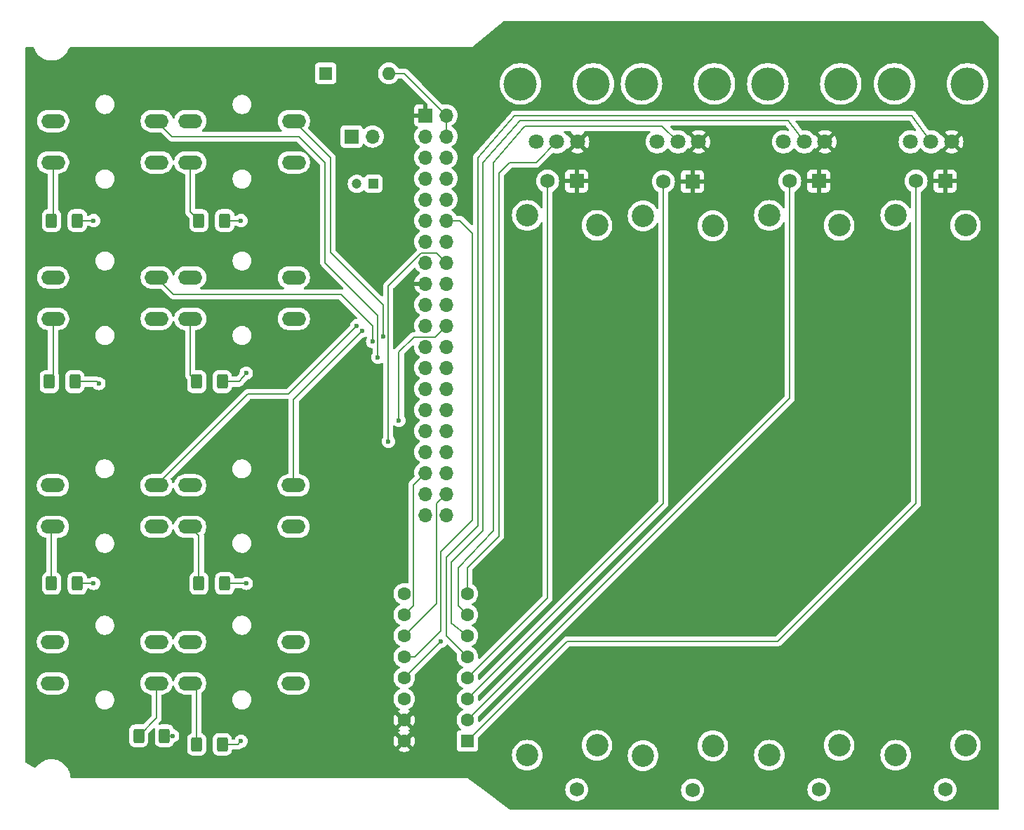
<source format=gbr>
%TF.GenerationSoftware,KiCad,Pcbnew,8.0.5*%
%TF.CreationDate,2025-02-25T23:02:00-05:00*%
%TF.ProjectId,gamepad,67616d65-7061-4642-9e6b-696361645f70,rev?*%
%TF.SameCoordinates,Original*%
%TF.FileFunction,Copper,L1,Top*%
%TF.FilePolarity,Positive*%
%FSLAX46Y46*%
G04 Gerber Fmt 4.6, Leading zero omitted, Abs format (unit mm)*
G04 Created by KiCad (PCBNEW 8.0.5) date 2025-02-25 23:02:00*
%MOMM*%
%LPD*%
G01*
G04 APERTURE LIST*
G04 Aperture macros list*
%AMRoundRect*
0 Rectangle with rounded corners*
0 $1 Rounding radius*
0 $2 $3 $4 $5 $6 $7 $8 $9 X,Y pos of 4 corners*
0 Add a 4 corners polygon primitive as box body*
4,1,4,$2,$3,$4,$5,$6,$7,$8,$9,$2,$3,0*
0 Add four circle primitives for the rounded corners*
1,1,$1+$1,$2,$3*
1,1,$1+$1,$4,$5*
1,1,$1+$1,$6,$7*
1,1,$1+$1,$8,$9*
0 Add four rect primitives between the rounded corners*
20,1,$1+$1,$2,$3,$4,$5,0*
20,1,$1+$1,$4,$5,$6,$7,0*
20,1,$1+$1,$6,$7,$8,$9,0*
20,1,$1+$1,$8,$9,$2,$3,0*%
G04 Aperture macros list end*
%TA.AperFunction,SMDPad,CuDef*%
%ADD10RoundRect,0.250000X-0.400000X-0.625000X0.400000X-0.625000X0.400000X0.625000X-0.400000X0.625000X0*%
%TD*%
%TA.AperFunction,ComponentPad*%
%ADD11O,2.900000X1.700000*%
%TD*%
%TA.AperFunction,ComponentPad*%
%ADD12R,1.750000X1.750000*%
%TD*%
%TA.AperFunction,ComponentPad*%
%ADD13C,1.750000*%
%TD*%
%TA.AperFunction,ComponentPad*%
%ADD14C,2.700000*%
%TD*%
%TA.AperFunction,WasherPad*%
%ADD15C,4.000000*%
%TD*%
%TA.AperFunction,ComponentPad*%
%ADD16C,1.800000*%
%TD*%
%TA.AperFunction,ComponentPad*%
%ADD17R,1.200000X1.200000*%
%TD*%
%TA.AperFunction,ComponentPad*%
%ADD18C,1.200000*%
%TD*%
%TA.AperFunction,ComponentPad*%
%ADD19R,1.700000X1.700000*%
%TD*%
%TA.AperFunction,ComponentPad*%
%ADD20O,1.700000X1.700000*%
%TD*%
%TA.AperFunction,ComponentPad*%
%ADD21R,1.600000X1.600000*%
%TD*%
%TA.AperFunction,ComponentPad*%
%ADD22O,1.600000X1.600000*%
%TD*%
%TA.AperFunction,ComponentPad*%
%ADD23C,1.600000*%
%TD*%
%TA.AperFunction,ViaPad*%
%ADD24C,0.600000*%
%TD*%
%TA.AperFunction,Conductor*%
%ADD25C,0.200000*%
%TD*%
G04 APERTURE END LIST*
D10*
%TO.P,R7,1*%
%TO.N,Net-(R7-Pad1)*%
X104140000Y-76835000D03*
%TO.P,R7,2*%
%TO.N,GND*%
X107240000Y-76835000D03*
%TD*%
D11*
%TO.P,SW6,1,1*%
%TO.N,BTN6*%
X86540000Y-83705000D03*
X99040000Y-83705000D03*
%TO.P,SW6,2,2*%
%TO.N,Net-(R6-Pad1)*%
X86540000Y-88705000D03*
X99040000Y-88705000D03*
%TD*%
%TO.P,SW5,1,1*%
%TO.N,BTN5*%
X86540000Y-64810000D03*
X99040000Y-64810000D03*
%TO.P,SW5,2,2*%
%TO.N,Net-(R5-Pad1)*%
X86540000Y-69810000D03*
X99040000Y-69810000D03*
%TD*%
D12*
%TO.P,RV2,1,1*%
%TO.N,3V3*%
X178915000Y-72065000D03*
D13*
%TO.P,RV2,2,2*%
%TO.N,Net-(U1-CH1)*%
X175415000Y-72065000D03*
%TO.P,RV2,3,3*%
%TO.N,GND*%
X178915000Y-145565000D03*
D14*
%TO.P,RV2,MP*%
%TO.N,N/C*%
X172965000Y-76215000D03*
X181365000Y-77415000D03*
X181365000Y-140215000D03*
X172965000Y-141415000D03*
%TD*%
D11*
%TO.P,SW4,1,1*%
%TO.N,BTN4*%
X103070000Y-127715000D03*
X115570000Y-127715000D03*
%TO.P,SW4,2,2*%
%TO.N,Net-(R4-Pad1)*%
X103070000Y-132715000D03*
X115570000Y-132715000D03*
%TD*%
%TO.P,SW2,1,1*%
%TO.N,BTN2*%
X86520000Y-127715000D03*
X99020000Y-127715000D03*
%TO.P,SW2,2,2*%
%TO.N,Net-(R2-Pad1)*%
X86520000Y-132715000D03*
X99020000Y-132715000D03*
%TD*%
D10*
%TO.P,R5,1*%
%TO.N,Net-(R5-Pad1)*%
X86360000Y-76835000D03*
%TO.P,R5,2*%
%TO.N,GND*%
X89460000Y-76835000D03*
%TD*%
D12*
%TO.P,RV1,1,1*%
%TO.N,3V3*%
X194155000Y-72065000D03*
D13*
%TO.P,RV1,2,2*%
%TO.N,Net-(U1-CH0)*%
X190655000Y-72065000D03*
%TO.P,RV1,3,3*%
%TO.N,GND*%
X194155000Y-145565000D03*
D14*
%TO.P,RV1,MP*%
%TO.N,N/C*%
X188205000Y-76215000D03*
X196605000Y-77415000D03*
X196605000Y-140215000D03*
X188205000Y-141415000D03*
%TD*%
D10*
%TO.P,R3,1*%
%TO.N,Net-(R3-Pad1)*%
X104140000Y-120650000D03*
%TO.P,R3,2*%
%TO.N,GND*%
X107240000Y-120650000D03*
%TD*%
D11*
%TO.P,SW3,1,1*%
%TO.N,BTN3*%
X103070000Y-108820000D03*
X115570000Y-108820000D03*
%TO.P,SW3,2,2*%
%TO.N,Net-(R3-Pad1)*%
X103070000Y-113820000D03*
X115570000Y-113820000D03*
%TD*%
%TO.P,SW7,1,1*%
%TO.N,BTN7*%
X103090000Y-64810000D03*
X115590000Y-64810000D03*
%TO.P,SW7,2,2*%
%TO.N,Net-(R7-Pad1)*%
X103090000Y-69810000D03*
X115590000Y-69810000D03*
%TD*%
%TO.P,SW1,1,1*%
%TO.N,BTN1*%
X86520000Y-108820000D03*
X99020000Y-108820000D03*
%TO.P,SW1,2,2*%
%TO.N,Net-(R1-Pad1)*%
X86520000Y-113820000D03*
X99020000Y-113820000D03*
%TD*%
D10*
%TO.P,R2,1*%
%TO.N,Net-(R2-Pad1)*%
X96875000Y-139065000D03*
%TO.P,R2,2*%
%TO.N,GND*%
X99975000Y-139065000D03*
%TD*%
D15*
%TO.P,RV7,*%
%TO.N,*%
X157525000Y-60325000D03*
X166325000Y-60325000D03*
D16*
%TO.P,RV7,1,1*%
%TO.N,3V3*%
X164425000Y-67325000D03*
%TO.P,RV7,2,2*%
%TO.N,Net-(U1-CH6)*%
X161925000Y-67325000D03*
%TO.P,RV7,3,3*%
%TO.N,GND*%
X159425000Y-67325000D03*
%TD*%
D10*
%TO.P,R4,1*%
%TO.N,Net-(R4-Pad1)*%
X103860000Y-140105000D03*
%TO.P,R4,2*%
%TO.N,GND*%
X106960000Y-140105000D03*
%TD*%
D12*
%TO.P,RV3,1,1*%
%TO.N,3V3*%
X163675000Y-72120000D03*
D13*
%TO.P,RV3,2,2*%
%TO.N,Net-(U1-CH2)*%
X160175000Y-72120000D03*
%TO.P,RV3,3,3*%
%TO.N,GND*%
X163675000Y-145620000D03*
D14*
%TO.P,RV3,MP*%
%TO.N,N/C*%
X157725000Y-76270000D03*
X166125000Y-77470000D03*
X166125000Y-140270000D03*
X157725000Y-141470000D03*
%TD*%
D17*
%TO.P,C1,1*%
%TO.N,5V*%
X125190000Y-72390000D03*
D18*
%TO.P,C1,2*%
%TO.N,GND*%
X123190000Y-72390000D03*
%TD*%
D19*
%TO.P,J1,1,Pin_1*%
%TO.N,Net-(J1-Pin_1)*%
X122550000Y-66675000D03*
D20*
%TO.P,J1,2,Pin_2*%
%TO.N,GND*%
X125090000Y-66675000D03*
%TD*%
D15*
%TO.P,RV5,*%
%TO.N,*%
X188050000Y-60325000D03*
X196850000Y-60325000D03*
D16*
%TO.P,RV5,1,1*%
%TO.N,3V3*%
X194950000Y-67325000D03*
%TO.P,RV5,2,2*%
%TO.N,Net-(U1-CH4)*%
X192450000Y-67325000D03*
%TO.P,RV5,3,3*%
%TO.N,GND*%
X189950000Y-67325000D03*
%TD*%
D15*
%TO.P,RV6,*%
%TO.N,*%
X172765000Y-60325000D03*
X181565000Y-60325000D03*
D16*
%TO.P,RV6,1,1*%
%TO.N,3V3*%
X179665000Y-67325000D03*
%TO.P,RV6,2,2*%
%TO.N,Net-(U1-CH5)*%
X177165000Y-67325000D03*
%TO.P,RV6,3,3*%
%TO.N,GND*%
X174665000Y-67325000D03*
%TD*%
D21*
%TO.P,SW9,1,A*%
%TO.N,Net-(J1-Pin_1)*%
X119422500Y-59055000D03*
D22*
%TO.P,SW9,2,B*%
%TO.N,5V*%
X127042500Y-59055000D03*
%TD*%
D15*
%TO.P,RV8,*%
%TO.N,*%
X142920000Y-60325000D03*
X151720000Y-60325000D03*
D16*
%TO.P,RV8,1,1*%
%TO.N,3V3*%
X149820000Y-67325000D03*
%TO.P,RV8,2,2*%
%TO.N,Net-(U1-CH7)*%
X147320000Y-67325000D03*
%TO.P,RV8,3,3*%
%TO.N,GND*%
X144820000Y-67325000D03*
%TD*%
D12*
%TO.P,RV4,1,1*%
%TO.N,3V3*%
X149705000Y-72065000D03*
D13*
%TO.P,RV4,2,2*%
%TO.N,Net-(U1-CH3)*%
X146205000Y-72065000D03*
%TO.P,RV4,3,3*%
%TO.N,GND*%
X149705000Y-145565000D03*
D14*
%TO.P,RV4,MP*%
%TO.N,N/C*%
X143755000Y-76215000D03*
X152155000Y-77415000D03*
X152155000Y-140215000D03*
X143755000Y-141415000D03*
%TD*%
D19*
%TO.P,J2,1,3V3*%
%TO.N,3V3*%
X131445000Y-64135000D03*
D20*
%TO.P,J2,2,5V*%
%TO.N,5V*%
X133985000Y-64135000D03*
%TO.P,J2,3,SDA/GPIO2*%
%TO.N,unconnected-(J2-SDA{slash}GPIO2-Pad3)*%
X131445000Y-66675000D03*
%TO.P,J2,4,5V*%
%TO.N,5V*%
X133985000Y-66675000D03*
%TO.P,J2,5,SCL/GPIO3*%
%TO.N,unconnected-(J2-SCL{slash}GPIO3-Pad5)*%
X131445000Y-69215000D03*
%TO.P,J2,6,GND*%
%TO.N,GND*%
X133985000Y-69215000D03*
%TO.P,J2,7,GCLK0/GPIO4*%
%TO.N,BTN8*%
X131445000Y-71755000D03*
%TO.P,J2,8,GPIO14/TXD*%
%TO.N,unconnected-(J2-GPIO14{slash}TXD-Pad8)*%
X133985000Y-71755000D03*
%TO.P,J2,9,GND*%
%TO.N,GND*%
X131445000Y-74295000D03*
%TO.P,J2,10,GPIO15/RXD*%
%TO.N,unconnected-(J2-GPIO15{slash}RXD-Pad10)*%
X133985000Y-74295000D03*
%TO.P,J2,11,GPIO17*%
%TO.N,unconnected-(J2-GPIO17-Pad11)*%
X131445000Y-76835000D03*
%TO.P,J2,12,GPIO18/PWM0*%
%TO.N,SPI1-CS0*%
X133985000Y-76835000D03*
%TO.P,J2,13,GPIO27*%
%TO.N,unconnected-(J2-GPIO27-Pad13)*%
X131445000Y-79375000D03*
%TO.P,J2,14,GND*%
%TO.N,GND*%
X133985000Y-79375000D03*
%TO.P,J2,15,GPIO22*%
%TO.N,BTN1*%
X131445000Y-81915000D03*
%TO.P,J2,16,GPIO23*%
%TO.N,BTN2*%
X133985000Y-81915000D03*
%TO.P,J2,17,3V3*%
%TO.N,3V3*%
X131445000Y-84455000D03*
%TO.P,J2,18,GPIO24*%
%TO.N,BTN3*%
X133985000Y-84455000D03*
%TO.P,J2,19,MOSI0/GPIO10*%
%TO.N,unconnected-(J2-MOSI0{slash}GPIO10-Pad19)*%
X131445000Y-86995000D03*
%TO.P,J2,20,GND*%
%TO.N,GND*%
X133985000Y-86995000D03*
%TO.P,J2,21,MISO0/GPIO9*%
%TO.N,unconnected-(J2-MISO0{slash}GPIO9-Pad21)*%
X131445000Y-89535000D03*
%TO.P,J2,22,GPIO25*%
%TO.N,BTN4*%
X133985000Y-89535000D03*
%TO.P,J2,23,SCLK0/GPIO11*%
%TO.N,unconnected-(J2-SCLK0{slash}GPIO11-Pad23)*%
X131445000Y-92075000D03*
%TO.P,J2,24,~{CE0}/GPIO8*%
%TO.N,unconnected-(J2-~{CE0}{slash}GPIO8-Pad24)*%
X133985000Y-92075000D03*
%TO.P,J2,25,GND*%
%TO.N,GND*%
X131445000Y-94615000D03*
%TO.P,J2,26,~{CE1}/GPIO7*%
%TO.N,unconnected-(J2-~{CE1}{slash}GPIO7-Pad26)*%
X133985000Y-94615000D03*
%TO.P,J2,27,ID_SD/GPIO0*%
%TO.N,unconnected-(J2-ID_SD{slash}GPIO0-Pad27)*%
X131445000Y-97155000D03*
%TO.P,J2,28,ID_SC/GPIO1*%
%TO.N,unconnected-(J2-ID_SC{slash}GPIO1-Pad28)*%
X133985000Y-97155000D03*
%TO.P,J2,29,GCLK1/GPIO5*%
%TO.N,BTN7*%
X131445000Y-99695000D03*
%TO.P,J2,30,GND*%
%TO.N,GND*%
X133985000Y-99695000D03*
%TO.P,J2,31,GCLK2/GPIO6*%
%TO.N,BTN6*%
X131445000Y-102235000D03*
%TO.P,J2,32,PWM0/GPIO12*%
%TO.N,BTN5*%
X133985000Y-102235000D03*
%TO.P,J2,33,PWM1/GPIO13*%
%TO.N,unconnected-(J2-PWM1{slash}GPIO13-Pad33)*%
X131445000Y-104775000D03*
%TO.P,J2,34,GND*%
%TO.N,GND*%
X133985000Y-104775000D03*
%TO.P,J2,35,GPIO19/MISO1*%
%TO.N,SPI1-MISO*%
X131445000Y-107315000D03*
%TO.P,J2,36,GPIO16*%
%TO.N,unconnected-(J2-GPIO16-Pad36)*%
X133985000Y-107315000D03*
%TO.P,J2,37,GPIO26*%
%TO.N,unconnected-(J2-GPIO26-Pad37)*%
X131445000Y-109855000D03*
%TO.P,J2,38,GPIO20/MOSI1*%
%TO.N,SPI1-MOSI*%
X133985000Y-109855000D03*
%TO.P,J2,39,GND*%
%TO.N,GND*%
X131445000Y-112395000D03*
%TO.P,J2,40,GPIO21/SCLK1*%
%TO.N,SPI1-CLK*%
X133985000Y-112395000D03*
%TD*%
D11*
%TO.P,SW8,1,1*%
%TO.N,BTN8*%
X103090000Y-83705000D03*
X115590000Y-83705000D03*
%TO.P,SW8,2,2*%
%TO.N,Net-(R8-Pad1)*%
X103090000Y-88705000D03*
X115590000Y-88705000D03*
%TD*%
D10*
%TO.P,R1,1*%
%TO.N,Net-(R1-Pad1)*%
X86360000Y-120650000D03*
%TO.P,R1,2*%
%TO.N,GND*%
X89460000Y-120650000D03*
%TD*%
%TO.P,R6,1*%
%TO.N,Net-(R6-Pad1)*%
X86080000Y-96290000D03*
%TO.P,R6,2*%
%TO.N,GND*%
X89180000Y-96290000D03*
%TD*%
%TO.P,R8,1*%
%TO.N,Net-(R8-Pad1)*%
X103860000Y-96290000D03*
%TO.P,R8,2*%
%TO.N,GND*%
X106960000Y-96290000D03*
%TD*%
D21*
%TO.P,U1,1,CH0*%
%TO.N,Net-(U1-CH0)*%
X136525000Y-139700000D03*
D23*
%TO.P,U1,2,CH1*%
%TO.N,Net-(U1-CH1)*%
X136525000Y-137160000D03*
%TO.P,U1,3,CH2*%
%TO.N,Net-(U1-CH2)*%
X136525000Y-134620000D03*
%TO.P,U1,4,CH3*%
%TO.N,Net-(U1-CH3)*%
X136525000Y-132080000D03*
%TO.P,U1,5,CH4*%
%TO.N,Net-(U1-CH4)*%
X136525000Y-129540000D03*
%TO.P,U1,6,CH5*%
%TO.N,Net-(U1-CH5)*%
X136525000Y-127000000D03*
%TO.P,U1,7,CH6*%
%TO.N,Net-(U1-CH6)*%
X136525000Y-124460000D03*
%TO.P,U1,8,CH7*%
%TO.N,Net-(U1-CH7)*%
X136525000Y-121920000D03*
%TO.P,U1,9,DGND*%
%TO.N,GND*%
X128905000Y-121920000D03*
%TO.P,U1,10,~{CS}/SHDN*%
%TO.N,SPI1-MISO*%
X128905000Y-124460000D03*
%TO.P,U1,11,Din*%
%TO.N,SPI1-MOSI*%
X128905000Y-127000000D03*
%TO.P,U1,12,Dout*%
%TO.N,SPI1-CS0*%
X128905000Y-129540000D03*
%TO.P,U1,13,CLK*%
%TO.N,SPI1-CLK*%
X128905000Y-132080000D03*
%TO.P,U1,14,AGND*%
%TO.N,GND*%
X128905000Y-134620000D03*
%TO.P,U1,15,Vref*%
%TO.N,3V3*%
X128905000Y-137160000D03*
%TO.P,U1,16,Vdd*%
X128905000Y-139700000D03*
%TD*%
D24*
%TO.N,SPI1-CLK*%
X133350000Y-127635000D03*
%TO.N,GND*%
X109855000Y-120650000D03*
X92075000Y-96520000D03*
X91440000Y-76835000D03*
X109220000Y-139700000D03*
X91440000Y-120650000D03*
X109220000Y-76835000D03*
X109855000Y-95250000D03*
X100965000Y-139065000D03*
%TO.N,BTN2*%
X127000000Y-103505000D03*
%TO.N,BTN7*%
X126365000Y-90805000D03*
%TO.N,BTN3*%
X123825000Y-90170000D03*
%TO.N,BTN4*%
X128270000Y-100965000D03*
%TO.N,BTN1*%
X123190000Y-89535000D03*
%TO.N,BTN6*%
X125095000Y-91440000D03*
%TO.N,BTN5*%
X125730000Y-93345000D03*
%TD*%
D25*
%TO.N,Net-(U1-CH6)*%
X160020000Y-65405000D02*
X160020000Y-65420000D01*
X143510000Y-65405000D02*
X160020000Y-65405000D01*
X139700000Y-69850000D02*
X143228376Y-65686624D01*
X139700000Y-114300000D02*
X139700000Y-69850000D01*
X135425000Y-118745000D02*
X139700000Y-114300000D01*
X135425000Y-123360000D02*
X135425000Y-118745000D01*
X136525000Y-124460000D02*
X135425000Y-123360000D01*
X143228376Y-65686624D02*
X143510000Y-65405000D01*
X160020000Y-65420000D02*
X161925000Y-67325000D01*
%TO.N,Net-(U1-CH5)*%
X142875000Y-64770000D02*
X175260000Y-64770000D01*
X138430000Y-114300000D02*
X138430000Y-69850000D01*
X138430000Y-69850000D02*
X142875000Y-64770000D01*
X175260000Y-64770000D02*
X177165000Y-67325000D01*
X134620000Y-118110000D02*
X138430000Y-114300000D01*
X134620000Y-125500000D02*
X134620000Y-118110000D01*
X136525000Y-127000000D02*
X134620000Y-125500000D01*
%TO.N,Net-(U1-CH4)*%
X142240000Y-64135000D02*
X190130000Y-64135000D01*
X137795000Y-69215000D02*
X142240000Y-64135000D01*
X133985000Y-117475000D02*
X137795000Y-113665000D01*
X133985000Y-127000000D02*
X133985000Y-117475000D01*
X136525000Y-129540000D02*
X133985000Y-127000000D01*
X137795000Y-113665000D02*
X137795000Y-69215000D01*
X190130000Y-64135000D02*
X192450000Y-67325000D01*
%TO.N,BTN4*%
X130055000Y-90925000D02*
X128270000Y-92710000D01*
X128270000Y-100965000D02*
X128270000Y-92710000D01*
X133985000Y-89535000D02*
X132595000Y-90925000D01*
X132595000Y-90925000D02*
X130055000Y-90925000D01*
%TO.N,BTN2*%
X126965000Y-84768654D02*
X130968654Y-80765000D01*
X126965000Y-103470000D02*
X126965000Y-84768654D01*
X130968654Y-80765000D02*
X132835000Y-80765000D01*
X132835000Y-80765000D02*
X133985000Y-81915000D01*
X127000000Y-103505000D02*
X126965000Y-103470000D01*
%TO.N,5V*%
X133985000Y-66675000D02*
X133985000Y-64135000D01*
X128905000Y-59055000D02*
X133985000Y-64135000D01*
X127042500Y-59055000D02*
X128905000Y-59055000D01*
%TO.N,SPI1-MOSI*%
X132835000Y-111005000D02*
X133985000Y-109855000D01*
X132835000Y-123070000D02*
X132835000Y-111005000D01*
X128905000Y-127000000D02*
X132835000Y-123070000D01*
%TO.N,SPI1-CLK*%
X128905000Y-132080000D02*
X133350000Y-127635000D01*
%TO.N,SPI1-CS0*%
X133350000Y-126365000D02*
X130175000Y-129540000D01*
X137160000Y-113030000D02*
X133350000Y-116840000D01*
X135611346Y-76835000D02*
X137160000Y-78383654D01*
X137160000Y-78383654D02*
X137160000Y-113030000D01*
X133350000Y-116840000D02*
X133350000Y-126365000D01*
X133985000Y-76835000D02*
X135611346Y-76835000D01*
X130175000Y-129540000D02*
X128905000Y-129540000D01*
%TO.N,SPI1-MISO*%
X130005000Y-123360000D02*
X130005000Y-108755000D01*
X130005000Y-108755000D02*
X131445000Y-107315000D01*
X128905000Y-124460000D02*
X130005000Y-123360000D01*
%TO.N,GND*%
X107240000Y-120650000D02*
X109855000Y-120650000D01*
X108990000Y-96290000D02*
X106960000Y-96290000D01*
X89460000Y-76835000D02*
X91440000Y-76835000D01*
X109855000Y-95250000D02*
X108990000Y-96290000D01*
X89180000Y-96290000D02*
X91845000Y-96290000D01*
X91845000Y-96290000D02*
X92075000Y-96520000D01*
X106960000Y-140105000D02*
X108815000Y-140105000D01*
X107240000Y-76835000D02*
X109220000Y-76835000D01*
X89460000Y-120650000D02*
X91440000Y-120650000D01*
X99975000Y-139065000D02*
X100965000Y-139065000D01*
X108815000Y-140105000D02*
X109220000Y-139700000D01*
%TO.N,BTN7*%
X120015000Y-69235000D02*
X120015000Y-80645000D01*
X120015000Y-80645000D02*
X126365000Y-86995000D01*
X115590000Y-64810000D02*
X120015000Y-69235000D01*
X126365000Y-86995000D02*
X126365000Y-90805000D01*
%TO.N,BTN3*%
X115570000Y-98425000D02*
X123825000Y-90170000D01*
X115570000Y-108820000D02*
X115570000Y-98425000D01*
%TO.N,BTN1*%
X110050000Y-97790000D02*
X114935000Y-97790000D01*
X114935000Y-97790000D02*
X123190000Y-89535000D01*
X99020000Y-108820000D02*
X110050000Y-97790000D01*
%TO.N,Net-(R2-Pad1)*%
X86080000Y-133155000D02*
X86520000Y-132715000D01*
X99020000Y-136920000D02*
X96875000Y-139065000D01*
X99020000Y-132715000D02*
X99020000Y-136920000D01*
%TO.N,Net-(R3-Pad1)*%
X104140000Y-120650000D02*
X104140000Y-114890000D01*
X104140000Y-114890000D02*
X103070000Y-113820000D01*
%TO.N,Net-(R4-Pad1)*%
X103860000Y-133505000D02*
X103070000Y-132715000D01*
X103860000Y-140105000D02*
X103860000Y-133505000D01*
%TO.N,Net-(R5-Pad1)*%
X86540000Y-76655000D02*
X86360000Y-76835000D01*
X86540000Y-69810000D02*
X86540000Y-76655000D01*
%TO.N,Net-(R6-Pad1)*%
X86540000Y-88705000D02*
X86540000Y-95830000D01*
X86540000Y-95830000D02*
X86080000Y-96290000D01*
%TO.N,Net-(R7-Pad1)*%
X103090000Y-75785000D02*
X104140000Y-76835000D01*
X103090000Y-69810000D02*
X103090000Y-75785000D01*
%TO.N,Net-(R8-Pad1)*%
X103090000Y-95520000D02*
X103860000Y-96290000D01*
X103090000Y-88705000D02*
X103090000Y-95520000D01*
%TO.N,BTN6*%
X99040000Y-83705000D02*
X101060000Y-85725000D01*
X101060000Y-85725000D02*
X121285000Y-85725000D01*
X125095000Y-89535000D02*
X125095000Y-91440000D01*
X121285000Y-85725000D02*
X125095000Y-89535000D01*
%TO.N,BTN5*%
X119380000Y-69850000D02*
X119380000Y-81915000D01*
X116205000Y-66675000D02*
X119380000Y-69850000D01*
X99040000Y-64810000D02*
X100905000Y-66675000D01*
X119380000Y-81915000D02*
X125730000Y-88265000D01*
X100905000Y-66675000D02*
X116205000Y-66675000D01*
X125730000Y-88265000D02*
X125730000Y-93345000D01*
%TO.N,Net-(R1-Pad1)*%
X86360000Y-113980000D02*
X86520000Y-113820000D01*
X86360000Y-120650000D02*
X86360000Y-113980000D01*
%TO.N,Net-(U1-CH0)*%
X190655000Y-110970000D02*
X173990000Y-127635000D01*
X148590000Y-127635000D02*
X136525000Y-139700000D01*
X173990000Y-127635000D02*
X148590000Y-127635000D01*
X190655000Y-72065000D02*
X190655000Y-110970000D01*
%TO.N,Net-(U1-CH1)*%
X175415000Y-72065000D02*
X175415000Y-98270000D01*
X175415000Y-98270000D02*
X136525000Y-137160000D01*
%TO.N,Net-(U1-CH2)*%
X160175000Y-72120000D02*
X160175000Y-110970000D01*
X160175000Y-110970000D02*
X136525000Y-134620000D01*
%TO.N,Net-(U1-CH3)*%
X146205000Y-122400000D02*
X136525000Y-132080000D01*
X146205000Y-72065000D02*
X146205000Y-122400000D01*
%TO.N,Net-(U1-CH7)*%
X144795000Y-69850000D02*
X147320000Y-67325000D01*
X141605000Y-69850000D02*
X144795000Y-69850000D01*
X136525000Y-121920000D02*
X136525000Y-118745000D01*
X140335000Y-71120000D02*
X141605000Y-69850000D01*
X136525000Y-118745000D02*
X140335000Y-114935000D01*
X140335000Y-114935000D02*
X140335000Y-71120000D01*
%TD*%
%TA.AperFunction,Conductor*%
%TO.N,3V3*%
G36*
X130187425Y-82497976D02*
G01*
X130243358Y-82539848D01*
X130256473Y-82561752D01*
X130270966Y-82592832D01*
X130276575Y-82600842D01*
X130406501Y-82786396D01*
X130406506Y-82786402D01*
X130573597Y-82953493D01*
X130573603Y-82953498D01*
X130759594Y-83083730D01*
X130803219Y-83138307D01*
X130810413Y-83207805D01*
X130778890Y-83270160D01*
X130759595Y-83286880D01*
X130573922Y-83416890D01*
X130573920Y-83416891D01*
X130406891Y-83583920D01*
X130406886Y-83583926D01*
X130271400Y-83777420D01*
X130271399Y-83777422D01*
X130171570Y-83991507D01*
X130171567Y-83991513D01*
X130114364Y-84204999D01*
X130114364Y-84205000D01*
X131011988Y-84205000D01*
X130979075Y-84262007D01*
X130945000Y-84389174D01*
X130945000Y-84520826D01*
X130979075Y-84647993D01*
X131011988Y-84705000D01*
X130114364Y-84705000D01*
X130171567Y-84918486D01*
X130171570Y-84918492D01*
X130271399Y-85132578D01*
X130406894Y-85326082D01*
X130573917Y-85493105D01*
X130759595Y-85623119D01*
X130803219Y-85677696D01*
X130810412Y-85747195D01*
X130778890Y-85809549D01*
X130759595Y-85826269D01*
X130573594Y-85956508D01*
X130406505Y-86123597D01*
X130270965Y-86317169D01*
X130270964Y-86317171D01*
X130171098Y-86531335D01*
X130171094Y-86531344D01*
X130109938Y-86759586D01*
X130109936Y-86759596D01*
X130089341Y-86994999D01*
X130089341Y-86995000D01*
X130109936Y-87230403D01*
X130109938Y-87230413D01*
X130171094Y-87458655D01*
X130171096Y-87458659D01*
X130171097Y-87458663D01*
X130251004Y-87630023D01*
X130270965Y-87672830D01*
X130270967Y-87672834D01*
X130377661Y-87825208D01*
X130406501Y-87866396D01*
X130406506Y-87866402D01*
X130573597Y-88033493D01*
X130573603Y-88033498D01*
X130759158Y-88163425D01*
X130802783Y-88218002D01*
X130809977Y-88287500D01*
X130778454Y-88349855D01*
X130759158Y-88366575D01*
X130573597Y-88496505D01*
X130406505Y-88663597D01*
X130270965Y-88857169D01*
X130270964Y-88857171D01*
X130171098Y-89071335D01*
X130171094Y-89071344D01*
X130109938Y-89299586D01*
X130109936Y-89299596D01*
X130089341Y-89534999D01*
X130089341Y-89535000D01*
X130109936Y-89770403D01*
X130109938Y-89770413D01*
X130171094Y-89998655D01*
X130171097Y-89998663D01*
X130240779Y-90148096D01*
X130251271Y-90217172D01*
X130222751Y-90280956D01*
X130164275Y-90319196D01*
X130128397Y-90324500D01*
X129975942Y-90324500D01*
X129823215Y-90365423D01*
X129823214Y-90365423D01*
X129823212Y-90365424D01*
X129823209Y-90365425D01*
X129773096Y-90394359D01*
X129773095Y-90394360D01*
X129729689Y-90419420D01*
X129686285Y-90444479D01*
X129686282Y-90444481D01*
X127789479Y-92341284D01*
X127787873Y-92343378D01*
X127786068Y-92344695D01*
X127783733Y-92347031D01*
X127783368Y-92346666D01*
X127731443Y-92384579D01*
X127661697Y-92388731D01*
X127600778Y-92354516D01*
X127568028Y-92292797D01*
X127565500Y-92267888D01*
X127565500Y-85068750D01*
X127585185Y-85001711D01*
X127601814Y-84981074D01*
X130056412Y-82526475D01*
X130117733Y-82492992D01*
X130187425Y-82497976D01*
G37*
%TD.AperFunction*%
%TA.AperFunction,Conductor*%
G36*
X148966680Y-66025185D02*
G01*
X149012435Y-66077989D01*
X149023403Y-66137185D01*
X149021200Y-66172647D01*
X149690591Y-66842037D01*
X149627007Y-66859075D01*
X149512993Y-66924901D01*
X149419901Y-67017993D01*
X149354075Y-67132007D01*
X149337037Y-67195591D01*
X148668811Y-66527365D01*
X148664029Y-66527861D01*
X148620959Y-66564618D01*
X148551728Y-66574041D01*
X148488392Y-66544538D01*
X148466489Y-66519260D01*
X148428983Y-66461852D01*
X148428980Y-66461849D01*
X148428979Y-66461847D01*
X148271784Y-66291087D01*
X148189898Y-66227353D01*
X148149086Y-66170643D01*
X148145411Y-66100870D01*
X148180042Y-66040187D01*
X148241984Y-66007860D01*
X148266061Y-66005500D01*
X148899641Y-66005500D01*
X148966680Y-66025185D01*
G37*
%TD.AperFunction*%
%TA.AperFunction,Conductor*%
G36*
X198770677Y-52724685D02*
G01*
X198791319Y-52741319D01*
X200623681Y-54573681D01*
X200657166Y-54635004D01*
X200660000Y-54661362D01*
X200660000Y-147831000D01*
X200640315Y-147898039D01*
X200587511Y-147943794D01*
X200536000Y-147955000D01*
X198755000Y-147955000D01*
X141646333Y-147955000D01*
X141579294Y-147935315D01*
X141571933Y-147930200D01*
X141529052Y-147898039D01*
X138418324Y-145564993D01*
X148324786Y-145564993D01*
X148324786Y-145565006D01*
X148343608Y-145792168D01*
X148343610Y-145792179D01*
X148399569Y-146013155D01*
X148491137Y-146221908D01*
X148615814Y-146412742D01*
X148770208Y-146580458D01*
X148770212Y-146580461D01*
X148840872Y-146635458D01*
X148950094Y-146720469D01*
X148950096Y-146720470D01*
X148950099Y-146720472D01*
X149051720Y-146775466D01*
X149150574Y-146828963D01*
X149262529Y-146867397D01*
X149366173Y-146902979D01*
X149366175Y-146902979D01*
X149366177Y-146902980D01*
X149591023Y-146940500D01*
X149591024Y-146940500D01*
X149818976Y-146940500D01*
X149818977Y-146940500D01*
X150043823Y-146902980D01*
X150259426Y-146828963D01*
X150459906Y-146720469D01*
X150639794Y-146580456D01*
X150794183Y-146412745D01*
X150918862Y-146221909D01*
X151010430Y-146013155D01*
X151066390Y-145792176D01*
X151079659Y-145632042D01*
X151080657Y-145619993D01*
X162294786Y-145619993D01*
X162294786Y-145620006D01*
X162313608Y-145847168D01*
X162313610Y-145847179D01*
X162369569Y-146068155D01*
X162461137Y-146276908D01*
X162585814Y-146467742D01*
X162585817Y-146467745D01*
X162689579Y-146580461D01*
X162740208Y-146635458D01*
X162740212Y-146635461D01*
X162920094Y-146775469D01*
X162920096Y-146775470D01*
X162920099Y-146775472D01*
X163018946Y-146828965D01*
X163120574Y-146883963D01*
X163232529Y-146922397D01*
X163336173Y-146957979D01*
X163336175Y-146957979D01*
X163336177Y-146957980D01*
X163561023Y-146995500D01*
X163561024Y-146995500D01*
X163788976Y-146995500D01*
X163788977Y-146995500D01*
X164013823Y-146957980D01*
X164229426Y-146883963D01*
X164429906Y-146775469D01*
X164609794Y-146635456D01*
X164764183Y-146467745D01*
X164888862Y-146276909D01*
X164980430Y-146068155D01*
X165036390Y-145847176D01*
X165040947Y-145792179D01*
X165055214Y-145620006D01*
X165055214Y-145619993D01*
X165050657Y-145564993D01*
X177534786Y-145564993D01*
X177534786Y-145565006D01*
X177553608Y-145792168D01*
X177553610Y-145792179D01*
X177609569Y-146013155D01*
X177701137Y-146221908D01*
X177825814Y-146412742D01*
X177980208Y-146580458D01*
X177980212Y-146580461D01*
X178050872Y-146635458D01*
X178160094Y-146720469D01*
X178160096Y-146720470D01*
X178160099Y-146720472D01*
X178261720Y-146775466D01*
X178360574Y-146828963D01*
X178472529Y-146867397D01*
X178576173Y-146902979D01*
X178576175Y-146902979D01*
X178576177Y-146902980D01*
X178801023Y-146940500D01*
X178801024Y-146940500D01*
X179028976Y-146940500D01*
X179028977Y-146940500D01*
X179253823Y-146902980D01*
X179469426Y-146828963D01*
X179669906Y-146720469D01*
X179849794Y-146580456D01*
X180004183Y-146412745D01*
X180128862Y-146221909D01*
X180220430Y-146013155D01*
X180276390Y-145792176D01*
X180289659Y-145632042D01*
X180295214Y-145565006D01*
X180295214Y-145564993D01*
X192774786Y-145564993D01*
X192774786Y-145565006D01*
X192793608Y-145792168D01*
X192793610Y-145792179D01*
X192849569Y-146013155D01*
X192941137Y-146221908D01*
X193065814Y-146412742D01*
X193220208Y-146580458D01*
X193220212Y-146580461D01*
X193290872Y-146635458D01*
X193400094Y-146720469D01*
X193400096Y-146720470D01*
X193400099Y-146720472D01*
X193501720Y-146775466D01*
X193600574Y-146828963D01*
X193712529Y-146867397D01*
X193816173Y-146902979D01*
X193816175Y-146902979D01*
X193816177Y-146902980D01*
X194041023Y-146940500D01*
X194041024Y-146940500D01*
X194268976Y-146940500D01*
X194268977Y-146940500D01*
X194493823Y-146902980D01*
X194709426Y-146828963D01*
X194909906Y-146720469D01*
X195089794Y-146580456D01*
X195244183Y-146412745D01*
X195368862Y-146221909D01*
X195460430Y-146013155D01*
X195516390Y-145792176D01*
X195529659Y-145632042D01*
X195535214Y-145565006D01*
X195535214Y-145564993D01*
X195516391Y-145337831D01*
X195516389Y-145337820D01*
X195460430Y-145116844D01*
X195368862Y-144908091D01*
X195244185Y-144717257D01*
X195140422Y-144604541D01*
X195089794Y-144549544D01*
X195089793Y-144549543D01*
X195089791Y-144549541D01*
X195089787Y-144549538D01*
X194909909Y-144409533D01*
X194909900Y-144409527D01*
X194709432Y-144301040D01*
X194709429Y-144301039D01*
X194709426Y-144301037D01*
X194709420Y-144301035D01*
X194709418Y-144301034D01*
X194493826Y-144227020D01*
X194325188Y-144198880D01*
X194268977Y-144189500D01*
X194041023Y-144189500D01*
X193996053Y-144197004D01*
X193816173Y-144227020D01*
X193600581Y-144301034D01*
X193600567Y-144301040D01*
X193400099Y-144409527D01*
X193400090Y-144409533D01*
X193220212Y-144549538D01*
X193220208Y-144549541D01*
X193065814Y-144717257D01*
X192941137Y-144908091D01*
X192849569Y-145116844D01*
X192793610Y-145337820D01*
X192793608Y-145337831D01*
X192774786Y-145564993D01*
X180295214Y-145564993D01*
X180276391Y-145337831D01*
X180276389Y-145337820D01*
X180220430Y-145116844D01*
X180128862Y-144908091D01*
X180004185Y-144717257D01*
X179900422Y-144604541D01*
X179849794Y-144549544D01*
X179849793Y-144549543D01*
X179849791Y-144549541D01*
X179849787Y-144549538D01*
X179669909Y-144409533D01*
X179669900Y-144409527D01*
X179469432Y-144301040D01*
X179469429Y-144301039D01*
X179469426Y-144301037D01*
X179469420Y-144301035D01*
X179469418Y-144301034D01*
X179253826Y-144227020D01*
X179085188Y-144198880D01*
X179028977Y-144189500D01*
X178801023Y-144189500D01*
X178756053Y-144197004D01*
X178576173Y-144227020D01*
X178360581Y-144301034D01*
X178360567Y-144301040D01*
X178160099Y-144409527D01*
X178160090Y-144409533D01*
X177980212Y-144549538D01*
X177980208Y-144549541D01*
X177825814Y-144717257D01*
X177701137Y-144908091D01*
X177609569Y-145116844D01*
X177553610Y-145337820D01*
X177553608Y-145337831D01*
X177534786Y-145564993D01*
X165050657Y-145564993D01*
X165036391Y-145392831D01*
X165036389Y-145392820D01*
X164980430Y-145171844D01*
X164888862Y-144963091D01*
X164764185Y-144772257D01*
X164609791Y-144604541D01*
X164609787Y-144604538D01*
X164429909Y-144464533D01*
X164429900Y-144464527D01*
X164229432Y-144356040D01*
X164229429Y-144356039D01*
X164229426Y-144356037D01*
X164229420Y-144356035D01*
X164229418Y-144356034D01*
X164013826Y-144282020D01*
X163845188Y-144253880D01*
X163788977Y-144244500D01*
X163561023Y-144244500D01*
X163516053Y-144252004D01*
X163336173Y-144282020D01*
X163120581Y-144356034D01*
X163120567Y-144356040D01*
X162920099Y-144464527D01*
X162920090Y-144464533D01*
X162740212Y-144604538D01*
X162740208Y-144604541D01*
X162585814Y-144772257D01*
X162461137Y-144963091D01*
X162369569Y-145171844D01*
X162313610Y-145392820D01*
X162313608Y-145392831D01*
X162294786Y-145619993D01*
X151080657Y-145619993D01*
X151085214Y-145565006D01*
X151085214Y-145564993D01*
X151066391Y-145337831D01*
X151066389Y-145337820D01*
X151010430Y-145116844D01*
X150918862Y-144908091D01*
X150794185Y-144717257D01*
X150690422Y-144604541D01*
X150639794Y-144549544D01*
X150639793Y-144549543D01*
X150639791Y-144549541D01*
X150639787Y-144549538D01*
X150459909Y-144409533D01*
X150459900Y-144409527D01*
X150259432Y-144301040D01*
X150259429Y-144301039D01*
X150259426Y-144301037D01*
X150259420Y-144301035D01*
X150259418Y-144301034D01*
X150043826Y-144227020D01*
X149875188Y-144198880D01*
X149818977Y-144189500D01*
X149591023Y-144189500D01*
X149546053Y-144197004D01*
X149366173Y-144227020D01*
X149150581Y-144301034D01*
X149150567Y-144301040D01*
X148950099Y-144409527D01*
X148950090Y-144409533D01*
X148770212Y-144549538D01*
X148770208Y-144549541D01*
X148615814Y-144717257D01*
X148491137Y-144908091D01*
X148399569Y-145116844D01*
X148343610Y-145337820D01*
X148343608Y-145337831D01*
X148324786Y-145564993D01*
X138418324Y-145564993D01*
X136525000Y-144145000D01*
X136524999Y-144145000D01*
X88734500Y-144145000D01*
X88667461Y-144125315D01*
X88621706Y-144072511D01*
X88610500Y-144021000D01*
X88610500Y-143997500D01*
X88610499Y-143997486D01*
X88608646Y-143983415D01*
X88571993Y-143705007D01*
X88495639Y-143420048D01*
X88382743Y-143147493D01*
X88356807Y-143102571D01*
X88235238Y-142892006D01*
X88055647Y-142657959D01*
X88055641Y-142657952D01*
X87847047Y-142449358D01*
X87847040Y-142449352D01*
X87612993Y-142269761D01*
X87357510Y-142122258D01*
X87357500Y-142122254D01*
X87084961Y-142009364D01*
X87084954Y-142009362D01*
X87084952Y-142009361D01*
X86799993Y-141933007D01*
X86751113Y-141926571D01*
X86507513Y-141894500D01*
X86507506Y-141894500D01*
X86212494Y-141894500D01*
X86212486Y-141894500D01*
X85934085Y-141931153D01*
X85920007Y-141933007D01*
X85697329Y-141992673D01*
X85635048Y-142009361D01*
X85635038Y-142009364D01*
X85362499Y-142122254D01*
X85362489Y-142122258D01*
X85107006Y-142269761D01*
X84872959Y-142449352D01*
X84872952Y-142449358D01*
X84664358Y-142657952D01*
X84484917Y-142891804D01*
X84428489Y-142933006D01*
X84358743Y-142937161D01*
X84322743Y-142922646D01*
X84271676Y-142892006D01*
X83533920Y-142449352D01*
X83245202Y-142276121D01*
X83197844Y-142224750D01*
X83185000Y-142169792D01*
X83185000Y-138389983D01*
X95724500Y-138389983D01*
X95724500Y-139740001D01*
X95724501Y-139740018D01*
X95735000Y-139842796D01*
X95735001Y-139842797D01*
X95790185Y-140009331D01*
X95790187Y-140009336D01*
X95792399Y-140012922D01*
X95882288Y-140158656D01*
X96006344Y-140282712D01*
X96155666Y-140374814D01*
X96322203Y-140429999D01*
X96424991Y-140440500D01*
X97325008Y-140440499D01*
X97325016Y-140440498D01*
X97325019Y-140440498D01*
X97381302Y-140434748D01*
X97427797Y-140429999D01*
X97594334Y-140374814D01*
X97743656Y-140282712D01*
X97867712Y-140158656D01*
X97959814Y-140009334D01*
X98014999Y-139842797D01*
X98025500Y-139740009D01*
X98025499Y-138815095D01*
X98045183Y-138748057D01*
X98061813Y-138727420D01*
X98630061Y-138159172D01*
X98691382Y-138125689D01*
X98761074Y-138130673D01*
X98817007Y-138172545D01*
X98841424Y-138238009D01*
X98836114Y-138280521D01*
X98836418Y-138280586D01*
X98835669Y-138284079D01*
X98835449Y-138285849D01*
X98835002Y-138287196D01*
X98835001Y-138287203D01*
X98824500Y-138389983D01*
X98824500Y-139740001D01*
X98824501Y-139740018D01*
X98835000Y-139842796D01*
X98835001Y-139842797D01*
X98890185Y-140009331D01*
X98890187Y-140009336D01*
X98892399Y-140012922D01*
X98982288Y-140158656D01*
X99106344Y-140282712D01*
X99255666Y-140374814D01*
X99422203Y-140429999D01*
X99524991Y-140440500D01*
X100425008Y-140440499D01*
X100425016Y-140440498D01*
X100425019Y-140440498D01*
X100481302Y-140434748D01*
X100527797Y-140429999D01*
X100694334Y-140374814D01*
X100843656Y-140282712D01*
X100967712Y-140158656D01*
X101059814Y-140009334D01*
X101089139Y-139920833D01*
X101128911Y-139863390D01*
X101165889Y-139842797D01*
X101314522Y-139790789D01*
X101467262Y-139694816D01*
X101594816Y-139567262D01*
X101690789Y-139414522D01*
X101750368Y-139244255D01*
X101751630Y-139233057D01*
X101770565Y-139065003D01*
X101770565Y-139064996D01*
X101750369Y-138885750D01*
X101750368Y-138885745D01*
X101738607Y-138852135D01*
X101690789Y-138715478D01*
X101668297Y-138679683D01*
X101631408Y-138620974D01*
X101594816Y-138562738D01*
X101467262Y-138435184D01*
X101410473Y-138399501D01*
X101314521Y-138339210D01*
X101175508Y-138290568D01*
X101165890Y-138287202D01*
X101109115Y-138246481D01*
X101089140Y-138209167D01*
X101059814Y-138120666D01*
X100967712Y-137971344D01*
X100843656Y-137847288D01*
X100694334Y-137755186D01*
X100527797Y-137700001D01*
X100527795Y-137700000D01*
X100425010Y-137689500D01*
X99524998Y-137689500D01*
X99524980Y-137689501D01*
X99422203Y-137700000D01*
X99422192Y-137700003D01*
X99420850Y-137700448D01*
X99419974Y-137700478D01*
X99415578Y-137701419D01*
X99415410Y-137700634D01*
X99351021Y-137702844D01*
X99290983Y-137667107D01*
X99259795Y-137604584D01*
X99267362Y-137535126D01*
X99294172Y-137495061D01*
X99378506Y-137410728D01*
X99378511Y-137410724D01*
X99388714Y-137400520D01*
X99388716Y-137400520D01*
X99500520Y-137288716D01*
X99574834Y-137160000D01*
X99579577Y-137151785D01*
X99620500Y-136999057D01*
X99620500Y-136840943D01*
X99620500Y-134188160D01*
X99640185Y-134121121D01*
X99692989Y-134075366D01*
X99725102Y-134065687D01*
X99726283Y-134065500D01*
X99726287Y-134065500D01*
X99936243Y-134032246D01*
X100138412Y-133966557D01*
X100327816Y-133870051D01*
X100372700Y-133837441D01*
X100499786Y-133745109D01*
X100499788Y-133745106D01*
X100499792Y-133745104D01*
X100650104Y-133594792D01*
X100650106Y-133594788D01*
X100650109Y-133594786D01*
X100775048Y-133422820D01*
X100775047Y-133422820D01*
X100775051Y-133422816D01*
X100871557Y-133233412D01*
X100927069Y-133062561D01*
X100966507Y-133004887D01*
X101030865Y-132977689D01*
X101099711Y-132989604D01*
X101151187Y-133036848D01*
X101162929Y-133062559D01*
X101218443Y-133233412D01*
X101218444Y-133233414D01*
X101314951Y-133422820D01*
X101439890Y-133594786D01*
X101590213Y-133745109D01*
X101762179Y-133870048D01*
X101762181Y-133870049D01*
X101762184Y-133870051D01*
X101951588Y-133966557D01*
X102153757Y-134032246D01*
X102363713Y-134065500D01*
X103135500Y-134065500D01*
X103202539Y-134085185D01*
X103248294Y-134137989D01*
X103259500Y-134189500D01*
X103259500Y-138666267D01*
X103239815Y-138733306D01*
X103187011Y-138779061D01*
X103174506Y-138783972D01*
X103140671Y-138795184D01*
X103140663Y-138795187D01*
X102991342Y-138887289D01*
X102867289Y-139011342D01*
X102775187Y-139160663D01*
X102775185Y-139160668D01*
X102758038Y-139212415D01*
X102720001Y-139327203D01*
X102720001Y-139327204D01*
X102720000Y-139327204D01*
X102709500Y-139429983D01*
X102709500Y-140780001D01*
X102709501Y-140780018D01*
X102720000Y-140882796D01*
X102720001Y-140882799D01*
X102759004Y-141000500D01*
X102775186Y-141049334D01*
X102867288Y-141198656D01*
X102991344Y-141322712D01*
X103140666Y-141414814D01*
X103307203Y-141469999D01*
X103409991Y-141480500D01*
X104310008Y-141480499D01*
X104310016Y-141480498D01*
X104310019Y-141480498D01*
X104366302Y-141474748D01*
X104412797Y-141469999D01*
X104579334Y-141414814D01*
X104728656Y-141322712D01*
X104852712Y-141198656D01*
X104944814Y-141049334D01*
X104999999Y-140882797D01*
X105010500Y-140780009D01*
X105010499Y-139429992D01*
X105010498Y-139429983D01*
X105809500Y-139429983D01*
X105809500Y-140780001D01*
X105809501Y-140780018D01*
X105820000Y-140882796D01*
X105820001Y-140882799D01*
X105859004Y-141000500D01*
X105875186Y-141049334D01*
X105967288Y-141198656D01*
X106091344Y-141322712D01*
X106240666Y-141414814D01*
X106407203Y-141469999D01*
X106509991Y-141480500D01*
X107410008Y-141480499D01*
X107410016Y-141480498D01*
X107410019Y-141480498D01*
X107466302Y-141474748D01*
X107512797Y-141469999D01*
X107678779Y-141414998D01*
X141899773Y-141414998D01*
X141899773Y-141415001D01*
X141918657Y-141679027D01*
X141918658Y-141679034D01*
X141974921Y-141937673D01*
X142067426Y-142185690D01*
X142067428Y-142185694D01*
X142194280Y-142418005D01*
X142194285Y-142418013D01*
X142352906Y-142629907D01*
X142352922Y-142629925D01*
X142540074Y-142817077D01*
X142540092Y-142817093D01*
X142751986Y-142975714D01*
X142751994Y-142975719D01*
X142984305Y-143102571D01*
X142984309Y-143102573D01*
X142984311Y-143102574D01*
X143232322Y-143195077D01*
X143232325Y-143195077D01*
X143232326Y-143195078D01*
X143427552Y-143237546D01*
X143490974Y-143251343D01*
X143734660Y-143268772D01*
X143754999Y-143270227D01*
X143755000Y-143270227D01*
X143755001Y-143270227D01*
X143773885Y-143268876D01*
X144019026Y-143251343D01*
X144277678Y-143195077D01*
X144525689Y-143102574D01*
X144758011Y-142975716D01*
X144969915Y-142817087D01*
X145157087Y-142629915D01*
X145315716Y-142418011D01*
X145442574Y-142185689D01*
X145535077Y-141937678D01*
X145591343Y-141679026D01*
X145610227Y-141415000D01*
X145591343Y-141150974D01*
X145547042Y-140947326D01*
X145535078Y-140892326D01*
X145531523Y-140882795D01*
X145442574Y-140644311D01*
X145437840Y-140635642D01*
X145315719Y-140411994D01*
X145315714Y-140411986D01*
X145168251Y-140214998D01*
X150299773Y-140214998D01*
X150299773Y-140215001D01*
X150318657Y-140479027D01*
X150318658Y-140479034D01*
X150374921Y-140737673D01*
X150467426Y-140985690D01*
X150467428Y-140985694D01*
X150594280Y-141218005D01*
X150594285Y-141218013D01*
X150752906Y-141429907D01*
X150752922Y-141429925D01*
X150940074Y-141617077D01*
X150940092Y-141617093D01*
X151151986Y-141775714D01*
X151151994Y-141775719D01*
X151384305Y-141902571D01*
X151384309Y-141902573D01*
X151384311Y-141902574D01*
X151632322Y-141995077D01*
X151632325Y-141995077D01*
X151632326Y-141995078D01*
X151827552Y-142037546D01*
X151890974Y-142051343D01*
X152134660Y-142068772D01*
X152154999Y-142070227D01*
X152155000Y-142070227D01*
X152155001Y-142070227D01*
X152173885Y-142068876D01*
X152419026Y-142051343D01*
X152677678Y-141995077D01*
X152925689Y-141902574D01*
X153158011Y-141775716D01*
X153369915Y-141617087D01*
X153517004Y-141469998D01*
X155869773Y-141469998D01*
X155869773Y-141470001D01*
X155888657Y-141734027D01*
X155888658Y-141734034D01*
X155944921Y-141992673D01*
X156037426Y-142240690D01*
X156037428Y-142240694D01*
X156164280Y-142473005D01*
X156164285Y-142473013D01*
X156322906Y-142684907D01*
X156322922Y-142684925D01*
X156510074Y-142872077D01*
X156510092Y-142872093D01*
X156721986Y-143030714D01*
X156721994Y-143030719D01*
X156954305Y-143157571D01*
X156954309Y-143157573D01*
X156954311Y-143157574D01*
X157202322Y-143250077D01*
X157202325Y-143250077D01*
X157202326Y-143250078D01*
X157397552Y-143292546D01*
X157460974Y-143306343D01*
X157704660Y-143323772D01*
X157724999Y-143325227D01*
X157725000Y-143325227D01*
X157725001Y-143325227D01*
X157743885Y-143323876D01*
X157989026Y-143306343D01*
X158247678Y-143250077D01*
X158495689Y-143157574D01*
X158728011Y-143030716D01*
X158939915Y-142872087D01*
X159127087Y-142684915D01*
X159285716Y-142473011D01*
X159412574Y-142240689D01*
X159505077Y-141992678D01*
X159561343Y-141734026D01*
X159580227Y-141470000D01*
X159561343Y-141205974D01*
X159513424Y-140985694D01*
X159505078Y-140947326D01*
X159503761Y-140943796D01*
X159412574Y-140699311D01*
X159382540Y-140644309D01*
X159285719Y-140466994D01*
X159285714Y-140466986D01*
X159138251Y-140269998D01*
X164269773Y-140269998D01*
X164269773Y-140270001D01*
X164288657Y-140534027D01*
X164288658Y-140534034D01*
X164344921Y-140792673D01*
X164437426Y-141040690D01*
X164437428Y-141040694D01*
X164564280Y-141273005D01*
X164564285Y-141273013D01*
X164722906Y-141484907D01*
X164722922Y-141484925D01*
X164910074Y-141672077D01*
X164910092Y-141672093D01*
X165121986Y-141830714D01*
X165121994Y-141830719D01*
X165354305Y-141957571D01*
X165354309Y-141957573D01*
X165354311Y-141957574D01*
X165602322Y-142050077D01*
X165602325Y-142050077D01*
X165602326Y-142050078D01*
X165797552Y-142092546D01*
X165860974Y-142106343D01*
X166104660Y-142123772D01*
X166124999Y-142125227D01*
X166125000Y-142125227D01*
X166125001Y-142125227D01*
X166143885Y-142123876D01*
X166389026Y-142106343D01*
X166647678Y-142050077D01*
X166895689Y-141957574D01*
X167128011Y-141830716D01*
X167339915Y-141672087D01*
X167527087Y-141484915D01*
X167579426Y-141414998D01*
X171109773Y-141414998D01*
X171109773Y-141415001D01*
X171128657Y-141679027D01*
X171128658Y-141679034D01*
X171184921Y-141937673D01*
X171277426Y-142185690D01*
X171277428Y-142185694D01*
X171404280Y-142418005D01*
X171404285Y-142418013D01*
X171562906Y-142629907D01*
X171562922Y-142629925D01*
X171750074Y-142817077D01*
X171750092Y-142817093D01*
X171961986Y-142975714D01*
X171961994Y-142975719D01*
X172194305Y-143102571D01*
X172194309Y-143102573D01*
X172194311Y-143102574D01*
X172442322Y-143195077D01*
X172442325Y-143195077D01*
X172442326Y-143195078D01*
X172637552Y-143237546D01*
X172700974Y-143251343D01*
X172944660Y-143268772D01*
X172964999Y-143270227D01*
X172965000Y-143270227D01*
X172965001Y-143270227D01*
X172983885Y-143268876D01*
X173229026Y-143251343D01*
X173487678Y-143195077D01*
X173735689Y-143102574D01*
X173968011Y-142975716D01*
X174179915Y-142817087D01*
X174367087Y-142629915D01*
X174525716Y-142418011D01*
X174652574Y-142185689D01*
X174745077Y-141937678D01*
X174801343Y-141679026D01*
X174820227Y-141415000D01*
X174801343Y-141150974D01*
X174757042Y-140947326D01*
X174745078Y-140892326D01*
X174741523Y-140882795D01*
X174652574Y-140644311D01*
X174647840Y-140635642D01*
X174525719Y-140411994D01*
X174525714Y-140411986D01*
X174378251Y-140214998D01*
X179509773Y-140214998D01*
X179509773Y-140215001D01*
X179528657Y-140479027D01*
X179528658Y-140479034D01*
X179584921Y-140737673D01*
X179677426Y-140985690D01*
X179677428Y-140985694D01*
X179804280Y-141218005D01*
X179804285Y-141218013D01*
X179962906Y-141429907D01*
X179962922Y-141429925D01*
X180150074Y-141617077D01*
X180150092Y-141617093D01*
X180361986Y-141775714D01*
X180361994Y-141775719D01*
X180594305Y-141902571D01*
X180594309Y-141902573D01*
X180594311Y-141902574D01*
X180842322Y-141995077D01*
X180842325Y-141995077D01*
X180842326Y-141995078D01*
X181037552Y-142037546D01*
X181100974Y-142051343D01*
X181344660Y-142068772D01*
X181364999Y-142070227D01*
X181365000Y-142070227D01*
X181365001Y-142070227D01*
X181383885Y-142068876D01*
X181629026Y-142051343D01*
X181887678Y-141995077D01*
X182135689Y-141902574D01*
X182368011Y-141775716D01*
X182579915Y-141617087D01*
X182767087Y-141429915D01*
X182778254Y-141414998D01*
X186349773Y-141414998D01*
X186349773Y-141415001D01*
X186368657Y-141679027D01*
X186368658Y-141679034D01*
X186424921Y-141937673D01*
X186517426Y-142185690D01*
X186517428Y-142185694D01*
X186644280Y-142418005D01*
X186644285Y-142418013D01*
X186802906Y-142629907D01*
X186802922Y-142629925D01*
X186990074Y-142817077D01*
X186990092Y-142817093D01*
X187201986Y-142975714D01*
X187201994Y-142975719D01*
X187434305Y-143102571D01*
X187434309Y-143102573D01*
X187434311Y-143102574D01*
X187682322Y-143195077D01*
X187682325Y-143195077D01*
X187682326Y-143195078D01*
X187877552Y-143237546D01*
X187940974Y-143251343D01*
X188184660Y-143268772D01*
X188204999Y-143270227D01*
X188205000Y-143270227D01*
X188205001Y-143270227D01*
X188223885Y-143268876D01*
X188469026Y-143251343D01*
X188727678Y-143195077D01*
X188975689Y-143102574D01*
X189208011Y-142975716D01*
X189419915Y-142817087D01*
X189607087Y-142629915D01*
X189765716Y-142418011D01*
X189892574Y-142185689D01*
X189985077Y-141937678D01*
X190041343Y-141679026D01*
X190060227Y-141415000D01*
X190041343Y-141150974D01*
X189997042Y-140947326D01*
X189985078Y-140892326D01*
X189981523Y-140882795D01*
X189892574Y-140644311D01*
X189887840Y-140635642D01*
X189765719Y-140411994D01*
X189765714Y-140411986D01*
X189618251Y-140214998D01*
X194749773Y-140214998D01*
X194749773Y-140215001D01*
X194768657Y-140479027D01*
X194768658Y-140479034D01*
X194824921Y-140737673D01*
X194917426Y-140985690D01*
X194917428Y-140985694D01*
X195044280Y-141218005D01*
X195044285Y-141218013D01*
X195202906Y-141429907D01*
X195202922Y-141429925D01*
X195390074Y-141617077D01*
X195390092Y-141617093D01*
X195601986Y-141775714D01*
X195601994Y-141775719D01*
X195834305Y-141902571D01*
X195834309Y-141902573D01*
X195834311Y-141902574D01*
X196082322Y-141995077D01*
X196082325Y-141995077D01*
X196082326Y-141995078D01*
X196277552Y-142037546D01*
X196340974Y-142051343D01*
X196584660Y-142068772D01*
X196604999Y-142070227D01*
X196605000Y-142070227D01*
X196605001Y-142070227D01*
X196623885Y-142068876D01*
X196869026Y-142051343D01*
X197127678Y-141995077D01*
X197375689Y-141902574D01*
X197608011Y-141775716D01*
X197819915Y-141617087D01*
X198007087Y-141429915D01*
X198165716Y-141218011D01*
X198292574Y-140985689D01*
X198385077Y-140737678D01*
X198441343Y-140479026D01*
X198460227Y-140215000D01*
X198459159Y-140200074D01*
X198456197Y-140158656D01*
X198441343Y-139950974D01*
X198420310Y-139854285D01*
X198385078Y-139692326D01*
X198363667Y-139634921D01*
X198292574Y-139444311D01*
X198284758Y-139429998D01*
X198165719Y-139211994D01*
X198165714Y-139211986D01*
X198007093Y-139000092D01*
X198007077Y-139000074D01*
X197819925Y-138812922D01*
X197819907Y-138812906D01*
X197608013Y-138654285D01*
X197608005Y-138654280D01*
X197375694Y-138527428D01*
X197375690Y-138527426D01*
X197127673Y-138434921D01*
X196869034Y-138378658D01*
X196869027Y-138378657D01*
X196605001Y-138359773D01*
X196604999Y-138359773D01*
X196340972Y-138378657D01*
X196340965Y-138378658D01*
X196082326Y-138434921D01*
X195834309Y-138527426D01*
X195834305Y-138527428D01*
X195601994Y-138654280D01*
X195601986Y-138654285D01*
X195390092Y-138812906D01*
X195390074Y-138812922D01*
X195202922Y-139000074D01*
X195202906Y-139000092D01*
X195044285Y-139211986D01*
X195044280Y-139211994D01*
X194917428Y-139444305D01*
X194917426Y-139444309D01*
X194824921Y-139692326D01*
X194768658Y-139950965D01*
X194768657Y-139950972D01*
X194749773Y-140214998D01*
X189618251Y-140214998D01*
X189607093Y-140200092D01*
X189607077Y-140200074D01*
X189419925Y-140012922D01*
X189419907Y-140012906D01*
X189208013Y-139854285D01*
X189208005Y-139854280D01*
X188975694Y-139727428D01*
X188975690Y-139727426D01*
X188727673Y-139634921D01*
X188469034Y-139578658D01*
X188469027Y-139578657D01*
X188205001Y-139559773D01*
X188204999Y-139559773D01*
X187940972Y-139578657D01*
X187940965Y-139578658D01*
X187682326Y-139634921D01*
X187434309Y-139727426D01*
X187434305Y-139727428D01*
X187201994Y-139854280D01*
X187201986Y-139854285D01*
X186990092Y-140012906D01*
X186990074Y-140012922D01*
X186802922Y-140200074D01*
X186802906Y-140200092D01*
X186644285Y-140411986D01*
X186644280Y-140411994D01*
X186517428Y-140644305D01*
X186517426Y-140644309D01*
X186424921Y-140892326D01*
X186368658Y-141150965D01*
X186368657Y-141150972D01*
X186349773Y-141414998D01*
X182778254Y-141414998D01*
X182925716Y-141218011D01*
X183052574Y-140985689D01*
X183145077Y-140737678D01*
X183201343Y-140479026D01*
X183220227Y-140215000D01*
X183219159Y-140200074D01*
X183216197Y-140158656D01*
X183201343Y-139950974D01*
X183180310Y-139854285D01*
X183145078Y-139692326D01*
X183123667Y-139634921D01*
X183052574Y-139444311D01*
X183044758Y-139429998D01*
X182925719Y-139211994D01*
X182925714Y-139211986D01*
X182767093Y-139000092D01*
X182767077Y-139000074D01*
X182579925Y-138812922D01*
X182579907Y-138812906D01*
X182368013Y-138654285D01*
X182368005Y-138654280D01*
X182135694Y-138527428D01*
X182135690Y-138527426D01*
X181887673Y-138434921D01*
X181629034Y-138378658D01*
X181629027Y-138378657D01*
X181365001Y-138359773D01*
X181364999Y-138359773D01*
X181100972Y-138378657D01*
X181100965Y-138378658D01*
X180842326Y-138434921D01*
X180594309Y-138527426D01*
X180594305Y-138527428D01*
X180361994Y-138654280D01*
X180361986Y-138654285D01*
X180150092Y-138812906D01*
X180150074Y-138812922D01*
X179962922Y-139000074D01*
X179962906Y-139000092D01*
X179804285Y-139211986D01*
X179804280Y-139211994D01*
X179677428Y-139444305D01*
X179677426Y-139444309D01*
X179584921Y-139692326D01*
X179528658Y-139950965D01*
X179528657Y-139950972D01*
X179509773Y-140214998D01*
X174378251Y-140214998D01*
X174367093Y-140200092D01*
X174367077Y-140200074D01*
X174179925Y-140012922D01*
X174179907Y-140012906D01*
X173968013Y-139854285D01*
X173968005Y-139854280D01*
X173735694Y-139727428D01*
X173735690Y-139727426D01*
X173487673Y-139634921D01*
X173229034Y-139578658D01*
X173229027Y-139578657D01*
X172965001Y-139559773D01*
X172964999Y-139559773D01*
X172700972Y-139578657D01*
X172700965Y-139578658D01*
X172442326Y-139634921D01*
X172194309Y-139727426D01*
X172194305Y-139727428D01*
X171961994Y-139854280D01*
X171961986Y-139854285D01*
X171750092Y-140012906D01*
X171750074Y-140012922D01*
X171562922Y-140200074D01*
X171562906Y-140200092D01*
X171404285Y-140411986D01*
X171404280Y-140411994D01*
X171277428Y-140644305D01*
X171277426Y-140644309D01*
X171184921Y-140892326D01*
X171128658Y-141150965D01*
X171128657Y-141150972D01*
X171109773Y-141414998D01*
X167579426Y-141414998D01*
X167685716Y-141273011D01*
X167812574Y-141040689D01*
X167905077Y-140792678D01*
X167961343Y-140534026D01*
X167980227Y-140270000D01*
X167979159Y-140255074D01*
X167972263Y-140158656D01*
X167961343Y-140005974D01*
X167940310Y-139909285D01*
X167905078Y-139747326D01*
X167902352Y-139740018D01*
X167812574Y-139499311D01*
X167801063Y-139478231D01*
X167685719Y-139266994D01*
X167685714Y-139266986D01*
X167527093Y-139055092D01*
X167527077Y-139055074D01*
X167339925Y-138867922D01*
X167339907Y-138867906D01*
X167128013Y-138709285D01*
X167128005Y-138709280D01*
X166895694Y-138582428D01*
X166895690Y-138582426D01*
X166647673Y-138489921D01*
X166389034Y-138433658D01*
X166389027Y-138433657D01*
X166125001Y-138414773D01*
X166124999Y-138414773D01*
X165860972Y-138433657D01*
X165860965Y-138433658D01*
X165602326Y-138489921D01*
X165354309Y-138582426D01*
X165354305Y-138582428D01*
X165121994Y-138709280D01*
X165121986Y-138709285D01*
X164910092Y-138867906D01*
X164910074Y-138867922D01*
X164722922Y-139055074D01*
X164722906Y-139055092D01*
X164564285Y-139266986D01*
X164564280Y-139266994D01*
X164437428Y-139499305D01*
X164437426Y-139499309D01*
X164344921Y-139747326D01*
X164288658Y-140005965D01*
X164288657Y-140005972D01*
X164269773Y-140269998D01*
X159138251Y-140269998D01*
X159127093Y-140255092D01*
X159127077Y-140255074D01*
X158939925Y-140067922D01*
X158939907Y-140067906D01*
X158728013Y-139909285D01*
X158728005Y-139909280D01*
X158495694Y-139782428D01*
X158495690Y-139782426D01*
X158247673Y-139689921D01*
X157989034Y-139633658D01*
X157989027Y-139633657D01*
X157725001Y-139614773D01*
X157724999Y-139614773D01*
X157460972Y-139633657D01*
X157460965Y-139633658D01*
X157202326Y-139689921D01*
X156954309Y-139782426D01*
X156954305Y-139782428D01*
X156721994Y-139909280D01*
X156721986Y-139909285D01*
X156510092Y-140067906D01*
X156510074Y-140067922D01*
X156322922Y-140255074D01*
X156322906Y-140255092D01*
X156164285Y-140466986D01*
X156164280Y-140466994D01*
X156037428Y-140699305D01*
X156037426Y-140699309D01*
X155944921Y-140947326D01*
X155888658Y-141205965D01*
X155888657Y-141205972D01*
X155869773Y-141469998D01*
X153517004Y-141469998D01*
X153557087Y-141429915D01*
X153715716Y-141218011D01*
X153842574Y-140985689D01*
X153935077Y-140737678D01*
X153991343Y-140479026D01*
X154010227Y-140215000D01*
X154009159Y-140200074D01*
X154006197Y-140158656D01*
X153991343Y-139950974D01*
X153970310Y-139854285D01*
X153935078Y-139692326D01*
X153913667Y-139634921D01*
X153842574Y-139444311D01*
X153834758Y-139429998D01*
X153715719Y-139211994D01*
X153715714Y-139211986D01*
X153557093Y-139000092D01*
X153557077Y-139000074D01*
X153369925Y-138812922D01*
X153369907Y-138812906D01*
X153158013Y-138654285D01*
X153158005Y-138654280D01*
X152925694Y-138527428D01*
X152925690Y-138527426D01*
X152677673Y-138434921D01*
X152419034Y-138378658D01*
X152419027Y-138378657D01*
X152155001Y-138359773D01*
X152154999Y-138359773D01*
X151890972Y-138378657D01*
X151890965Y-138378658D01*
X151632326Y-138434921D01*
X151384309Y-138527426D01*
X151384305Y-138527428D01*
X151151994Y-138654280D01*
X151151986Y-138654285D01*
X150940092Y-138812906D01*
X150940074Y-138812922D01*
X150752922Y-139000074D01*
X150752906Y-139000092D01*
X150594285Y-139211986D01*
X150594280Y-139211994D01*
X150467428Y-139444305D01*
X150467426Y-139444309D01*
X150374921Y-139692326D01*
X150318658Y-139950965D01*
X150318657Y-139950972D01*
X150299773Y-140214998D01*
X145168251Y-140214998D01*
X145157093Y-140200092D01*
X145157077Y-140200074D01*
X144969925Y-140012922D01*
X144969907Y-140012906D01*
X144758013Y-139854285D01*
X144758005Y-139854280D01*
X144525694Y-139727428D01*
X144525690Y-139727426D01*
X144277673Y-139634921D01*
X144019034Y-139578658D01*
X144019027Y-139578657D01*
X143755001Y-139559773D01*
X143754999Y-139559773D01*
X143490972Y-139578657D01*
X143490965Y-139578658D01*
X143232326Y-139634921D01*
X142984309Y-139727426D01*
X142984305Y-139727428D01*
X142751994Y-139854280D01*
X142751986Y-139854285D01*
X142540092Y-140012906D01*
X142540074Y-140012922D01*
X142352922Y-140200074D01*
X142352906Y-140200092D01*
X142194285Y-140411986D01*
X142194280Y-140411994D01*
X142067428Y-140644305D01*
X142067426Y-140644309D01*
X141974921Y-140892326D01*
X141918658Y-141150965D01*
X141918657Y-141150972D01*
X141899773Y-141414998D01*
X107678779Y-141414998D01*
X107679334Y-141414814D01*
X107828656Y-141322712D01*
X107952712Y-141198656D01*
X108044814Y-141049334D01*
X108099999Y-140882797D01*
X108105379Y-140830136D01*
X108106732Y-140816897D01*
X108133129Y-140752205D01*
X108190310Y-140712054D01*
X108230090Y-140705500D01*
X108728331Y-140705500D01*
X108728347Y-140705501D01*
X108735943Y-140705501D01*
X108894054Y-140705501D01*
X108894057Y-140705501D01*
X109046785Y-140664577D01*
X109096904Y-140635639D01*
X109183716Y-140585520D01*
X109238536Y-140530698D01*
X109299857Y-140497215D01*
X109312313Y-140495163D01*
X109399255Y-140485368D01*
X109569522Y-140425789D01*
X109722262Y-140329816D01*
X109849816Y-140202262D01*
X109945789Y-140049522D01*
X110005368Y-139879255D01*
X110008169Y-139854394D01*
X110025565Y-139700003D01*
X110025565Y-139699996D01*
X110005369Y-139520750D01*
X110005368Y-139520745D01*
X109997866Y-139499305D01*
X109945789Y-139350478D01*
X109931162Y-139327200D01*
X109884959Y-139253668D01*
X109849816Y-139197738D01*
X109722262Y-139070184D01*
X109569523Y-138974211D01*
X109399254Y-138914631D01*
X109399249Y-138914630D01*
X109220004Y-138894435D01*
X109219996Y-138894435D01*
X109040750Y-138914630D01*
X109040745Y-138914631D01*
X108870476Y-138974211D01*
X108717737Y-139070184D01*
X108590184Y-139197737D01*
X108494212Y-139350475D01*
X108494210Y-139350478D01*
X108469375Y-139421455D01*
X108428654Y-139478231D01*
X108363701Y-139503978D01*
X108352334Y-139504500D01*
X108230089Y-139504500D01*
X108163050Y-139484815D01*
X108117295Y-139432011D01*
X108106731Y-139393102D01*
X108104839Y-139374591D01*
X108099999Y-139327203D01*
X108044814Y-139160666D01*
X107952712Y-139011344D01*
X107828656Y-138887288D01*
X107735888Y-138830069D01*
X107679336Y-138795187D01*
X107679331Y-138795185D01*
X107677862Y-138794698D01*
X107512797Y-138740001D01*
X107512795Y-138740000D01*
X107410010Y-138729500D01*
X106509998Y-138729500D01*
X106509980Y-138729501D01*
X106407203Y-138740000D01*
X106407200Y-138740001D01*
X106240668Y-138795185D01*
X106240663Y-138795187D01*
X106091342Y-138887289D01*
X105967289Y-139011342D01*
X105875187Y-139160663D01*
X105875185Y-139160668D01*
X105858038Y-139212415D01*
X105820001Y-139327203D01*
X105820001Y-139327204D01*
X105820000Y-139327204D01*
X105809500Y-139429983D01*
X105010498Y-139429983D01*
X104999999Y-139327203D01*
X104944814Y-139160666D01*
X104852712Y-139011344D01*
X104728656Y-138887288D01*
X104635888Y-138830069D01*
X104579336Y-138795187D01*
X104579335Y-138795186D01*
X104579334Y-138795186D01*
X104571280Y-138792517D01*
X104545494Y-138783972D01*
X104488050Y-138744199D01*
X104461228Y-138679683D01*
X104460500Y-138666267D01*
X104460500Y-134624448D01*
X108169500Y-134624448D01*
X108169500Y-134805551D01*
X108197829Y-134984410D01*
X108253787Y-135156636D01*
X108253788Y-135156639D01*
X108336006Y-135317997D01*
X108442441Y-135464494D01*
X108442445Y-135464499D01*
X108570500Y-135592554D01*
X108570505Y-135592558D01*
X108608341Y-135620047D01*
X108717006Y-135698996D01*
X108818219Y-135750567D01*
X108878360Y-135781211D01*
X108878363Y-135781212D01*
X108964476Y-135809191D01*
X109050591Y-135837171D01*
X109133429Y-135850291D01*
X109229449Y-135865500D01*
X109229454Y-135865500D01*
X109410551Y-135865500D01*
X109497259Y-135851765D01*
X109589409Y-135837171D01*
X109761639Y-135781211D01*
X109922994Y-135698996D01*
X110069501Y-135592553D01*
X110197553Y-135464501D01*
X110303996Y-135317994D01*
X110386211Y-135156639D01*
X110442171Y-134984409D01*
X110456765Y-134892259D01*
X110470500Y-134805551D01*
X110470500Y-134624448D01*
X110454019Y-134520397D01*
X110442171Y-134445591D01*
X110386211Y-134273361D01*
X110386211Y-134273360D01*
X110343481Y-134189500D01*
X110303996Y-134112006D01*
X110277376Y-134075366D01*
X110197558Y-133965505D01*
X110197554Y-133965500D01*
X110069499Y-133837445D01*
X110069494Y-133837441D01*
X109922997Y-133731006D01*
X109922996Y-133731005D01*
X109922994Y-133731004D01*
X109871300Y-133704664D01*
X109761639Y-133648788D01*
X109761636Y-133648787D01*
X109589410Y-133592829D01*
X109410551Y-133564500D01*
X109410546Y-133564500D01*
X109229454Y-133564500D01*
X109229449Y-133564500D01*
X109050589Y-133592829D01*
X108878363Y-133648787D01*
X108878360Y-133648788D01*
X108717002Y-133731006D01*
X108570505Y-133837441D01*
X108570500Y-133837445D01*
X108442445Y-133965500D01*
X108442441Y-133965505D01*
X108336006Y-134112002D01*
X108253788Y-134273360D01*
X108253787Y-134273363D01*
X108197829Y-134445589D01*
X108169500Y-134624448D01*
X104460500Y-134624448D01*
X104460500Y-133873158D01*
X104480185Y-133806119D01*
X104511613Y-133772841D01*
X104549792Y-133745104D01*
X104700104Y-133594792D01*
X104700106Y-133594788D01*
X104700109Y-133594786D01*
X104825048Y-133422820D01*
X104825047Y-133422820D01*
X104825051Y-133422816D01*
X104921557Y-133233412D01*
X104987246Y-133031243D01*
X105020500Y-132821287D01*
X105020500Y-132608713D01*
X113619500Y-132608713D01*
X113619500Y-132821286D01*
X113648579Y-133004887D01*
X113652754Y-133031243D01*
X113711020Y-133210568D01*
X113718444Y-133233414D01*
X113814951Y-133422820D01*
X113939890Y-133594786D01*
X114090213Y-133745109D01*
X114262179Y-133870048D01*
X114262181Y-133870049D01*
X114262184Y-133870051D01*
X114451588Y-133966557D01*
X114653757Y-134032246D01*
X114863713Y-134065500D01*
X114863714Y-134065500D01*
X116276286Y-134065500D01*
X116276287Y-134065500D01*
X116486243Y-134032246D01*
X116688412Y-133966557D01*
X116877816Y-133870051D01*
X116922700Y-133837441D01*
X117049786Y-133745109D01*
X117049788Y-133745106D01*
X117049792Y-133745104D01*
X117200104Y-133594792D01*
X117200106Y-133594788D01*
X117200109Y-133594786D01*
X117325048Y-133422820D01*
X117325047Y-133422820D01*
X117325051Y-133422816D01*
X117421557Y-133233412D01*
X117487246Y-133031243D01*
X117520500Y-132821287D01*
X117520500Y-132608713D01*
X117487246Y-132398757D01*
X117421557Y-132196588D01*
X117325051Y-132007184D01*
X117325049Y-132007181D01*
X117325048Y-132007179D01*
X117200109Y-131835213D01*
X117049786Y-131684890D01*
X116877820Y-131559951D01*
X116688414Y-131463444D01*
X116688413Y-131463443D01*
X116688412Y-131463443D01*
X116486243Y-131397754D01*
X116486241Y-131397753D01*
X116486240Y-131397753D01*
X116324957Y-131372208D01*
X116276287Y-131364500D01*
X114863713Y-131364500D01*
X114815042Y-131372208D01*
X114653760Y-131397753D01*
X114451585Y-131463444D01*
X114262179Y-131559951D01*
X114090213Y-131684890D01*
X113939890Y-131835213D01*
X113814951Y-132007179D01*
X113718444Y-132196585D01*
X113652753Y-132398760D01*
X113619500Y-132608713D01*
X105020500Y-132608713D01*
X104987246Y-132398757D01*
X104921557Y-132196588D01*
X104825051Y-132007184D01*
X104825049Y-132007181D01*
X104825048Y-132007179D01*
X104700109Y-131835213D01*
X104549786Y-131684890D01*
X104377820Y-131559951D01*
X104188414Y-131463444D01*
X104188413Y-131463443D01*
X104188412Y-131463443D01*
X103986243Y-131397754D01*
X103986241Y-131397753D01*
X103986240Y-131397753D01*
X103824957Y-131372208D01*
X103776287Y-131364500D01*
X102363713Y-131364500D01*
X102315042Y-131372208D01*
X102153760Y-131397753D01*
X101951585Y-131463444D01*
X101762179Y-131559951D01*
X101590213Y-131684890D01*
X101439890Y-131835213D01*
X101314951Y-132007179D01*
X101218444Y-132196585D01*
X101162931Y-132367436D01*
X101123493Y-132425112D01*
X101059135Y-132452310D01*
X100990288Y-132440395D01*
X100938813Y-132393151D01*
X100927069Y-132367436D01*
X100871557Y-132196588D01*
X100775051Y-132007184D01*
X100775049Y-132007181D01*
X100775048Y-132007179D01*
X100650109Y-131835213D01*
X100499786Y-131684890D01*
X100327820Y-131559951D01*
X100138414Y-131463444D01*
X100138413Y-131463443D01*
X100138412Y-131463443D01*
X99936243Y-131397754D01*
X99936241Y-131397753D01*
X99936240Y-131397753D01*
X99774957Y-131372208D01*
X99726287Y-131364500D01*
X98313713Y-131364500D01*
X98265042Y-131372208D01*
X98103760Y-131397753D01*
X97901585Y-131463444D01*
X97712179Y-131559951D01*
X97540213Y-131684890D01*
X97389890Y-131835213D01*
X97264951Y-132007179D01*
X97168444Y-132196585D01*
X97102753Y-132398760D01*
X97069500Y-132608713D01*
X97069500Y-132821286D01*
X97098579Y-133004887D01*
X97102754Y-133031243D01*
X97161020Y-133210568D01*
X97168444Y-133233414D01*
X97264951Y-133422820D01*
X97389890Y-133594786D01*
X97540213Y-133745109D01*
X97712179Y-133870048D01*
X97712181Y-133870049D01*
X97712184Y-133870051D01*
X97901588Y-133966557D01*
X98103757Y-134032246D01*
X98313713Y-134065500D01*
X98313717Y-134065500D01*
X98314898Y-134065687D01*
X98378032Y-134095616D01*
X98414964Y-134154927D01*
X98419500Y-134188160D01*
X98419500Y-136619902D01*
X98399815Y-136686941D01*
X98383181Y-136707583D01*
X97435861Y-137654902D01*
X97374538Y-137688387D01*
X97335582Y-137690579D01*
X97325028Y-137689501D01*
X97325012Y-137689500D01*
X97325009Y-137689500D01*
X97325003Y-137689500D01*
X96424998Y-137689500D01*
X96424980Y-137689501D01*
X96322203Y-137700000D01*
X96322200Y-137700001D01*
X96155668Y-137755185D01*
X96155663Y-137755187D01*
X96006342Y-137847289D01*
X95882289Y-137971342D01*
X95790187Y-138120663D01*
X95790185Y-138120668D01*
X95735001Y-138287203D01*
X95724500Y-138389983D01*
X83185000Y-138389983D01*
X83185000Y-134624448D01*
X91619500Y-134624448D01*
X91619500Y-134805551D01*
X91647829Y-134984410D01*
X91703787Y-135156636D01*
X91703788Y-135156639D01*
X91786006Y-135317997D01*
X91892441Y-135464494D01*
X91892445Y-135464499D01*
X92020500Y-135592554D01*
X92020505Y-135592558D01*
X92058341Y-135620047D01*
X92167006Y-135698996D01*
X92268219Y-135750567D01*
X92328360Y-135781211D01*
X92328363Y-135781212D01*
X92414476Y-135809191D01*
X92500591Y-135837171D01*
X92583429Y-135850291D01*
X92679449Y-135865500D01*
X92679454Y-135865500D01*
X92860551Y-135865500D01*
X92947259Y-135851765D01*
X93039409Y-135837171D01*
X93211639Y-135781211D01*
X93372994Y-135698996D01*
X93519501Y-135592553D01*
X93647553Y-135464501D01*
X93753996Y-135317994D01*
X93836211Y-135156639D01*
X93892171Y-134984409D01*
X93906765Y-134892259D01*
X93920500Y-134805551D01*
X93920500Y-134624448D01*
X93904019Y-134520397D01*
X93892171Y-134445591D01*
X93836211Y-134273361D01*
X93836211Y-134273360D01*
X93793481Y-134189500D01*
X93753996Y-134112006D01*
X93727376Y-134075366D01*
X93647558Y-133965505D01*
X93647554Y-133965500D01*
X93519499Y-133837445D01*
X93519494Y-133837441D01*
X93372997Y-133731006D01*
X93372996Y-133731005D01*
X93372994Y-133731004D01*
X93321300Y-133704664D01*
X93211639Y-133648788D01*
X93211636Y-133648787D01*
X93039410Y-133592829D01*
X92860551Y-133564500D01*
X92860546Y-133564500D01*
X92679454Y-133564500D01*
X92679449Y-133564500D01*
X92500589Y-133592829D01*
X92328363Y-133648787D01*
X92328360Y-133648788D01*
X92167002Y-133731006D01*
X92020505Y-133837441D01*
X92020500Y-133837445D01*
X91892445Y-133965500D01*
X91892441Y-133965505D01*
X91786006Y-134112002D01*
X91703788Y-134273360D01*
X91703787Y-134273363D01*
X91647829Y-134445589D01*
X91619500Y-134624448D01*
X83185000Y-134624448D01*
X83185000Y-132608713D01*
X84569500Y-132608713D01*
X84569500Y-132821286D01*
X84598579Y-133004887D01*
X84602754Y-133031243D01*
X84661020Y-133210568D01*
X84668444Y-133233414D01*
X84764951Y-133422820D01*
X84889890Y-133594786D01*
X85040213Y-133745109D01*
X85212179Y-133870048D01*
X85212181Y-133870049D01*
X85212184Y-133870051D01*
X85401588Y-133966557D01*
X85603757Y-134032246D01*
X85813713Y-134065500D01*
X85813714Y-134065500D01*
X87226286Y-134065500D01*
X87226287Y-134065500D01*
X87436243Y-134032246D01*
X87638412Y-133966557D01*
X87827816Y-133870051D01*
X87872700Y-133837441D01*
X87999786Y-133745109D01*
X87999788Y-133745106D01*
X87999792Y-133745104D01*
X88150104Y-133594792D01*
X88150106Y-133594788D01*
X88150109Y-133594786D01*
X88275048Y-133422820D01*
X88275047Y-133422820D01*
X88275051Y-133422816D01*
X88371557Y-133233412D01*
X88437246Y-133031243D01*
X88470500Y-132821287D01*
X88470500Y-132608713D01*
X88437246Y-132398757D01*
X88371557Y-132196588D01*
X88275051Y-132007184D01*
X88275049Y-132007181D01*
X88275048Y-132007179D01*
X88150109Y-131835213D01*
X87999786Y-131684890D01*
X87827820Y-131559951D01*
X87638414Y-131463444D01*
X87638413Y-131463443D01*
X87638412Y-131463443D01*
X87436243Y-131397754D01*
X87436241Y-131397753D01*
X87436240Y-131397753D01*
X87274957Y-131372208D01*
X87226287Y-131364500D01*
X85813713Y-131364500D01*
X85765042Y-131372208D01*
X85603760Y-131397753D01*
X85401585Y-131463444D01*
X85212179Y-131559951D01*
X85040213Y-131684890D01*
X84889890Y-131835213D01*
X84764951Y-132007179D01*
X84668444Y-132196585D01*
X84602753Y-132398760D01*
X84569500Y-132608713D01*
X83185000Y-132608713D01*
X83185000Y-127608713D01*
X84569500Y-127608713D01*
X84569500Y-127821287D01*
X84572328Y-127839141D01*
X84598579Y-128004887D01*
X84602754Y-128031243D01*
X84658280Y-128202135D01*
X84668444Y-128233414D01*
X84764951Y-128422820D01*
X84889890Y-128594786D01*
X85040213Y-128745109D01*
X85212179Y-128870048D01*
X85212181Y-128870049D01*
X85212184Y-128870051D01*
X85401588Y-128966557D01*
X85603757Y-129032246D01*
X85813713Y-129065500D01*
X85813714Y-129065500D01*
X87226286Y-129065500D01*
X87226287Y-129065500D01*
X87436243Y-129032246D01*
X87638412Y-128966557D01*
X87827816Y-128870051D01*
X87850323Y-128853699D01*
X87999786Y-128745109D01*
X87999788Y-128745106D01*
X87999792Y-128745104D01*
X88150104Y-128594792D01*
X88150106Y-128594788D01*
X88150109Y-128594786D01*
X88275048Y-128422820D01*
X88275047Y-128422820D01*
X88275051Y-128422816D01*
X88371557Y-128233412D01*
X88437246Y-128031243D01*
X88470500Y-127821287D01*
X88470500Y-127608713D01*
X97069500Y-127608713D01*
X97069500Y-127821287D01*
X97072328Y-127839141D01*
X97098579Y-128004887D01*
X97102754Y-128031243D01*
X97158280Y-128202135D01*
X97168444Y-128233414D01*
X97264951Y-128422820D01*
X97389890Y-128594786D01*
X97540213Y-128745109D01*
X97712179Y-128870048D01*
X97712181Y-128870049D01*
X97712184Y-128870051D01*
X97901588Y-128966557D01*
X98103757Y-129032246D01*
X98313713Y-129065500D01*
X98313714Y-129065500D01*
X99726286Y-129065500D01*
X99726287Y-129065500D01*
X99936243Y-129032246D01*
X100138412Y-128966557D01*
X100327816Y-128870051D01*
X100350323Y-128853699D01*
X100499786Y-128745109D01*
X100499788Y-128745106D01*
X100499792Y-128745104D01*
X100650104Y-128594792D01*
X100650106Y-128594788D01*
X100650109Y-128594786D01*
X100775048Y-128422820D01*
X100775047Y-128422820D01*
X100775051Y-128422816D01*
X100871557Y-128233412D01*
X100927069Y-128062561D01*
X100966507Y-128004887D01*
X101030865Y-127977689D01*
X101099711Y-127989604D01*
X101151187Y-128036848D01*
X101162929Y-128062559D01*
X101208819Y-128203791D01*
X101218444Y-128233414D01*
X101314951Y-128422820D01*
X101439890Y-128594786D01*
X101590213Y-128745109D01*
X101762179Y-128870048D01*
X101762181Y-128870049D01*
X101762184Y-128870051D01*
X101951588Y-128966557D01*
X102153757Y-129032246D01*
X102363713Y-129065500D01*
X102363714Y-129065500D01*
X103776286Y-129065500D01*
X103776287Y-129065500D01*
X103986243Y-129032246D01*
X104188412Y-128966557D01*
X104377816Y-128870051D01*
X104400323Y-128853699D01*
X104549786Y-128745109D01*
X104549788Y-128745106D01*
X104549792Y-128745104D01*
X104700104Y-128594792D01*
X104700106Y-128594788D01*
X104700109Y-128594786D01*
X104825048Y-128422820D01*
X104825047Y-128422820D01*
X104825051Y-128422816D01*
X104921557Y-128233412D01*
X104987246Y-128031243D01*
X105020500Y-127821287D01*
X105020500Y-127608713D01*
X113619500Y-127608713D01*
X113619500Y-127821287D01*
X113622328Y-127839141D01*
X113648579Y-128004887D01*
X113652754Y-128031243D01*
X113708280Y-128202135D01*
X113718444Y-128233414D01*
X113814951Y-128422820D01*
X113939890Y-128594786D01*
X114090213Y-128745109D01*
X114262179Y-128870048D01*
X114262181Y-128870049D01*
X114262184Y-128870051D01*
X114451588Y-128966557D01*
X114653757Y-129032246D01*
X114863713Y-129065500D01*
X114863714Y-129065500D01*
X116276286Y-129065500D01*
X116276287Y-129065500D01*
X116486243Y-129032246D01*
X116688412Y-128966557D01*
X116877816Y-128870051D01*
X116900323Y-128853699D01*
X117049786Y-128745109D01*
X117049788Y-128745106D01*
X117049792Y-128745104D01*
X117200104Y-128594792D01*
X117200106Y-128594788D01*
X117200109Y-128594786D01*
X117325048Y-128422820D01*
X117325047Y-128422820D01*
X117325051Y-128422816D01*
X117421557Y-128233412D01*
X117487246Y-128031243D01*
X117520500Y-127821287D01*
X117520500Y-127608713D01*
X117487246Y-127398757D01*
X117421557Y-127196588D01*
X117325051Y-127007184D01*
X117325049Y-127007181D01*
X117325048Y-127007179D01*
X117200109Y-126835213D01*
X117049786Y-126684890D01*
X116877820Y-126559951D01*
X116688414Y-126463444D01*
X116688413Y-126463443D01*
X116688412Y-126463443D01*
X116486243Y-126397754D01*
X116486241Y-126397753D01*
X116486240Y-126397753D01*
X116324957Y-126372208D01*
X116276287Y-126364500D01*
X114863713Y-126364500D01*
X114815042Y-126372208D01*
X114653760Y-126397753D01*
X114451585Y-126463444D01*
X114262179Y-126559951D01*
X114090213Y-126684890D01*
X113939890Y-126835213D01*
X113814951Y-127007179D01*
X113718444Y-127196585D01*
X113652753Y-127398760D01*
X113644272Y-127452310D01*
X113619500Y-127608713D01*
X105020500Y-127608713D01*
X104987246Y-127398757D01*
X104921557Y-127196588D01*
X104825051Y-127007184D01*
X104825049Y-127007181D01*
X104825048Y-127007179D01*
X104700109Y-126835213D01*
X104549786Y-126684890D01*
X104377820Y-126559951D01*
X104188414Y-126463444D01*
X104188413Y-126463443D01*
X104188412Y-126463443D01*
X103986243Y-126397754D01*
X103986241Y-126397753D01*
X103986240Y-126397753D01*
X103824957Y-126372208D01*
X103776287Y-126364500D01*
X102363713Y-126364500D01*
X102315042Y-126372208D01*
X102153760Y-126397753D01*
X101951585Y-126463444D01*
X101762179Y-126559951D01*
X101590213Y-126684890D01*
X101439890Y-126835213D01*
X101314951Y-127007179D01*
X101218444Y-127196585D01*
X101162931Y-127367436D01*
X101123493Y-127425112D01*
X101059135Y-127452310D01*
X100990288Y-127440395D01*
X100938813Y-127393151D01*
X100927069Y-127367436D01*
X100871557Y-127196588D01*
X100775051Y-127007184D01*
X100775049Y-127007181D01*
X100775048Y-127007179D01*
X100650109Y-126835213D01*
X100499786Y-126684890D01*
X100327820Y-126559951D01*
X100138414Y-126463444D01*
X100138413Y-126463443D01*
X100138412Y-126463443D01*
X99936243Y-126397754D01*
X99936241Y-126397753D01*
X99936240Y-126397753D01*
X99774957Y-126372208D01*
X99726287Y-126364500D01*
X98313713Y-126364500D01*
X98265042Y-126372208D01*
X98103760Y-126397753D01*
X97901585Y-126463444D01*
X97712179Y-126559951D01*
X97540213Y-126684890D01*
X97389890Y-126835213D01*
X97264951Y-127007179D01*
X97168444Y-127196585D01*
X97102753Y-127398760D01*
X97094272Y-127452310D01*
X97069500Y-127608713D01*
X88470500Y-127608713D01*
X88437246Y-127398757D01*
X88371557Y-127196588D01*
X88275051Y-127007184D01*
X88275049Y-127007181D01*
X88275048Y-127007179D01*
X88150109Y-126835213D01*
X87999786Y-126684890D01*
X87827820Y-126559951D01*
X87638414Y-126463444D01*
X87638413Y-126463443D01*
X87638412Y-126463443D01*
X87436243Y-126397754D01*
X87436241Y-126397753D01*
X87436240Y-126397753D01*
X87274957Y-126372208D01*
X87226287Y-126364500D01*
X85813713Y-126364500D01*
X85765042Y-126372208D01*
X85603760Y-126397753D01*
X85401585Y-126463444D01*
X85212179Y-126559951D01*
X85040213Y-126684890D01*
X84889890Y-126835213D01*
X84764951Y-127007179D01*
X84668444Y-127196585D01*
X84602753Y-127398760D01*
X84594272Y-127452310D01*
X84569500Y-127608713D01*
X83185000Y-127608713D01*
X83185000Y-125624448D01*
X91619500Y-125624448D01*
X91619500Y-125805551D01*
X91647829Y-125984410D01*
X91703787Y-126156636D01*
X91703788Y-126156639D01*
X91786006Y-126317997D01*
X91892441Y-126464494D01*
X91892445Y-126464499D01*
X92020500Y-126592554D01*
X92020505Y-126592558D01*
X92040682Y-126607217D01*
X92167006Y-126698996D01*
X92269589Y-126751265D01*
X92328360Y-126781211D01*
X92328363Y-126781212D01*
X92347975Y-126787584D01*
X92500591Y-126837171D01*
X92583429Y-126850291D01*
X92679449Y-126865500D01*
X92679454Y-126865500D01*
X92860551Y-126865500D01*
X92947259Y-126851765D01*
X93039409Y-126837171D01*
X93211639Y-126781211D01*
X93372994Y-126698996D01*
X93519501Y-126592553D01*
X93647553Y-126464501D01*
X93753996Y-126317994D01*
X93836211Y-126156639D01*
X93892171Y-125984409D01*
X93906765Y-125892259D01*
X93920500Y-125805551D01*
X93920500Y-125624448D01*
X108169500Y-125624448D01*
X108169500Y-125805551D01*
X108197829Y-125984410D01*
X108253787Y-126156636D01*
X108253788Y-126156639D01*
X108336006Y-126317997D01*
X108442441Y-126464494D01*
X108442445Y-126464499D01*
X108570500Y-126592554D01*
X108570505Y-126592558D01*
X108590682Y-126607217D01*
X108717006Y-126698996D01*
X108819589Y-126751265D01*
X108878360Y-126781211D01*
X108878363Y-126781212D01*
X108897975Y-126787584D01*
X109050591Y-126837171D01*
X109133429Y-126850291D01*
X109229449Y-126865500D01*
X109229454Y-126865500D01*
X109410551Y-126865500D01*
X109497259Y-126851765D01*
X109589409Y-126837171D01*
X109761639Y-126781211D01*
X109922994Y-126698996D01*
X110069501Y-126592553D01*
X110197553Y-126464501D01*
X110303996Y-126317994D01*
X110386211Y-126156639D01*
X110442171Y-125984409D01*
X110456765Y-125892259D01*
X110470500Y-125805551D01*
X110470500Y-125624448D01*
X110454019Y-125520397D01*
X110442171Y-125445591D01*
X110414191Y-125359476D01*
X110386212Y-125273363D01*
X110386211Y-125273360D01*
X110353174Y-125208522D01*
X110303996Y-125112006D01*
X110290396Y-125093287D01*
X110197558Y-124965505D01*
X110197554Y-124965500D01*
X110069499Y-124837445D01*
X110069494Y-124837441D01*
X109922997Y-124731006D01*
X109922996Y-124731005D01*
X109922994Y-124731004D01*
X109871300Y-124704664D01*
X109761639Y-124648788D01*
X109761636Y-124648787D01*
X109589410Y-124592829D01*
X109410551Y-124564500D01*
X109410546Y-124564500D01*
X109229454Y-124564500D01*
X109229449Y-124564500D01*
X109050589Y-124592829D01*
X108878363Y-124648787D01*
X108878360Y-124648788D01*
X108717002Y-124731006D01*
X108570505Y-124837441D01*
X108570500Y-124837445D01*
X108442445Y-124965500D01*
X108442441Y-124965505D01*
X108336006Y-125112002D01*
X108253788Y-125273360D01*
X108253787Y-125273363D01*
X108197829Y-125445589D01*
X108169500Y-125624448D01*
X93920500Y-125624448D01*
X93904019Y-125520397D01*
X93892171Y-125445591D01*
X93864191Y-125359476D01*
X93836212Y-125273363D01*
X93836211Y-125273360D01*
X93803174Y-125208522D01*
X93753996Y-125112006D01*
X93740396Y-125093287D01*
X93647558Y-124965505D01*
X93647554Y-124965500D01*
X93519499Y-124837445D01*
X93519494Y-124837441D01*
X93372997Y-124731006D01*
X93372996Y-124731005D01*
X93372994Y-124731004D01*
X93321300Y-124704664D01*
X93211639Y-124648788D01*
X93211636Y-124648787D01*
X93039410Y-124592829D01*
X92860551Y-124564500D01*
X92860546Y-124564500D01*
X92679454Y-124564500D01*
X92679449Y-124564500D01*
X92500589Y-124592829D01*
X92328363Y-124648787D01*
X92328360Y-124648788D01*
X92167002Y-124731006D01*
X92020505Y-124837441D01*
X92020500Y-124837445D01*
X91892445Y-124965500D01*
X91892441Y-124965505D01*
X91786006Y-125112002D01*
X91703788Y-125273360D01*
X91703787Y-125273363D01*
X91647829Y-125445589D01*
X91619500Y-125624448D01*
X83185000Y-125624448D01*
X83185000Y-113713713D01*
X84569500Y-113713713D01*
X84569500Y-113926286D01*
X84602753Y-114136239D01*
X84668444Y-114338414D01*
X84764951Y-114527820D01*
X84889890Y-114699786D01*
X85040213Y-114850109D01*
X85212179Y-114975048D01*
X85212181Y-114975049D01*
X85212184Y-114975051D01*
X85288734Y-115014055D01*
X85401583Y-115071555D01*
X85401585Y-115071555D01*
X85401588Y-115071557D01*
X85603757Y-115137246D01*
X85654900Y-115145346D01*
X85718031Y-115175273D01*
X85754963Y-115234583D01*
X85759500Y-115267818D01*
X85759500Y-119211267D01*
X85739815Y-119278306D01*
X85687011Y-119324061D01*
X85674506Y-119328972D01*
X85640671Y-119340184D01*
X85640663Y-119340187D01*
X85491342Y-119432289D01*
X85367289Y-119556342D01*
X85275187Y-119705663D01*
X85275186Y-119705666D01*
X85220001Y-119872203D01*
X85220001Y-119872204D01*
X85220000Y-119872204D01*
X85209500Y-119974983D01*
X85209500Y-121325001D01*
X85209501Y-121325018D01*
X85220000Y-121427796D01*
X85220001Y-121427799D01*
X85235149Y-121473511D01*
X85275186Y-121594334D01*
X85367288Y-121743656D01*
X85491344Y-121867712D01*
X85640666Y-121959814D01*
X85807203Y-122014999D01*
X85909991Y-122025500D01*
X86810008Y-122025499D01*
X86810016Y-122025498D01*
X86810019Y-122025498D01*
X86866302Y-122019748D01*
X86912797Y-122014999D01*
X87079334Y-121959814D01*
X87228656Y-121867712D01*
X87352712Y-121743656D01*
X87444814Y-121594334D01*
X87499999Y-121427797D01*
X87510500Y-121325009D01*
X87510499Y-119974992D01*
X87510498Y-119974983D01*
X88309500Y-119974983D01*
X88309500Y-121325001D01*
X88309501Y-121325018D01*
X88320000Y-121427796D01*
X88320001Y-121427799D01*
X88335149Y-121473511D01*
X88375186Y-121594334D01*
X88467288Y-121743656D01*
X88591344Y-121867712D01*
X88740666Y-121959814D01*
X88907203Y-122014999D01*
X89009991Y-122025500D01*
X89910008Y-122025499D01*
X89910016Y-122025498D01*
X89910019Y-122025498D01*
X89966302Y-122019748D01*
X90012797Y-122014999D01*
X90179334Y-121959814D01*
X90328656Y-121867712D01*
X90452712Y-121743656D01*
X90544814Y-121594334D01*
X90599999Y-121427797D01*
X90602431Y-121403989D01*
X90606732Y-121361897D01*
X90633129Y-121297205D01*
X90690310Y-121257054D01*
X90730090Y-121250500D01*
X90857588Y-121250500D01*
X90924627Y-121270185D01*
X90934903Y-121277555D01*
X90937736Y-121279814D01*
X90937738Y-121279816D01*
X91090478Y-121375789D01*
X91239108Y-121427797D01*
X91260745Y-121435368D01*
X91260750Y-121435369D01*
X91439996Y-121455565D01*
X91440000Y-121455565D01*
X91440004Y-121455565D01*
X91619249Y-121435369D01*
X91619252Y-121435368D01*
X91619255Y-121435368D01*
X91789522Y-121375789D01*
X91942262Y-121279816D01*
X92069816Y-121152262D01*
X92165789Y-120999522D01*
X92225368Y-120829255D01*
X92225369Y-120829249D01*
X92245565Y-120650003D01*
X92245565Y-120649996D01*
X92225369Y-120470750D01*
X92225368Y-120470745D01*
X92165788Y-120300476D01*
X92069815Y-120147737D01*
X91942262Y-120020184D01*
X91789523Y-119924211D01*
X91619254Y-119864631D01*
X91619249Y-119864630D01*
X91440004Y-119844435D01*
X91439996Y-119844435D01*
X91260750Y-119864630D01*
X91260745Y-119864631D01*
X91090476Y-119924211D01*
X90937736Y-120020185D01*
X90934903Y-120022445D01*
X90932724Y-120023334D01*
X90931842Y-120023889D01*
X90931744Y-120023734D01*
X90870217Y-120048855D01*
X90857588Y-120049500D01*
X90730089Y-120049500D01*
X90663050Y-120029815D01*
X90617295Y-119977011D01*
X90606731Y-119938102D01*
X90604839Y-119919591D01*
X90599999Y-119872203D01*
X90544814Y-119705666D01*
X90452712Y-119556344D01*
X90328656Y-119432288D01*
X90179334Y-119340186D01*
X90012797Y-119285001D01*
X90012795Y-119285000D01*
X89910010Y-119274500D01*
X89009998Y-119274500D01*
X89009980Y-119274501D01*
X88907203Y-119285000D01*
X88907200Y-119285001D01*
X88740668Y-119340185D01*
X88740663Y-119340187D01*
X88591342Y-119432289D01*
X88467289Y-119556342D01*
X88375187Y-119705663D01*
X88375186Y-119705666D01*
X88320001Y-119872203D01*
X88320001Y-119872204D01*
X88320000Y-119872204D01*
X88309500Y-119974983D01*
X87510498Y-119974983D01*
X87499999Y-119872203D01*
X87444814Y-119705666D01*
X87352712Y-119556344D01*
X87228656Y-119432288D01*
X87079334Y-119340186D01*
X87079328Y-119340184D01*
X87045494Y-119328972D01*
X86988050Y-119289199D01*
X86961228Y-119224683D01*
X86960500Y-119211267D01*
X86960500Y-115729448D01*
X91619500Y-115729448D01*
X91619500Y-115910551D01*
X91647829Y-116089410D01*
X91703787Y-116261636D01*
X91703788Y-116261639D01*
X91786006Y-116422997D01*
X91892441Y-116569494D01*
X91892445Y-116569499D01*
X92020500Y-116697554D01*
X92020505Y-116697558D01*
X92148287Y-116790396D01*
X92167006Y-116803996D01*
X92272484Y-116857740D01*
X92328360Y-116886211D01*
X92328363Y-116886212D01*
X92414476Y-116914191D01*
X92500591Y-116942171D01*
X92583429Y-116955291D01*
X92679449Y-116970500D01*
X92679454Y-116970500D01*
X92860551Y-116970500D01*
X92947259Y-116956765D01*
X93039409Y-116942171D01*
X93211639Y-116886211D01*
X93372994Y-116803996D01*
X93519501Y-116697553D01*
X93647553Y-116569501D01*
X93753996Y-116422994D01*
X93836211Y-116261639D01*
X93892171Y-116089409D01*
X93906765Y-115997259D01*
X93920500Y-115910551D01*
X93920500Y-115729448D01*
X93900931Y-115605902D01*
X93892171Y-115550591D01*
X93836211Y-115378361D01*
X93836211Y-115378360D01*
X93798177Y-115303716D01*
X93753996Y-115217006D01*
X93701931Y-115145344D01*
X93647558Y-115070505D01*
X93647554Y-115070500D01*
X93519499Y-114942445D01*
X93519494Y-114942441D01*
X93372997Y-114836006D01*
X93372996Y-114836005D01*
X93372994Y-114836004D01*
X93321300Y-114809664D01*
X93211639Y-114753788D01*
X93211636Y-114753787D01*
X93039410Y-114697829D01*
X92860551Y-114669500D01*
X92860546Y-114669500D01*
X92679454Y-114669500D01*
X92679449Y-114669500D01*
X92500589Y-114697829D01*
X92328363Y-114753787D01*
X92328360Y-114753788D01*
X92167002Y-114836006D01*
X92020505Y-114942441D01*
X92020500Y-114942445D01*
X91892445Y-115070500D01*
X91892441Y-115070505D01*
X91786006Y-115217002D01*
X91703788Y-115378360D01*
X91703787Y-115378363D01*
X91647829Y-115550589D01*
X91619500Y-115729448D01*
X86960500Y-115729448D01*
X86960500Y-115294500D01*
X86980185Y-115227461D01*
X87032989Y-115181706D01*
X87084500Y-115170500D01*
X87226286Y-115170500D01*
X87226287Y-115170500D01*
X87436243Y-115137246D01*
X87638412Y-115071557D01*
X87827816Y-114975051D01*
X87991757Y-114855942D01*
X87999786Y-114850109D01*
X87999788Y-114850106D01*
X87999792Y-114850104D01*
X88150104Y-114699792D01*
X88150106Y-114699788D01*
X88150109Y-114699786D01*
X88275048Y-114527820D01*
X88275047Y-114527820D01*
X88275051Y-114527816D01*
X88371557Y-114338412D01*
X88437246Y-114136243D01*
X88470500Y-113926287D01*
X88470500Y-113713713D01*
X97069500Y-113713713D01*
X97069500Y-113926286D01*
X97102753Y-114136239D01*
X97168444Y-114338414D01*
X97264951Y-114527820D01*
X97389890Y-114699786D01*
X97540213Y-114850109D01*
X97712179Y-114975048D01*
X97712181Y-114975049D01*
X97712184Y-114975051D01*
X97901588Y-115071557D01*
X98103757Y-115137246D01*
X98313713Y-115170500D01*
X98313714Y-115170500D01*
X99726286Y-115170500D01*
X99726287Y-115170500D01*
X99936243Y-115137246D01*
X100138412Y-115071557D01*
X100327816Y-114975051D01*
X100491757Y-114855942D01*
X100499786Y-114850109D01*
X100499788Y-114850106D01*
X100499792Y-114850104D01*
X100650104Y-114699792D01*
X100650106Y-114699788D01*
X100650109Y-114699786D01*
X100775048Y-114527820D01*
X100775047Y-114527820D01*
X100775051Y-114527816D01*
X100871557Y-114338412D01*
X100927069Y-114167561D01*
X100966507Y-114109887D01*
X101030865Y-114082689D01*
X101099711Y-114094604D01*
X101151187Y-114141848D01*
X101162931Y-114167563D01*
X101218444Y-114338414D01*
X101314951Y-114527820D01*
X101439890Y-114699786D01*
X101590213Y-114850109D01*
X101762179Y-114975048D01*
X101762181Y-114975049D01*
X101762184Y-114975051D01*
X101951588Y-115071557D01*
X102153757Y-115137246D01*
X102363713Y-115170500D01*
X103415500Y-115170500D01*
X103482539Y-115190185D01*
X103528294Y-115242989D01*
X103539500Y-115294500D01*
X103539500Y-119211267D01*
X103519815Y-119278306D01*
X103467011Y-119324061D01*
X103454506Y-119328972D01*
X103420671Y-119340184D01*
X103420663Y-119340187D01*
X103271342Y-119432289D01*
X103147289Y-119556342D01*
X103055187Y-119705663D01*
X103055186Y-119705666D01*
X103000001Y-119872203D01*
X103000001Y-119872204D01*
X103000000Y-119872204D01*
X102989500Y-119974983D01*
X102989500Y-121325001D01*
X102989501Y-121325018D01*
X103000000Y-121427796D01*
X103000001Y-121427799D01*
X103015149Y-121473511D01*
X103055186Y-121594334D01*
X103147288Y-121743656D01*
X103271344Y-121867712D01*
X103420666Y-121959814D01*
X103587203Y-122014999D01*
X103689991Y-122025500D01*
X104590008Y-122025499D01*
X104590016Y-122025498D01*
X104590019Y-122025498D01*
X104646302Y-122019748D01*
X104692797Y-122014999D01*
X104859334Y-121959814D01*
X105008656Y-121867712D01*
X105132712Y-121743656D01*
X105224814Y-121594334D01*
X105279999Y-121427797D01*
X105290500Y-121325009D01*
X105290499Y-119974992D01*
X105290498Y-119974983D01*
X106089500Y-119974983D01*
X106089500Y-121325001D01*
X106089501Y-121325018D01*
X106100000Y-121427796D01*
X106100001Y-121427799D01*
X106115149Y-121473511D01*
X106155186Y-121594334D01*
X106247288Y-121743656D01*
X106371344Y-121867712D01*
X106520666Y-121959814D01*
X106687203Y-122014999D01*
X106789991Y-122025500D01*
X107690008Y-122025499D01*
X107690016Y-122025498D01*
X107690019Y-122025498D01*
X107746302Y-122019748D01*
X107792797Y-122014999D01*
X107959334Y-121959814D01*
X108108656Y-121867712D01*
X108232712Y-121743656D01*
X108324814Y-121594334D01*
X108379999Y-121427797D01*
X108382431Y-121403989D01*
X108386732Y-121361897D01*
X108413129Y-121297205D01*
X108470310Y-121257054D01*
X108510090Y-121250500D01*
X109272588Y-121250500D01*
X109339627Y-121270185D01*
X109349903Y-121277555D01*
X109352736Y-121279814D01*
X109352738Y-121279816D01*
X109505478Y-121375789D01*
X109654108Y-121427797D01*
X109675745Y-121435368D01*
X109675750Y-121435369D01*
X109854996Y-121455565D01*
X109855000Y-121455565D01*
X109855004Y-121455565D01*
X110034249Y-121435369D01*
X110034252Y-121435368D01*
X110034255Y-121435368D01*
X110204522Y-121375789D01*
X110357262Y-121279816D01*
X110484816Y-121152262D01*
X110580789Y-120999522D01*
X110640368Y-120829255D01*
X110640369Y-120829249D01*
X110660565Y-120650003D01*
X110660565Y-120649996D01*
X110640369Y-120470750D01*
X110640368Y-120470745D01*
X110580788Y-120300476D01*
X110484815Y-120147737D01*
X110357262Y-120020184D01*
X110204523Y-119924211D01*
X110034254Y-119864631D01*
X110034249Y-119864630D01*
X109855004Y-119844435D01*
X109854996Y-119844435D01*
X109675750Y-119864630D01*
X109675745Y-119864631D01*
X109505476Y-119924211D01*
X109352736Y-120020185D01*
X109349903Y-120022445D01*
X109347724Y-120023334D01*
X109346842Y-120023889D01*
X109346744Y-120023734D01*
X109285217Y-120048855D01*
X109272588Y-120049500D01*
X108510089Y-120049500D01*
X108443050Y-120029815D01*
X108397295Y-119977011D01*
X108386731Y-119938102D01*
X108384839Y-119919591D01*
X108379999Y-119872203D01*
X108324814Y-119705666D01*
X108232712Y-119556344D01*
X108108656Y-119432288D01*
X107959334Y-119340186D01*
X107792797Y-119285001D01*
X107792795Y-119285000D01*
X107690010Y-119274500D01*
X106789998Y-119274500D01*
X106789980Y-119274501D01*
X106687203Y-119285000D01*
X106687200Y-119285001D01*
X106520668Y-119340185D01*
X106520663Y-119340187D01*
X106371342Y-119432289D01*
X106247289Y-119556342D01*
X106155187Y-119705663D01*
X106155186Y-119705666D01*
X106100001Y-119872203D01*
X106100001Y-119872204D01*
X106100000Y-119872204D01*
X106089500Y-119974983D01*
X105290498Y-119974983D01*
X105279999Y-119872203D01*
X105224814Y-119705666D01*
X105132712Y-119556344D01*
X105008656Y-119432288D01*
X104859334Y-119340186D01*
X104859328Y-119340184D01*
X104825494Y-119328972D01*
X104768050Y-119289199D01*
X104741228Y-119224683D01*
X104740500Y-119211267D01*
X104740500Y-115729448D01*
X108169500Y-115729448D01*
X108169500Y-115910551D01*
X108197829Y-116089410D01*
X108253787Y-116261636D01*
X108253788Y-116261639D01*
X108336006Y-116422997D01*
X108442441Y-116569494D01*
X108442445Y-116569499D01*
X108570500Y-116697554D01*
X108570505Y-116697558D01*
X108698287Y-116790396D01*
X108717006Y-116803996D01*
X108822484Y-116857740D01*
X108878360Y-116886211D01*
X108878363Y-116886212D01*
X108964476Y-116914191D01*
X109050591Y-116942171D01*
X109133429Y-116955291D01*
X109229449Y-116970500D01*
X109229454Y-116970500D01*
X109410551Y-116970500D01*
X109497259Y-116956765D01*
X109589409Y-116942171D01*
X109761639Y-116886211D01*
X109922994Y-116803996D01*
X110069501Y-116697553D01*
X110197553Y-116569501D01*
X110303996Y-116422994D01*
X110386211Y-116261639D01*
X110442171Y-116089409D01*
X110456765Y-115997259D01*
X110470500Y-115910551D01*
X110470500Y-115729448D01*
X110450931Y-115605902D01*
X110442171Y-115550591D01*
X110386211Y-115378361D01*
X110386211Y-115378360D01*
X110348177Y-115303716D01*
X110303996Y-115217006D01*
X110251931Y-115145344D01*
X110197558Y-115070505D01*
X110197554Y-115070500D01*
X110069499Y-114942445D01*
X110069494Y-114942441D01*
X109922997Y-114836006D01*
X109922996Y-114836005D01*
X109922994Y-114836004D01*
X109871300Y-114809664D01*
X109761639Y-114753788D01*
X109761636Y-114753787D01*
X109589410Y-114697829D01*
X109410551Y-114669500D01*
X109410546Y-114669500D01*
X109229454Y-114669500D01*
X109229449Y-114669500D01*
X109050589Y-114697829D01*
X108878363Y-114753787D01*
X108878360Y-114753788D01*
X108717002Y-114836006D01*
X108570505Y-114942441D01*
X108570500Y-114942445D01*
X108442445Y-115070500D01*
X108442441Y-115070505D01*
X108336006Y-115217002D01*
X108253788Y-115378360D01*
X108253787Y-115378363D01*
X108197829Y-115550589D01*
X108169500Y-115729448D01*
X104740500Y-115729448D01*
X104740500Y-114979060D01*
X104740501Y-114979047D01*
X104740501Y-114810944D01*
X104740500Y-114810940D01*
X104723166Y-114746250D01*
X104724828Y-114676400D01*
X104742622Y-114641269D01*
X104825051Y-114527816D01*
X104921557Y-114338412D01*
X104987246Y-114136243D01*
X105020500Y-113926287D01*
X105020500Y-113713713D01*
X113619500Y-113713713D01*
X113619500Y-113926286D01*
X113652753Y-114136239D01*
X113718444Y-114338414D01*
X113814951Y-114527820D01*
X113939890Y-114699786D01*
X114090213Y-114850109D01*
X114262179Y-114975048D01*
X114262181Y-114975049D01*
X114262184Y-114975051D01*
X114451588Y-115071557D01*
X114653757Y-115137246D01*
X114863713Y-115170500D01*
X114863714Y-115170500D01*
X116276286Y-115170500D01*
X116276287Y-115170500D01*
X116486243Y-115137246D01*
X116688412Y-115071557D01*
X116877816Y-114975051D01*
X117041757Y-114855942D01*
X117049786Y-114850109D01*
X117049788Y-114850106D01*
X117049792Y-114850104D01*
X117200104Y-114699792D01*
X117200106Y-114699788D01*
X117200109Y-114699786D01*
X117325048Y-114527820D01*
X117325047Y-114527820D01*
X117325051Y-114527816D01*
X117421557Y-114338412D01*
X117487246Y-114136243D01*
X117520500Y-113926287D01*
X117520500Y-113713713D01*
X117487246Y-113503757D01*
X117421557Y-113301588D01*
X117325051Y-113112184D01*
X117325049Y-113112181D01*
X117325048Y-113112179D01*
X117200109Y-112940213D01*
X117049786Y-112789890D01*
X116877820Y-112664951D01*
X116688414Y-112568444D01*
X116688413Y-112568443D01*
X116688412Y-112568443D01*
X116486243Y-112502754D01*
X116486241Y-112502753D01*
X116486240Y-112502753D01*
X116324957Y-112477208D01*
X116276287Y-112469500D01*
X114863713Y-112469500D01*
X114815042Y-112477208D01*
X114653760Y-112502753D01*
X114451585Y-112568444D01*
X114262179Y-112664951D01*
X114090213Y-112789890D01*
X113939890Y-112940213D01*
X113814951Y-113112179D01*
X113718444Y-113301585D01*
X113652753Y-113503760D01*
X113619500Y-113713713D01*
X105020500Y-113713713D01*
X104987246Y-113503757D01*
X104921557Y-113301588D01*
X104825051Y-113112184D01*
X104825049Y-113112181D01*
X104825048Y-113112179D01*
X104700109Y-112940213D01*
X104549786Y-112789890D01*
X104377820Y-112664951D01*
X104188414Y-112568444D01*
X104188413Y-112568443D01*
X104188412Y-112568443D01*
X103986243Y-112502754D01*
X103986241Y-112502753D01*
X103986240Y-112502753D01*
X103824957Y-112477208D01*
X103776287Y-112469500D01*
X102363713Y-112469500D01*
X102315042Y-112477208D01*
X102153760Y-112502753D01*
X101951585Y-112568444D01*
X101762179Y-112664951D01*
X101590213Y-112789890D01*
X101439890Y-112940213D01*
X101314951Y-113112179D01*
X101218444Y-113301585D01*
X101162931Y-113472436D01*
X101123493Y-113530112D01*
X101059135Y-113557310D01*
X100990288Y-113545395D01*
X100938813Y-113498151D01*
X100927069Y-113472436D01*
X100914416Y-113433495D01*
X100871557Y-113301588D01*
X100775051Y-113112184D01*
X100775049Y-113112181D01*
X100775048Y-113112179D01*
X100650109Y-112940213D01*
X100499786Y-112789890D01*
X100327820Y-112664951D01*
X100138414Y-112568444D01*
X100138413Y-112568443D01*
X100138412Y-112568443D01*
X99936243Y-112502754D01*
X99936241Y-112502753D01*
X99936240Y-112502753D01*
X99774957Y-112477208D01*
X99726287Y-112469500D01*
X98313713Y-112469500D01*
X98265042Y-112477208D01*
X98103760Y-112502753D01*
X97901585Y-112568444D01*
X97712179Y-112664951D01*
X97540213Y-112789890D01*
X97389890Y-112940213D01*
X97264951Y-113112179D01*
X97168444Y-113301585D01*
X97102753Y-113503760D01*
X97069500Y-113713713D01*
X88470500Y-113713713D01*
X88437246Y-113503757D01*
X88371557Y-113301588D01*
X88275051Y-113112184D01*
X88275049Y-113112181D01*
X88275048Y-113112179D01*
X88150109Y-112940213D01*
X87999786Y-112789890D01*
X87827820Y-112664951D01*
X87638414Y-112568444D01*
X87638413Y-112568443D01*
X87638412Y-112568443D01*
X87436243Y-112502754D01*
X87436241Y-112502753D01*
X87436240Y-112502753D01*
X87274957Y-112477208D01*
X87226287Y-112469500D01*
X85813713Y-112469500D01*
X85765042Y-112477208D01*
X85603760Y-112502753D01*
X85401585Y-112568444D01*
X85212179Y-112664951D01*
X85040213Y-112789890D01*
X84889890Y-112940213D01*
X84764951Y-113112179D01*
X84668444Y-113301585D01*
X84602753Y-113503760D01*
X84569500Y-113713713D01*
X83185000Y-113713713D01*
X83185000Y-108713713D01*
X84569500Y-108713713D01*
X84569500Y-108926286D01*
X84598579Y-109109887D01*
X84602754Y-109136243D01*
X84627623Y-109212783D01*
X84668444Y-109338414D01*
X84764951Y-109527820D01*
X84889890Y-109699786D01*
X85040213Y-109850109D01*
X85212179Y-109975048D01*
X85212181Y-109975049D01*
X85212184Y-109975051D01*
X85401588Y-110071557D01*
X85603757Y-110137246D01*
X85813713Y-110170500D01*
X85813714Y-110170500D01*
X87226286Y-110170500D01*
X87226287Y-110170500D01*
X87436243Y-110137246D01*
X87638412Y-110071557D01*
X87827816Y-109975051D01*
X87849789Y-109959086D01*
X87999786Y-109850109D01*
X87999788Y-109850106D01*
X87999792Y-109850104D01*
X88150104Y-109699792D01*
X88150106Y-109699788D01*
X88150109Y-109699786D01*
X88275048Y-109527820D01*
X88275047Y-109527820D01*
X88275051Y-109527816D01*
X88371557Y-109338412D01*
X88437246Y-109136243D01*
X88470500Y-108926287D01*
X88470500Y-108713713D01*
X97069500Y-108713713D01*
X97069500Y-108926286D01*
X97098579Y-109109887D01*
X97102754Y-109136243D01*
X97127623Y-109212783D01*
X97168444Y-109338414D01*
X97264951Y-109527820D01*
X97389890Y-109699786D01*
X97540213Y-109850109D01*
X97712179Y-109975048D01*
X97712181Y-109975049D01*
X97712184Y-109975051D01*
X97901588Y-110071557D01*
X98103757Y-110137246D01*
X98313713Y-110170500D01*
X98313714Y-110170500D01*
X99726286Y-110170500D01*
X99726287Y-110170500D01*
X99936243Y-110137246D01*
X100138412Y-110071557D01*
X100327816Y-109975051D01*
X100349789Y-109959086D01*
X100499786Y-109850109D01*
X100499788Y-109850106D01*
X100499792Y-109850104D01*
X100650104Y-109699792D01*
X100650106Y-109699788D01*
X100650109Y-109699786D01*
X100775048Y-109527820D01*
X100775047Y-109527820D01*
X100775051Y-109527816D01*
X100871557Y-109338412D01*
X100927069Y-109167561D01*
X100966507Y-109109887D01*
X101030865Y-109082689D01*
X101099711Y-109094604D01*
X101151187Y-109141848D01*
X101162929Y-109167559D01*
X101179961Y-109219977D01*
X101218444Y-109338414D01*
X101314951Y-109527820D01*
X101439890Y-109699786D01*
X101590213Y-109850109D01*
X101762179Y-109975048D01*
X101762181Y-109975049D01*
X101762184Y-109975051D01*
X101951588Y-110071557D01*
X102153757Y-110137246D01*
X102363713Y-110170500D01*
X102363714Y-110170500D01*
X103776286Y-110170500D01*
X103776287Y-110170500D01*
X103986243Y-110137246D01*
X104188412Y-110071557D01*
X104377816Y-109975051D01*
X104399789Y-109959086D01*
X104549786Y-109850109D01*
X104549788Y-109850106D01*
X104549792Y-109850104D01*
X104700104Y-109699792D01*
X104700106Y-109699788D01*
X104700109Y-109699786D01*
X104825048Y-109527820D01*
X104825047Y-109527820D01*
X104825051Y-109527816D01*
X104921557Y-109338412D01*
X104987246Y-109136243D01*
X105020500Y-108926287D01*
X105020500Y-108713713D01*
X104987246Y-108503757D01*
X104921557Y-108301588D01*
X104825051Y-108112184D01*
X104825049Y-108112181D01*
X104825048Y-108112179D01*
X104700109Y-107940213D01*
X104549786Y-107789890D01*
X104377820Y-107664951D01*
X104188414Y-107568444D01*
X104188413Y-107568443D01*
X104188412Y-107568443D01*
X103986243Y-107502754D01*
X103986241Y-107502753D01*
X103986240Y-107502753D01*
X103824957Y-107477208D01*
X103776287Y-107469500D01*
X102363713Y-107469500D01*
X102315042Y-107477208D01*
X102153760Y-107502753D01*
X101951585Y-107568444D01*
X101762179Y-107664951D01*
X101590213Y-107789890D01*
X101439890Y-107940213D01*
X101314951Y-108112179D01*
X101218444Y-108301585D01*
X101218443Y-108301587D01*
X101218443Y-108301588D01*
X101190924Y-108386284D01*
X101162931Y-108472436D01*
X101123493Y-108530112D01*
X101059135Y-108557310D01*
X100990288Y-108545395D01*
X100938813Y-108498151D01*
X100927069Y-108472436D01*
X100920196Y-108451282D01*
X100871557Y-108301588D01*
X100775051Y-108112184D01*
X100775049Y-108112181D01*
X100775048Y-108112179D01*
X100753981Y-108083183D01*
X100730500Y-108017377D01*
X100746325Y-107949323D01*
X100766613Y-107922620D01*
X101959785Y-106729448D01*
X108169500Y-106729448D01*
X108169500Y-106910551D01*
X108197829Y-107089410D01*
X108253787Y-107261636D01*
X108253788Y-107261639D01*
X108297201Y-107346839D01*
X108331359Y-107413878D01*
X108336006Y-107422997D01*
X108442441Y-107569494D01*
X108442445Y-107569499D01*
X108570500Y-107697554D01*
X108570505Y-107697558D01*
X108682127Y-107778655D01*
X108717006Y-107803996D01*
X108822484Y-107857740D01*
X108878360Y-107886211D01*
X108878363Y-107886212D01*
X108964476Y-107914191D01*
X109050591Y-107942171D01*
X109133429Y-107955291D01*
X109229449Y-107970500D01*
X109229454Y-107970500D01*
X109410551Y-107970500D01*
X109497259Y-107956765D01*
X109589409Y-107942171D01*
X109761639Y-107886211D01*
X109922994Y-107803996D01*
X110069501Y-107697553D01*
X110197553Y-107569501D01*
X110303996Y-107422994D01*
X110386211Y-107261639D01*
X110442171Y-107089409D01*
X110456765Y-106997259D01*
X110470500Y-106910551D01*
X110470500Y-106729448D01*
X110454019Y-106625397D01*
X110442171Y-106550591D01*
X110386211Y-106378361D01*
X110386211Y-106378360D01*
X110334310Y-106276501D01*
X110303996Y-106217006D01*
X110252825Y-106146575D01*
X110197558Y-106070505D01*
X110197554Y-106070500D01*
X110069499Y-105942445D01*
X110069494Y-105942441D01*
X109922997Y-105836006D01*
X109922996Y-105836005D01*
X109922994Y-105836004D01*
X109871300Y-105809664D01*
X109761639Y-105753788D01*
X109761636Y-105753787D01*
X109589410Y-105697829D01*
X109410551Y-105669500D01*
X109410546Y-105669500D01*
X109229454Y-105669500D01*
X109229449Y-105669500D01*
X109050589Y-105697829D01*
X108878363Y-105753787D01*
X108878360Y-105753788D01*
X108717002Y-105836006D01*
X108570505Y-105942441D01*
X108570500Y-105942445D01*
X108442445Y-106070500D01*
X108442441Y-106070505D01*
X108336006Y-106217002D01*
X108253788Y-106378360D01*
X108253787Y-106378363D01*
X108197829Y-106550589D01*
X108169500Y-106729448D01*
X101959785Y-106729448D01*
X110262417Y-98426819D01*
X110323740Y-98393334D01*
X110350098Y-98390500D01*
X114845500Y-98390500D01*
X114912539Y-98410185D01*
X114958294Y-98462989D01*
X114969500Y-98514500D01*
X114969500Y-107346839D01*
X114949815Y-107413878D01*
X114897011Y-107459633D01*
X114864898Y-107469312D01*
X114653760Y-107502753D01*
X114451585Y-107568444D01*
X114262179Y-107664951D01*
X114090213Y-107789890D01*
X113939890Y-107940213D01*
X113814951Y-108112179D01*
X113718444Y-108301585D01*
X113652753Y-108503760D01*
X113619500Y-108713713D01*
X113619500Y-108926286D01*
X113648579Y-109109887D01*
X113652754Y-109136243D01*
X113677623Y-109212783D01*
X113718444Y-109338414D01*
X113814951Y-109527820D01*
X113939890Y-109699786D01*
X114090213Y-109850109D01*
X114262179Y-109975048D01*
X114262181Y-109975049D01*
X114262184Y-109975051D01*
X114451588Y-110071557D01*
X114653757Y-110137246D01*
X114863713Y-110170500D01*
X114863714Y-110170500D01*
X116276286Y-110170500D01*
X116276287Y-110170500D01*
X116486243Y-110137246D01*
X116688412Y-110071557D01*
X116877816Y-109975051D01*
X116899789Y-109959086D01*
X117049786Y-109850109D01*
X117049788Y-109850106D01*
X117049792Y-109850104D01*
X117200104Y-109699792D01*
X117200106Y-109699788D01*
X117200109Y-109699786D01*
X117325048Y-109527820D01*
X117325047Y-109527820D01*
X117325051Y-109527816D01*
X117421557Y-109338412D01*
X117487246Y-109136243D01*
X117520500Y-108926287D01*
X117520500Y-108713713D01*
X117487246Y-108503757D01*
X117421557Y-108301588D01*
X117325051Y-108112184D01*
X117325049Y-108112181D01*
X117325048Y-108112179D01*
X117200109Y-107940213D01*
X117049786Y-107789890D01*
X116877820Y-107664951D01*
X116688414Y-107568444D01*
X116688413Y-107568443D01*
X116688412Y-107568443D01*
X116486243Y-107502754D01*
X116486241Y-107502753D01*
X116486239Y-107502753D01*
X116275102Y-107469312D01*
X116211967Y-107439383D01*
X116175036Y-107380071D01*
X116170500Y-107346839D01*
X116170500Y-98725096D01*
X116190185Y-98658057D01*
X116206814Y-98637420D01*
X123843535Y-91000698D01*
X123904856Y-90967215D01*
X123917311Y-90965163D01*
X124004255Y-90955368D01*
X124174522Y-90895789D01*
X124238352Y-90855681D01*
X124305587Y-90836681D01*
X124372423Y-90857048D01*
X124417637Y-90910315D01*
X124426876Y-90979571D01*
X124409318Y-91026647D01*
X124369211Y-91090476D01*
X124309631Y-91260745D01*
X124309630Y-91260750D01*
X124289435Y-91439996D01*
X124289435Y-91440003D01*
X124309630Y-91619249D01*
X124309631Y-91619254D01*
X124369211Y-91789523D01*
X124465184Y-91942262D01*
X124592738Y-92069816D01*
X124745478Y-92165789D01*
X124915745Y-92225368D01*
X124915749Y-92225369D01*
X125004857Y-92235408D01*
X125019383Y-92237045D01*
X125083797Y-92264111D01*
X125123352Y-92321705D01*
X125129500Y-92360265D01*
X125129500Y-92762587D01*
X125109815Y-92829626D01*
X125102450Y-92839896D01*
X125100186Y-92842734D01*
X125004211Y-92995476D01*
X124944631Y-93165745D01*
X124944630Y-93165750D01*
X124924435Y-93344996D01*
X124924435Y-93345003D01*
X124944630Y-93524249D01*
X124944631Y-93524254D01*
X125004211Y-93694523D01*
X125035048Y-93743599D01*
X125100184Y-93847262D01*
X125227738Y-93974816D01*
X125380478Y-94070789D01*
X125550745Y-94130368D01*
X125550750Y-94130369D01*
X125729996Y-94150565D01*
X125730000Y-94150565D01*
X125730004Y-94150565D01*
X125909249Y-94130369D01*
X125909252Y-94130368D01*
X125909255Y-94130368D01*
X126079522Y-94070789D01*
X126174527Y-94011092D01*
X126241764Y-93992092D01*
X126308599Y-94012459D01*
X126353814Y-94065727D01*
X126364500Y-94116086D01*
X126364500Y-102976059D01*
X126345494Y-103042031D01*
X126274211Y-103155476D01*
X126214631Y-103325745D01*
X126214630Y-103325750D01*
X126194435Y-103504996D01*
X126194435Y-103505003D01*
X126214630Y-103684249D01*
X126214631Y-103684254D01*
X126274211Y-103854523D01*
X126305048Y-103903599D01*
X126370184Y-104007262D01*
X126497738Y-104134816D01*
X126650478Y-104230789D01*
X126820745Y-104290368D01*
X126820750Y-104290369D01*
X126999996Y-104310565D01*
X127000000Y-104310565D01*
X127000004Y-104310565D01*
X127179249Y-104290369D01*
X127179252Y-104290368D01*
X127179255Y-104290368D01*
X127349522Y-104230789D01*
X127502262Y-104134816D01*
X127629816Y-104007262D01*
X127725789Y-103854522D01*
X127785368Y-103684255D01*
X127785369Y-103684249D01*
X127805565Y-103505003D01*
X127805565Y-103504996D01*
X127785369Y-103325750D01*
X127785368Y-103325745D01*
X127725788Y-103155476D01*
X127629815Y-103002737D01*
X127601819Y-102974741D01*
X127568334Y-102913418D01*
X127565500Y-102887060D01*
X127565500Y-101691024D01*
X127585185Y-101623985D01*
X127637989Y-101578230D01*
X127707147Y-101568286D01*
X127761436Y-101591756D01*
X127761842Y-101591111D01*
X127766028Y-101593741D01*
X127766823Y-101594085D01*
X127767728Y-101594806D01*
X127767738Y-101594816D01*
X127920478Y-101690789D01*
X127921150Y-101691024D01*
X128090745Y-101750368D01*
X128090750Y-101750369D01*
X128269996Y-101770565D01*
X128270000Y-101770565D01*
X128270004Y-101770565D01*
X128449249Y-101750369D01*
X128449252Y-101750368D01*
X128449255Y-101750368D01*
X128619522Y-101690789D01*
X128772262Y-101594816D01*
X128899816Y-101467262D01*
X128995789Y-101314522D01*
X129055368Y-101144255D01*
X129055369Y-101144249D01*
X129075565Y-100965003D01*
X129075565Y-100964996D01*
X129055369Y-100785750D01*
X129055368Y-100785745D01*
X128995788Y-100615476D01*
X128899813Y-100462734D01*
X128897550Y-100459896D01*
X128896659Y-100457715D01*
X128896111Y-100456842D01*
X128896264Y-100456745D01*
X128871144Y-100395209D01*
X128870500Y-100382587D01*
X128870500Y-93010096D01*
X128890185Y-92943057D01*
X128906814Y-92922420D01*
X129880568Y-91948665D01*
X129941891Y-91915181D01*
X130011583Y-91920165D01*
X130067516Y-91962037D01*
X130091933Y-92027501D01*
X130091777Y-92047154D01*
X130089341Y-92074997D01*
X130089341Y-92075000D01*
X130109936Y-92310403D01*
X130109938Y-92310413D01*
X130171094Y-92538655D01*
X130171096Y-92538659D01*
X130171097Y-92538663D01*
X130175000Y-92547032D01*
X130270965Y-92752830D01*
X130270967Y-92752834D01*
X130379281Y-92907521D01*
X130406501Y-92946396D01*
X130406506Y-92946402D01*
X130573597Y-93113493D01*
X130573603Y-93113498D01*
X130759158Y-93243425D01*
X130802783Y-93298002D01*
X130809977Y-93367500D01*
X130778454Y-93429855D01*
X130759158Y-93446575D01*
X130573597Y-93576505D01*
X130406505Y-93743597D01*
X130270965Y-93937169D01*
X130270964Y-93937171D01*
X130171098Y-94151335D01*
X130171094Y-94151344D01*
X130109938Y-94379586D01*
X130109936Y-94379596D01*
X130089341Y-94614999D01*
X130089341Y-94615000D01*
X130109936Y-94850403D01*
X130109938Y-94850413D01*
X130171094Y-95078655D01*
X130171096Y-95078659D01*
X130171097Y-95078663D01*
X130250991Y-95249996D01*
X130270965Y-95292830D01*
X130270967Y-95292834D01*
X130366487Y-95429249D01*
X130406501Y-95486396D01*
X130406506Y-95486402D01*
X130573597Y-95653493D01*
X130573603Y-95653498D01*
X130759158Y-95783425D01*
X130802783Y-95838002D01*
X130809977Y-95907500D01*
X130778454Y-95969855D01*
X130759158Y-95986575D01*
X130573597Y-96116505D01*
X130406505Y-96283597D01*
X130270965Y-96477169D01*
X130270964Y-96477171D01*
X130171098Y-96691335D01*
X130171094Y-96691344D01*
X130109938Y-96919586D01*
X130109936Y-96919596D01*
X130089341Y-97154999D01*
X130089341Y-97155000D01*
X130109936Y-97390403D01*
X130109938Y-97390413D01*
X130171094Y-97618655D01*
X130171096Y-97618659D01*
X130171097Y-97618663D01*
X130188041Y-97654999D01*
X130270965Y-97832830D01*
X130270967Y-97832834D01*
X130366944Y-97969902D01*
X130406501Y-98026396D01*
X130406506Y-98026402D01*
X130573597Y-98193493D01*
X130573603Y-98193498D01*
X130759158Y-98323425D01*
X130802783Y-98378002D01*
X130809977Y-98447500D01*
X130778454Y-98509855D01*
X130759158Y-98526575D01*
X130573597Y-98656505D01*
X130406505Y-98823597D01*
X130270965Y-99017169D01*
X130270964Y-99017171D01*
X130171098Y-99231335D01*
X130171094Y-99231344D01*
X130109938Y-99459586D01*
X130109936Y-99459596D01*
X130089341Y-99694999D01*
X130089341Y-99695000D01*
X130109936Y-99930403D01*
X130109938Y-99930413D01*
X130171094Y-100158655D01*
X130171096Y-100158659D01*
X130171097Y-100158663D01*
X130175000Y-100167032D01*
X130270965Y-100372830D01*
X130270967Y-100372834D01*
X130333919Y-100462738D01*
X130406501Y-100566396D01*
X130406506Y-100566402D01*
X130573597Y-100733493D01*
X130573603Y-100733498D01*
X130759158Y-100863425D01*
X130802783Y-100918002D01*
X130809977Y-100987500D01*
X130778454Y-101049855D01*
X130759158Y-101066575D01*
X130573597Y-101196505D01*
X130406505Y-101363597D01*
X130270965Y-101557169D01*
X130270964Y-101557171D01*
X130171098Y-101771335D01*
X130171094Y-101771344D01*
X130109938Y-101999586D01*
X130109936Y-101999596D01*
X130089341Y-102234999D01*
X130089341Y-102235000D01*
X130109936Y-102470403D01*
X130109938Y-102470413D01*
X130171094Y-102698655D01*
X130171096Y-102698659D01*
X130171097Y-102698663D01*
X130175000Y-102707032D01*
X130270965Y-102912830D01*
X130270967Y-102912834D01*
X130379281Y-103067521D01*
X130406501Y-103106396D01*
X130406506Y-103106402D01*
X130573597Y-103273493D01*
X130573603Y-103273498D01*
X130759158Y-103403425D01*
X130802783Y-103458002D01*
X130809977Y-103527500D01*
X130778454Y-103589855D01*
X130759158Y-103606575D01*
X130573597Y-103736505D01*
X130406505Y-103903597D01*
X130270965Y-104097169D01*
X130270964Y-104097171D01*
X130171098Y-104311335D01*
X130171094Y-104311344D01*
X130109938Y-104539586D01*
X130109936Y-104539596D01*
X130089341Y-104774999D01*
X130089341Y-104775000D01*
X130109936Y-105010403D01*
X130109938Y-105010413D01*
X130171094Y-105238655D01*
X130171096Y-105238659D01*
X130171097Y-105238663D01*
X130175000Y-105247032D01*
X130270965Y-105452830D01*
X130270967Y-105452834D01*
X130379281Y-105607521D01*
X130406501Y-105646396D01*
X130406506Y-105646402D01*
X130573597Y-105813493D01*
X130573603Y-105813498D01*
X130759158Y-105943425D01*
X130802783Y-105998002D01*
X130809977Y-106067500D01*
X130778454Y-106129855D01*
X130759158Y-106146575D01*
X130573597Y-106276505D01*
X130406505Y-106443597D01*
X130270965Y-106637169D01*
X130270964Y-106637171D01*
X130171098Y-106851335D01*
X130171094Y-106851344D01*
X130109938Y-107079586D01*
X130109936Y-107079596D01*
X130089341Y-107314999D01*
X130089341Y-107315000D01*
X130109936Y-107550403D01*
X130109938Y-107550413D01*
X130144327Y-107678756D01*
X130142664Y-107748606D01*
X130112233Y-107798530D01*
X129636286Y-108274478D01*
X129524481Y-108386282D01*
X129524479Y-108386285D01*
X129486954Y-108451282D01*
X129486953Y-108451284D01*
X129445423Y-108523214D01*
X129445423Y-108523215D01*
X129404499Y-108675943D01*
X129404499Y-108675945D01*
X129404499Y-108844046D01*
X129404500Y-108844059D01*
X129404500Y-120545863D01*
X129384815Y-120612902D01*
X129332011Y-120658657D01*
X129262853Y-120668601D01*
X129248407Y-120665638D01*
X129131697Y-120634366D01*
X129131693Y-120634365D01*
X129131692Y-120634365D01*
X129131691Y-120634364D01*
X129131686Y-120634364D01*
X128905002Y-120614532D01*
X128904998Y-120614532D01*
X128678313Y-120634364D01*
X128678302Y-120634366D01*
X128458511Y-120693258D01*
X128458502Y-120693261D01*
X128252267Y-120789431D01*
X128252265Y-120789432D01*
X128065858Y-120919954D01*
X127904954Y-121080858D01*
X127774432Y-121267265D01*
X127774431Y-121267267D01*
X127678261Y-121473502D01*
X127678258Y-121473511D01*
X127619366Y-121693302D01*
X127619364Y-121693313D01*
X127599532Y-121919998D01*
X127599532Y-121920001D01*
X127619364Y-122146686D01*
X127619366Y-122146697D01*
X127678258Y-122366488D01*
X127678261Y-122366497D01*
X127774431Y-122572732D01*
X127774432Y-122572734D01*
X127904954Y-122759141D01*
X128065858Y-122920045D01*
X128065861Y-122920047D01*
X128252266Y-123050568D01*
X128310275Y-123077618D01*
X128362714Y-123123791D01*
X128381866Y-123190984D01*
X128361650Y-123257865D01*
X128310275Y-123302382D01*
X128252267Y-123329431D01*
X128252265Y-123329432D01*
X128065858Y-123459954D01*
X127904954Y-123620858D01*
X127774432Y-123807265D01*
X127774431Y-123807267D01*
X127678261Y-124013502D01*
X127678258Y-124013511D01*
X127619366Y-124233302D01*
X127619364Y-124233313D01*
X127599532Y-124459998D01*
X127599532Y-124460001D01*
X127619364Y-124686686D01*
X127619366Y-124686697D01*
X127678258Y-124906488D01*
X127678261Y-124906497D01*
X127774431Y-125112732D01*
X127774432Y-125112734D01*
X127904954Y-125299141D01*
X128065858Y-125460045D01*
X128065861Y-125460047D01*
X128252266Y-125590568D01*
X128310275Y-125617618D01*
X128362714Y-125663791D01*
X128381866Y-125730984D01*
X128361650Y-125797865D01*
X128310275Y-125842382D01*
X128252267Y-125869431D01*
X128252265Y-125869432D01*
X128065858Y-125999954D01*
X127904954Y-126160858D01*
X127774432Y-126347265D01*
X127774431Y-126347267D01*
X127678261Y-126553502D01*
X127678258Y-126553511D01*
X127619366Y-126773302D01*
X127619364Y-126773313D01*
X127599532Y-126999998D01*
X127599532Y-127000001D01*
X127619364Y-127226686D01*
X127619366Y-127226697D01*
X127678258Y-127446488D01*
X127678261Y-127446497D01*
X127774431Y-127652732D01*
X127774432Y-127652734D01*
X127904954Y-127839141D01*
X128065858Y-128000045D01*
X128065861Y-128000047D01*
X128252266Y-128130568D01*
X128310275Y-128157618D01*
X128362714Y-128203791D01*
X128381866Y-128270984D01*
X128361650Y-128337865D01*
X128310275Y-128382382D01*
X128252267Y-128409431D01*
X128252265Y-128409432D01*
X128065858Y-128539954D01*
X127904954Y-128700858D01*
X127774432Y-128887265D01*
X127774431Y-128887267D01*
X127678261Y-129093502D01*
X127678258Y-129093511D01*
X127619366Y-129313302D01*
X127619364Y-129313313D01*
X127599532Y-129539998D01*
X127599532Y-129540001D01*
X127619364Y-129766686D01*
X127619366Y-129766697D01*
X127678258Y-129986488D01*
X127678261Y-129986497D01*
X127774431Y-130192732D01*
X127774432Y-130192734D01*
X127904954Y-130379141D01*
X128065858Y-130540045D01*
X128065861Y-130540047D01*
X128252266Y-130670568D01*
X128310275Y-130697618D01*
X128362714Y-130743791D01*
X128381866Y-130810984D01*
X128361650Y-130877865D01*
X128310275Y-130922382D01*
X128252267Y-130949431D01*
X128252265Y-130949432D01*
X128065858Y-131079954D01*
X127904954Y-131240858D01*
X127774432Y-131427265D01*
X127774431Y-131427267D01*
X127678261Y-131633502D01*
X127678258Y-131633511D01*
X127619366Y-131853302D01*
X127619364Y-131853313D01*
X127599532Y-132079998D01*
X127599532Y-132080001D01*
X127619364Y-132306686D01*
X127619366Y-132306697D01*
X127678258Y-132526488D01*
X127678261Y-132526497D01*
X127774431Y-132732732D01*
X127774432Y-132732734D01*
X127904954Y-132919141D01*
X128065858Y-133080045D01*
X128065861Y-133080047D01*
X128252266Y-133210568D01*
X128310275Y-133237618D01*
X128362714Y-133283791D01*
X128381866Y-133350984D01*
X128361650Y-133417865D01*
X128310275Y-133462382D01*
X128252267Y-133489431D01*
X128252265Y-133489432D01*
X128065858Y-133619954D01*
X127904954Y-133780858D01*
X127774432Y-133967265D01*
X127774431Y-133967267D01*
X127678261Y-134173502D01*
X127678258Y-134173511D01*
X127619366Y-134393302D01*
X127619364Y-134393313D01*
X127599532Y-134619998D01*
X127599532Y-134620001D01*
X127619364Y-134846686D01*
X127619366Y-134846697D01*
X127678258Y-135066488D01*
X127678261Y-135066497D01*
X127774431Y-135272732D01*
X127774432Y-135272734D01*
X127904954Y-135459141D01*
X128065858Y-135620045D01*
X128065861Y-135620047D01*
X128252266Y-135750568D01*
X128310865Y-135777893D01*
X128363305Y-135824065D01*
X128382457Y-135891258D01*
X128362242Y-135958139D01*
X128310867Y-136002657D01*
X128252513Y-136029868D01*
X128252512Y-136029868D01*
X128179526Y-136080973D01*
X128179526Y-136080974D01*
X128858553Y-136760000D01*
X128852339Y-136760000D01*
X128750606Y-136787259D01*
X128659394Y-136839920D01*
X128584920Y-136914394D01*
X128532259Y-137005606D01*
X128505000Y-137107339D01*
X128505000Y-137113552D01*
X127825974Y-136434526D01*
X127825973Y-136434526D01*
X127774868Y-136507512D01*
X127774866Y-136507516D01*
X127678734Y-136713673D01*
X127678730Y-136713682D01*
X127619860Y-136933389D01*
X127619858Y-136933400D01*
X127600034Y-137159997D01*
X127600034Y-137160000D01*
X127619858Y-137386599D01*
X127619860Y-137386610D01*
X127678730Y-137606317D01*
X127678735Y-137606331D01*
X127774863Y-137812478D01*
X127825974Y-137885472D01*
X128505000Y-137206446D01*
X128505000Y-137212661D01*
X128532259Y-137314394D01*
X128584920Y-137405606D01*
X128659394Y-137480080D01*
X128750606Y-137532741D01*
X128852339Y-137560000D01*
X128858553Y-137560000D01*
X128179526Y-138239025D01*
X128252513Y-138290132D01*
X128252517Y-138290134D01*
X128311456Y-138317618D01*
X128363895Y-138363790D01*
X128383047Y-138430984D01*
X128362831Y-138497865D01*
X128311457Y-138542382D01*
X128252512Y-138569868D01*
X128179526Y-138620973D01*
X128179526Y-138620974D01*
X128858553Y-139300000D01*
X128852339Y-139300000D01*
X128750606Y-139327259D01*
X128659394Y-139379920D01*
X128584920Y-139454394D01*
X128532259Y-139545606D01*
X128505000Y-139647339D01*
X128505000Y-139653552D01*
X127825974Y-138974526D01*
X127825973Y-138974526D01*
X127774868Y-139047512D01*
X127774866Y-139047516D01*
X127678734Y-139253673D01*
X127678730Y-139253682D01*
X127619860Y-139473389D01*
X127619858Y-139473400D01*
X127600034Y-139699997D01*
X127600034Y-139700002D01*
X127619858Y-139926599D01*
X127619860Y-139926610D01*
X127678730Y-140146317D01*
X127678735Y-140146331D01*
X127774863Y-140352478D01*
X127825974Y-140425472D01*
X128505000Y-139746446D01*
X128505000Y-139752661D01*
X128532259Y-139854394D01*
X128584920Y-139945606D01*
X128659394Y-140020080D01*
X128750606Y-140072741D01*
X128852339Y-140100000D01*
X128858553Y-140100000D01*
X128179526Y-140779025D01*
X128252513Y-140830132D01*
X128252521Y-140830136D01*
X128458668Y-140926264D01*
X128458682Y-140926269D01*
X128678389Y-140985139D01*
X128678400Y-140985141D01*
X128904998Y-141004966D01*
X128905002Y-141004966D01*
X129131599Y-140985141D01*
X129131610Y-140985139D01*
X129351317Y-140926269D01*
X129351331Y-140926264D01*
X129557478Y-140830136D01*
X129630471Y-140779024D01*
X128951447Y-140100000D01*
X128957661Y-140100000D01*
X129059394Y-140072741D01*
X129150606Y-140020080D01*
X129225080Y-139945606D01*
X129277741Y-139854394D01*
X129305000Y-139752661D01*
X129305000Y-139746447D01*
X129984024Y-140425471D01*
X130035136Y-140352478D01*
X130131264Y-140146331D01*
X130131269Y-140146317D01*
X130190139Y-139926610D01*
X130190141Y-139926599D01*
X130209966Y-139700002D01*
X130209966Y-139699997D01*
X130190141Y-139473400D01*
X130190139Y-139473389D01*
X130131269Y-139253682D01*
X130131264Y-139253668D01*
X130035136Y-139047521D01*
X130035132Y-139047513D01*
X129984025Y-138974526D01*
X129305000Y-139653551D01*
X129305000Y-139647339D01*
X129277741Y-139545606D01*
X129225080Y-139454394D01*
X129150606Y-139379920D01*
X129059394Y-139327259D01*
X128957661Y-139300000D01*
X128951448Y-139300000D01*
X129630472Y-138620974D01*
X129557478Y-138569863D01*
X129498544Y-138542382D01*
X129446104Y-138496210D01*
X129426952Y-138429017D01*
X129447167Y-138362136D01*
X129498544Y-138317618D01*
X129557478Y-138290136D01*
X129630471Y-138239024D01*
X128951447Y-137560000D01*
X128957661Y-137560000D01*
X129059394Y-137532741D01*
X129150606Y-137480080D01*
X129225080Y-137405606D01*
X129277741Y-137314394D01*
X129305000Y-137212661D01*
X129305000Y-137206447D01*
X129984024Y-137885471D01*
X130035136Y-137812478D01*
X130131264Y-137606331D01*
X130131269Y-137606317D01*
X130190139Y-137386610D01*
X130190141Y-137386599D01*
X130209966Y-137160000D01*
X130209966Y-137159997D01*
X130190141Y-136933400D01*
X130190139Y-136933389D01*
X130131269Y-136713682D01*
X130131264Y-136713668D01*
X130035136Y-136507521D01*
X130035132Y-136507513D01*
X129984025Y-136434526D01*
X129305000Y-137113551D01*
X129305000Y-137107339D01*
X129277741Y-137005606D01*
X129225080Y-136914394D01*
X129150606Y-136839920D01*
X129059394Y-136787259D01*
X128957661Y-136760000D01*
X128951448Y-136760000D01*
X129630472Y-136080974D01*
X129557480Y-136029864D01*
X129499134Y-136002657D01*
X129446695Y-135956484D01*
X129427543Y-135889291D01*
X129447759Y-135822410D01*
X129499134Y-135777893D01*
X129557734Y-135750568D01*
X129744139Y-135620047D01*
X129905047Y-135459139D01*
X130035568Y-135272734D01*
X130131739Y-135066496D01*
X130190635Y-134846692D01*
X130210468Y-134620000D01*
X130190635Y-134393308D01*
X130131739Y-134173504D01*
X130035568Y-133967266D01*
X129905047Y-133780861D01*
X129905045Y-133780858D01*
X129744141Y-133619954D01*
X129557734Y-133489432D01*
X129557728Y-133489429D01*
X129499725Y-133462382D01*
X129447285Y-133416210D01*
X129428133Y-133349017D01*
X129448348Y-133282135D01*
X129499725Y-133237618D01*
X129557734Y-133210568D01*
X129744139Y-133080047D01*
X129905047Y-132919139D01*
X130035568Y-132732734D01*
X130131739Y-132526496D01*
X130190635Y-132306692D01*
X130210468Y-132080000D01*
X130190635Y-131853308D01*
X130164847Y-131757066D01*
X130166510Y-131687217D01*
X130196939Y-131637294D01*
X133368535Y-128465698D01*
X133429856Y-128432215D01*
X133442311Y-128430163D01*
X133529255Y-128420368D01*
X133699522Y-128360789D01*
X133852262Y-128264816D01*
X133979816Y-128137262D01*
X134010233Y-128088852D01*
X134062567Y-128042561D01*
X134131620Y-128031912D01*
X134195469Y-128060287D01*
X134202908Y-128067143D01*
X135233058Y-129097293D01*
X135266543Y-129158616D01*
X135265152Y-129217067D01*
X135239366Y-129313302D01*
X135239364Y-129313313D01*
X135219532Y-129539998D01*
X135219532Y-129540001D01*
X135239364Y-129766686D01*
X135239366Y-129766697D01*
X135298258Y-129986488D01*
X135298261Y-129986497D01*
X135394431Y-130192732D01*
X135394432Y-130192734D01*
X135524954Y-130379141D01*
X135685858Y-130540045D01*
X135685861Y-130540047D01*
X135872266Y-130670568D01*
X135930275Y-130697618D01*
X135982714Y-130743791D01*
X136001866Y-130810984D01*
X135981650Y-130877865D01*
X135930275Y-130922382D01*
X135872267Y-130949431D01*
X135872265Y-130949432D01*
X135685858Y-131079954D01*
X135524954Y-131240858D01*
X135394432Y-131427265D01*
X135394431Y-131427267D01*
X135298261Y-131633502D01*
X135298258Y-131633511D01*
X135239366Y-131853302D01*
X135239364Y-131853313D01*
X135219532Y-132079998D01*
X135219532Y-132080001D01*
X135239364Y-132306686D01*
X135239366Y-132306697D01*
X135298258Y-132526488D01*
X135298261Y-132526497D01*
X135394431Y-132732732D01*
X135394432Y-132732734D01*
X135524954Y-132919141D01*
X135685858Y-133080045D01*
X135685861Y-133080047D01*
X135872266Y-133210568D01*
X135930275Y-133237618D01*
X135982714Y-133283791D01*
X136001866Y-133350984D01*
X135981650Y-133417865D01*
X135930275Y-133462382D01*
X135872267Y-133489431D01*
X135872265Y-133489432D01*
X135685858Y-133619954D01*
X135524954Y-133780858D01*
X135394432Y-133967265D01*
X135394431Y-133967267D01*
X135298261Y-134173502D01*
X135298258Y-134173511D01*
X135239366Y-134393302D01*
X135239364Y-134393313D01*
X135219532Y-134619998D01*
X135219532Y-134620001D01*
X135239364Y-134846686D01*
X135239366Y-134846697D01*
X135298258Y-135066488D01*
X135298261Y-135066497D01*
X135394431Y-135272732D01*
X135394432Y-135272734D01*
X135524954Y-135459141D01*
X135685858Y-135620045D01*
X135685861Y-135620047D01*
X135872266Y-135750568D01*
X135930275Y-135777618D01*
X135982714Y-135823791D01*
X136001866Y-135890984D01*
X135981650Y-135957865D01*
X135930275Y-136002382D01*
X135872267Y-136029431D01*
X135872265Y-136029432D01*
X135685858Y-136159954D01*
X135524954Y-136320858D01*
X135394432Y-136507265D01*
X135394431Y-136507267D01*
X135298261Y-136713502D01*
X135298258Y-136713511D01*
X135239366Y-136933302D01*
X135239364Y-136933313D01*
X135219532Y-137159998D01*
X135219532Y-137160000D01*
X135239364Y-137386686D01*
X135239366Y-137386697D01*
X135298258Y-137606488D01*
X135298261Y-137606497D01*
X135394431Y-137812732D01*
X135394432Y-137812734D01*
X135524954Y-137999141D01*
X135685858Y-138160045D01*
X135710462Y-138177273D01*
X135754087Y-138231849D01*
X135761281Y-138301348D01*
X135729758Y-138363703D01*
X135669529Y-138399117D01*
X135652593Y-138402138D01*
X135617516Y-138405908D01*
X135482671Y-138456202D01*
X135482664Y-138456206D01*
X135367455Y-138542452D01*
X135367452Y-138542455D01*
X135281206Y-138657664D01*
X135281202Y-138657671D01*
X135230908Y-138792517D01*
X135224501Y-138852116D01*
X135224500Y-138852135D01*
X135224500Y-140547870D01*
X135224501Y-140547876D01*
X135230908Y-140607483D01*
X135281202Y-140742328D01*
X135281206Y-140742335D01*
X135367452Y-140857544D01*
X135367455Y-140857547D01*
X135482664Y-140943793D01*
X135482671Y-140943797D01*
X135617517Y-140994091D01*
X135617516Y-140994091D01*
X135624444Y-140994835D01*
X135677127Y-141000500D01*
X137372872Y-141000499D01*
X137432483Y-140994091D01*
X137567331Y-140943796D01*
X137682546Y-140857546D01*
X137768796Y-140742331D01*
X137819091Y-140607483D01*
X137825500Y-140547873D01*
X137825499Y-139300095D01*
X137845184Y-139233057D01*
X137861813Y-139212420D01*
X148802417Y-128271819D01*
X148863740Y-128238334D01*
X148890098Y-128235500D01*
X173903331Y-128235500D01*
X173903347Y-128235501D01*
X173910943Y-128235501D01*
X174069054Y-128235501D01*
X174069057Y-128235501D01*
X174221785Y-128194577D01*
X174271904Y-128165639D01*
X174358716Y-128115520D01*
X174470520Y-128003716D01*
X174470520Y-128003714D01*
X174480728Y-127993507D01*
X174480730Y-127993504D01*
X191023713Y-111450521D01*
X191023716Y-111450520D01*
X191135520Y-111338716D01*
X191185639Y-111251904D01*
X191214577Y-111201785D01*
X191255501Y-111049057D01*
X191255501Y-110890943D01*
X191255501Y-110890942D01*
X191255501Y-110883348D01*
X191255500Y-110883330D01*
X191255500Y-77414998D01*
X194749773Y-77414998D01*
X194749773Y-77415001D01*
X194768657Y-77679027D01*
X194768658Y-77679034D01*
X194824921Y-77937673D01*
X194917426Y-78185690D01*
X194917428Y-78185694D01*
X195044280Y-78418005D01*
X195044285Y-78418013D01*
X195202906Y-78629907D01*
X195202922Y-78629925D01*
X195390074Y-78817077D01*
X195390092Y-78817093D01*
X195601986Y-78975714D01*
X195601994Y-78975719D01*
X195834305Y-79102571D01*
X195834309Y-79102573D01*
X195834311Y-79102574D01*
X196082322Y-79195077D01*
X196082325Y-79195077D01*
X196082326Y-79195078D01*
X196277552Y-79237546D01*
X196340974Y-79251343D01*
X196584660Y-79268772D01*
X196604999Y-79270227D01*
X196605000Y-79270227D01*
X196605001Y-79270227D01*
X196623885Y-79268876D01*
X196869026Y-79251343D01*
X197127678Y-79195077D01*
X197375689Y-79102574D01*
X197608011Y-78975716D01*
X197819915Y-78817087D01*
X198007087Y-78629915D01*
X198165716Y-78418011D01*
X198292574Y-78185689D01*
X198385077Y-77937678D01*
X198441343Y-77679026D01*
X198460227Y-77415000D01*
X198441343Y-77150974D01*
X198411602Y-77014254D01*
X198385078Y-76892326D01*
X198363696Y-76834999D01*
X198292574Y-76644311D01*
X198268155Y-76599592D01*
X198165719Y-76411994D01*
X198165714Y-76411986D01*
X198007093Y-76200092D01*
X198007077Y-76200074D01*
X197819925Y-76012922D01*
X197819907Y-76012906D01*
X197608013Y-75854285D01*
X197608005Y-75854280D01*
X197375694Y-75727428D01*
X197375690Y-75727426D01*
X197127673Y-75634921D01*
X196869034Y-75578658D01*
X196869027Y-75578657D01*
X196605001Y-75559773D01*
X196604999Y-75559773D01*
X196340972Y-75578657D01*
X196340965Y-75578658D01*
X196082326Y-75634921D01*
X195834309Y-75727426D01*
X195834305Y-75727428D01*
X195601994Y-75854280D01*
X195601986Y-75854285D01*
X195390092Y-76012906D01*
X195390074Y-76012922D01*
X195202922Y-76200074D01*
X195202906Y-76200092D01*
X195044285Y-76411986D01*
X195044280Y-76411994D01*
X194917428Y-76644305D01*
X194917426Y-76644309D01*
X194824921Y-76892326D01*
X194768658Y-77150965D01*
X194768657Y-77150972D01*
X194749773Y-77414998D01*
X191255500Y-77414998D01*
X191255500Y-73377917D01*
X191275185Y-73310878D01*
X191320483Y-73268862D01*
X191387979Y-73232335D01*
X191409906Y-73220469D01*
X191589794Y-73080456D01*
X191744183Y-72912745D01*
X191868862Y-72721909D01*
X191960430Y-72513155D01*
X192016390Y-72292176D01*
X192019749Y-72251639D01*
X192035214Y-72065006D01*
X192035214Y-72064993D01*
X192016391Y-71837831D01*
X192016389Y-71837820D01*
X191960430Y-71616844D01*
X191868862Y-71408091D01*
X191744185Y-71217257D01*
X191675064Y-71142172D01*
X191675048Y-71142155D01*
X192780000Y-71142155D01*
X192780000Y-71815000D01*
X193606518Y-71815000D01*
X193595889Y-71833409D01*
X193555000Y-71986009D01*
X193555000Y-72143991D01*
X193595889Y-72296591D01*
X193606518Y-72315000D01*
X192780000Y-72315000D01*
X192780000Y-72987844D01*
X192786401Y-73047372D01*
X192786403Y-73047379D01*
X192836645Y-73182086D01*
X192836649Y-73182093D01*
X192922809Y-73297187D01*
X192922812Y-73297190D01*
X193037906Y-73383350D01*
X193037913Y-73383354D01*
X193172620Y-73433596D01*
X193172627Y-73433598D01*
X193232155Y-73439999D01*
X193232172Y-73440000D01*
X193905000Y-73440000D01*
X193905000Y-72613482D01*
X193923409Y-72624111D01*
X194076009Y-72665000D01*
X194233991Y-72665000D01*
X194386591Y-72624111D01*
X194405000Y-72613482D01*
X194405000Y-73440000D01*
X195077828Y-73440000D01*
X195077844Y-73439999D01*
X195137372Y-73433598D01*
X195137379Y-73433596D01*
X195272086Y-73383354D01*
X195272093Y-73383350D01*
X195387187Y-73297190D01*
X195387190Y-73297187D01*
X195473350Y-73182093D01*
X195473354Y-73182086D01*
X195523596Y-73047379D01*
X195523598Y-73047372D01*
X195529999Y-72987844D01*
X195530000Y-72987827D01*
X195530000Y-72315000D01*
X194703482Y-72315000D01*
X194714111Y-72296591D01*
X194755000Y-72143991D01*
X194755000Y-71986009D01*
X194714111Y-71833409D01*
X194703482Y-71815000D01*
X195530000Y-71815000D01*
X195530000Y-71142172D01*
X195529999Y-71142155D01*
X195523598Y-71082627D01*
X195523596Y-71082620D01*
X195473354Y-70947913D01*
X195473350Y-70947906D01*
X195387190Y-70832812D01*
X195387187Y-70832809D01*
X195272093Y-70746649D01*
X195272086Y-70746645D01*
X195137379Y-70696403D01*
X195137372Y-70696401D01*
X195077844Y-70690000D01*
X194405000Y-70690000D01*
X194405000Y-71516517D01*
X194386591Y-71505889D01*
X194233991Y-71465000D01*
X194076009Y-71465000D01*
X193923409Y-71505889D01*
X193905000Y-71516517D01*
X193905000Y-70690000D01*
X193232155Y-70690000D01*
X193172627Y-70696401D01*
X193172620Y-70696403D01*
X193037913Y-70746645D01*
X193037906Y-70746649D01*
X192922812Y-70832809D01*
X192922809Y-70832812D01*
X192836649Y-70947906D01*
X192836645Y-70947913D01*
X192786403Y-71082620D01*
X192786401Y-71082627D01*
X192780000Y-71142155D01*
X191675048Y-71142155D01*
X191589794Y-71049544D01*
X191589793Y-71049543D01*
X191589791Y-71049541D01*
X191589787Y-71049538D01*
X191409909Y-70909533D01*
X191409900Y-70909527D01*
X191209432Y-70801040D01*
X191209429Y-70801039D01*
X191209426Y-70801037D01*
X191209420Y-70801035D01*
X191209418Y-70801034D01*
X190993826Y-70727020D01*
X190825188Y-70698880D01*
X190768977Y-70689500D01*
X190541023Y-70689500D01*
X190499667Y-70696401D01*
X190316173Y-70727020D01*
X190100581Y-70801034D01*
X190100567Y-70801040D01*
X189900099Y-70909527D01*
X189900090Y-70909533D01*
X189720212Y-71049538D01*
X189720208Y-71049541D01*
X189565814Y-71217257D01*
X189441137Y-71408091D01*
X189349569Y-71616844D01*
X189293610Y-71837820D01*
X189293608Y-71837831D01*
X189274786Y-72064993D01*
X189274786Y-72065006D01*
X189293608Y-72292168D01*
X189293610Y-72292179D01*
X189349569Y-72513155D01*
X189441137Y-72721908D01*
X189565814Y-72912742D01*
X189616445Y-72967742D01*
X189689756Y-73047379D01*
X189720208Y-73080458D01*
X189720212Y-73080461D01*
X189858551Y-73188135D01*
X189900094Y-73220469D01*
X189900096Y-73220470D01*
X189900099Y-73220472D01*
X189989517Y-73268862D01*
X190039108Y-73318081D01*
X190054500Y-73377917D01*
X190054500Y-75255029D01*
X190034815Y-75322068D01*
X189982011Y-75367823D01*
X189912853Y-75377767D01*
X189849297Y-75348742D01*
X189821668Y-75314456D01*
X189765719Y-75211994D01*
X189765714Y-75211986D01*
X189607093Y-75000092D01*
X189607077Y-75000074D01*
X189419925Y-74812922D01*
X189419907Y-74812906D01*
X189208013Y-74654285D01*
X189208005Y-74654280D01*
X188975694Y-74527428D01*
X188975690Y-74527426D01*
X188727673Y-74434921D01*
X188469034Y-74378658D01*
X188469027Y-74378657D01*
X188205001Y-74359773D01*
X188204999Y-74359773D01*
X187940972Y-74378657D01*
X187940965Y-74378658D01*
X187682326Y-74434921D01*
X187434309Y-74527426D01*
X187434305Y-74527428D01*
X187201994Y-74654280D01*
X187201986Y-74654285D01*
X186990092Y-74812906D01*
X186990074Y-74812922D01*
X186802922Y-75000074D01*
X186802906Y-75000092D01*
X186644285Y-75211986D01*
X186644280Y-75211994D01*
X186517428Y-75444305D01*
X186517426Y-75444309D01*
X186424921Y-75692326D01*
X186368658Y-75950965D01*
X186368657Y-75950972D01*
X186349773Y-76214998D01*
X186349773Y-76215001D01*
X186368657Y-76479027D01*
X186368658Y-76479034D01*
X186424921Y-76737673D01*
X186517426Y-76985690D01*
X186517428Y-76985694D01*
X186644280Y-77218005D01*
X186644285Y-77218013D01*
X186802906Y-77429907D01*
X186802922Y-77429925D01*
X186990074Y-77617077D01*
X186990092Y-77617093D01*
X187201986Y-77775714D01*
X187201994Y-77775719D01*
X187434305Y-77902571D01*
X187434309Y-77902573D01*
X187434311Y-77902574D01*
X187682322Y-77995077D01*
X187682325Y-77995077D01*
X187682326Y-77995078D01*
X187720697Y-78003425D01*
X187940974Y-78051343D01*
X188184660Y-78068772D01*
X188204999Y-78070227D01*
X188205000Y-78070227D01*
X188205001Y-78070227D01*
X188223885Y-78068876D01*
X188469026Y-78051343D01*
X188727678Y-77995077D01*
X188975689Y-77902574D01*
X189208011Y-77775716D01*
X189419915Y-77617087D01*
X189607087Y-77429915D01*
X189765716Y-77218011D01*
X189821668Y-77115542D01*
X189871073Y-77066138D01*
X189939346Y-77051286D01*
X190004810Y-77075703D01*
X190046682Y-77131636D01*
X190054500Y-77174970D01*
X190054500Y-110669903D01*
X190034815Y-110736942D01*
X190018181Y-110757584D01*
X173777584Y-126998181D01*
X173716261Y-127031666D01*
X173689903Y-127034500D01*
X148676670Y-127034500D01*
X148676654Y-127034499D01*
X148669058Y-127034499D01*
X148510943Y-127034499D01*
X148434579Y-127054961D01*
X148358214Y-127075423D01*
X148358209Y-127075426D01*
X148221290Y-127154475D01*
X148221282Y-127154481D01*
X138034428Y-137341335D01*
X137973105Y-137374820D01*
X137903413Y-137369836D01*
X137847480Y-137327964D01*
X137823063Y-137262500D01*
X137823218Y-137242857D01*
X137830468Y-137160000D01*
X137829749Y-137151786D01*
X137810635Y-136933313D01*
X137810635Y-136933308D01*
X137784847Y-136837066D01*
X137786510Y-136767217D01*
X137816939Y-136717294D01*
X175773506Y-98760728D01*
X175773511Y-98760724D01*
X175783714Y-98750520D01*
X175783716Y-98750520D01*
X175895520Y-98638716D01*
X175974577Y-98501784D01*
X176015500Y-98349057D01*
X176015500Y-77414998D01*
X179509773Y-77414998D01*
X179509773Y-77415001D01*
X179528657Y-77679027D01*
X179528658Y-77679034D01*
X179584921Y-77937673D01*
X179677426Y-78185690D01*
X179677428Y-78185694D01*
X179804280Y-78418005D01*
X179804285Y-78418013D01*
X179962906Y-78629907D01*
X179962922Y-78629925D01*
X180150074Y-78817077D01*
X180150092Y-78817093D01*
X180361986Y-78975714D01*
X180361994Y-78975719D01*
X180594305Y-79102571D01*
X180594309Y-79102573D01*
X180594311Y-79102574D01*
X180842322Y-79195077D01*
X180842325Y-79195077D01*
X180842326Y-79195078D01*
X181037552Y-79237546D01*
X181100974Y-79251343D01*
X181344660Y-79268772D01*
X181364999Y-79270227D01*
X181365000Y-79270227D01*
X181365001Y-79270227D01*
X181383885Y-79268876D01*
X181629026Y-79251343D01*
X181887678Y-79195077D01*
X182135689Y-79102574D01*
X182368011Y-78975716D01*
X182579915Y-78817087D01*
X182767087Y-78629915D01*
X182925716Y-78418011D01*
X183052574Y-78185689D01*
X183145077Y-77937678D01*
X183201343Y-77679026D01*
X183220227Y-77415000D01*
X183201343Y-77150974D01*
X183171602Y-77014254D01*
X183145078Y-76892326D01*
X183123696Y-76834999D01*
X183052574Y-76644311D01*
X183028155Y-76599592D01*
X182925719Y-76411994D01*
X182925714Y-76411986D01*
X182767093Y-76200092D01*
X182767077Y-76200074D01*
X182579925Y-76012922D01*
X182579907Y-76012906D01*
X182368013Y-75854285D01*
X182368005Y-75854280D01*
X182135694Y-75727428D01*
X182135690Y-75727426D01*
X181887673Y-75634921D01*
X181629034Y-75578658D01*
X181629027Y-75578657D01*
X181365001Y-75559773D01*
X181364999Y-75559773D01*
X181100972Y-75578657D01*
X181100965Y-75578658D01*
X180842326Y-75634921D01*
X180594309Y-75727426D01*
X180594305Y-75727428D01*
X180361994Y-75854280D01*
X180361986Y-75854285D01*
X180150092Y-76012906D01*
X180150074Y-76012922D01*
X179962922Y-76200074D01*
X179962906Y-76200092D01*
X179804285Y-76411986D01*
X179804280Y-76411994D01*
X179677428Y-76644305D01*
X179677426Y-76644309D01*
X179584921Y-76892326D01*
X179528658Y-77150965D01*
X179528657Y-77150972D01*
X179509773Y-77414998D01*
X176015500Y-77414998D01*
X176015500Y-73377917D01*
X176035185Y-73310878D01*
X176080483Y-73268862D01*
X176147979Y-73232335D01*
X176169906Y-73220469D01*
X176349794Y-73080456D01*
X176504183Y-72912745D01*
X176628862Y-72721909D01*
X176720430Y-72513155D01*
X176776390Y-72292176D01*
X176779749Y-72251639D01*
X176795214Y-72065006D01*
X176795214Y-72064993D01*
X176776391Y-71837831D01*
X176776389Y-71837820D01*
X176720430Y-71616844D01*
X176628862Y-71408091D01*
X176504185Y-71217257D01*
X176435064Y-71142172D01*
X176435048Y-71142155D01*
X177540000Y-71142155D01*
X177540000Y-71815000D01*
X178366518Y-71815000D01*
X178355889Y-71833409D01*
X178315000Y-71986009D01*
X178315000Y-72143991D01*
X178355889Y-72296591D01*
X178366518Y-72315000D01*
X177540000Y-72315000D01*
X177540000Y-72987844D01*
X177546401Y-73047372D01*
X177546403Y-73047379D01*
X177596645Y-73182086D01*
X177596649Y-73182093D01*
X177682809Y-73297187D01*
X177682812Y-73297190D01*
X177797906Y-73383350D01*
X177797913Y-73383354D01*
X177932620Y-73433596D01*
X177932627Y-73433598D01*
X177992155Y-73439999D01*
X177992172Y-73440000D01*
X178665000Y-73440000D01*
X178665000Y-72613482D01*
X178683409Y-72624111D01*
X178836009Y-72665000D01*
X178993991Y-72665000D01*
X179146591Y-72624111D01*
X179165000Y-72613482D01*
X179165000Y-73440000D01*
X179837828Y-73440000D01*
X179837844Y-73439999D01*
X179897372Y-73433598D01*
X179897379Y-73433596D01*
X180032086Y-73383354D01*
X180032093Y-73383350D01*
X180147187Y-73297190D01*
X180147190Y-73297187D01*
X180233350Y-73182093D01*
X180233354Y-73182086D01*
X180283596Y-73047379D01*
X180283598Y-73047372D01*
X180289999Y-72987844D01*
X180290000Y-72987827D01*
X180290000Y-72315000D01*
X179463482Y-72315000D01*
X179474111Y-72296591D01*
X179515000Y-72143991D01*
X179515000Y-71986009D01*
X179474111Y-71833409D01*
X179463482Y-71815000D01*
X180290000Y-71815000D01*
X180290000Y-71142172D01*
X180289999Y-71142155D01*
X180283598Y-71082627D01*
X180283596Y-71082620D01*
X180233354Y-70947913D01*
X180233350Y-70947906D01*
X180147190Y-70832812D01*
X180147187Y-70832809D01*
X180032093Y-70746649D01*
X180032086Y-70746645D01*
X179897379Y-70696403D01*
X179897372Y-70696401D01*
X179837844Y-70690000D01*
X179165000Y-70690000D01*
X179165000Y-71516517D01*
X179146591Y-71505889D01*
X178993991Y-71465000D01*
X178836009Y-71465000D01*
X178683409Y-71505889D01*
X178665000Y-71516517D01*
X178665000Y-70690000D01*
X177992155Y-70690000D01*
X177932627Y-70696401D01*
X177932620Y-70696403D01*
X177797913Y-70746645D01*
X177797906Y-70746649D01*
X177682812Y-70832809D01*
X177682809Y-70832812D01*
X177596649Y-70947906D01*
X177596645Y-70947913D01*
X177546403Y-71082620D01*
X177546401Y-71082627D01*
X177540000Y-71142155D01*
X176435048Y-71142155D01*
X176349794Y-71049544D01*
X176349793Y-71049543D01*
X176349791Y-71049541D01*
X176349787Y-71049538D01*
X176169909Y-70909533D01*
X176169900Y-70909527D01*
X175969432Y-70801040D01*
X175969429Y-70801039D01*
X175969426Y-70801037D01*
X175969420Y-70801035D01*
X175969418Y-70801034D01*
X175753826Y-70727020D01*
X175585188Y-70698880D01*
X175528977Y-70689500D01*
X175301023Y-70689500D01*
X175259667Y-70696401D01*
X175076173Y-70727020D01*
X174860581Y-70801034D01*
X174860567Y-70801040D01*
X174660099Y-70909527D01*
X174660090Y-70909533D01*
X174480212Y-71049538D01*
X174480208Y-71049541D01*
X174325814Y-71217257D01*
X174201137Y-71408091D01*
X174109569Y-71616844D01*
X174053610Y-71837820D01*
X174053608Y-71837831D01*
X174034786Y-72064993D01*
X174034786Y-72065006D01*
X174053608Y-72292168D01*
X174053610Y-72292179D01*
X174109569Y-72513155D01*
X174201137Y-72721908D01*
X174325814Y-72912742D01*
X174376445Y-72967742D01*
X174449756Y-73047379D01*
X174480208Y-73080458D01*
X174480212Y-73080461D01*
X174618551Y-73188135D01*
X174660094Y-73220469D01*
X174660096Y-73220470D01*
X174660099Y-73220472D01*
X174749517Y-73268862D01*
X174799108Y-73318081D01*
X174814500Y-73377917D01*
X174814500Y-75255029D01*
X174794815Y-75322068D01*
X174742011Y-75367823D01*
X174672853Y-75377767D01*
X174609297Y-75348742D01*
X174581668Y-75314456D01*
X174525719Y-75211994D01*
X174525714Y-75211986D01*
X174367093Y-75000092D01*
X174367077Y-75000074D01*
X174179925Y-74812922D01*
X174179907Y-74812906D01*
X173968013Y-74654285D01*
X173968005Y-74654280D01*
X173735694Y-74527428D01*
X173735690Y-74527426D01*
X173487673Y-74434921D01*
X173229034Y-74378658D01*
X173229027Y-74378657D01*
X172965001Y-74359773D01*
X172964999Y-74359773D01*
X172700972Y-74378657D01*
X172700965Y-74378658D01*
X172442326Y-74434921D01*
X172194309Y-74527426D01*
X172194305Y-74527428D01*
X171961994Y-74654280D01*
X171961986Y-74654285D01*
X171750092Y-74812906D01*
X171750074Y-74812922D01*
X171562922Y-75000074D01*
X171562906Y-75000092D01*
X171404285Y-75211986D01*
X171404280Y-75211994D01*
X171277428Y-75444305D01*
X171277426Y-75444309D01*
X171184921Y-75692326D01*
X171128658Y-75950965D01*
X171128657Y-75950972D01*
X171109773Y-76214998D01*
X171109773Y-76215001D01*
X171128657Y-76479027D01*
X171128658Y-76479034D01*
X171184921Y-76737673D01*
X171277426Y-76985690D01*
X171277428Y-76985694D01*
X171404280Y-77218005D01*
X171404285Y-77218013D01*
X171562906Y-77429907D01*
X171562922Y-77429925D01*
X171750074Y-77617077D01*
X171750092Y-77617093D01*
X171961986Y-77775714D01*
X171961994Y-77775719D01*
X172194305Y-77902571D01*
X172194309Y-77902573D01*
X172194311Y-77902574D01*
X172442322Y-77995077D01*
X172442325Y-77995077D01*
X172442326Y-77995078D01*
X172480697Y-78003425D01*
X172700974Y-78051343D01*
X172944660Y-78068772D01*
X172964999Y-78070227D01*
X172965000Y-78070227D01*
X172965001Y-78070227D01*
X172983885Y-78068876D01*
X173229026Y-78051343D01*
X173487678Y-77995077D01*
X173735689Y-77902574D01*
X173968011Y-77775716D01*
X174179915Y-77617087D01*
X174367087Y-77429915D01*
X174525716Y-77218011D01*
X174581668Y-77115542D01*
X174631073Y-77066138D01*
X174699346Y-77051286D01*
X174764810Y-77075703D01*
X174806682Y-77131636D01*
X174814500Y-77174970D01*
X174814500Y-97969902D01*
X174794815Y-98036941D01*
X174778181Y-98057583D01*
X138034428Y-134801335D01*
X137973105Y-134834820D01*
X137903413Y-134829836D01*
X137847480Y-134787964D01*
X137823063Y-134722500D01*
X137823218Y-134702857D01*
X137830468Y-134620000D01*
X137810635Y-134393308D01*
X137784847Y-134297066D01*
X137786510Y-134227217D01*
X137816939Y-134177294D01*
X160655520Y-111338716D01*
X160734577Y-111201784D01*
X160775501Y-111049057D01*
X160775501Y-110890942D01*
X160775501Y-110883339D01*
X160775500Y-110883329D01*
X160775500Y-77469998D01*
X164269773Y-77469998D01*
X164269773Y-77470001D01*
X164288657Y-77734027D01*
X164288658Y-77734034D01*
X164344921Y-77992673D01*
X164437426Y-78240690D01*
X164437428Y-78240694D01*
X164564280Y-78473005D01*
X164564285Y-78473013D01*
X164722906Y-78684907D01*
X164722922Y-78684925D01*
X164910074Y-78872077D01*
X164910092Y-78872093D01*
X165121986Y-79030714D01*
X165121994Y-79030719D01*
X165354305Y-79157571D01*
X165354309Y-79157573D01*
X165354311Y-79157574D01*
X165602322Y-79250077D01*
X165602325Y-79250077D01*
X165602326Y-79250078D01*
X165797552Y-79292546D01*
X165860974Y-79306343D01*
X166104660Y-79323772D01*
X166124999Y-79325227D01*
X166125000Y-79325227D01*
X166125001Y-79325227D01*
X166143885Y-79323876D01*
X166389026Y-79306343D01*
X166647678Y-79250077D01*
X166895689Y-79157574D01*
X167128011Y-79030716D01*
X167339915Y-78872087D01*
X167527087Y-78684915D01*
X167685716Y-78473011D01*
X167812574Y-78240689D01*
X167905077Y-77992678D01*
X167961343Y-77734026D01*
X167980227Y-77470000D01*
X167961343Y-77205974D01*
X167931853Y-77070408D01*
X167905078Y-76947326D01*
X167884564Y-76892326D01*
X167812574Y-76699311D01*
X167782540Y-76644309D01*
X167685719Y-76466994D01*
X167685714Y-76466986D01*
X167527093Y-76255092D01*
X167527077Y-76255074D01*
X167339925Y-76067922D01*
X167339907Y-76067906D01*
X167128013Y-75909285D01*
X167128005Y-75909280D01*
X166895694Y-75782428D01*
X166895690Y-75782426D01*
X166647673Y-75689921D01*
X166389034Y-75633658D01*
X166389027Y-75633657D01*
X166125001Y-75614773D01*
X166124999Y-75614773D01*
X165860972Y-75633657D01*
X165860965Y-75633658D01*
X165602326Y-75689921D01*
X165354309Y-75782426D01*
X165354305Y-75782428D01*
X165121994Y-75909280D01*
X165121986Y-75909285D01*
X164910092Y-76067906D01*
X164910074Y-76067922D01*
X164722922Y-76255074D01*
X164722906Y-76255092D01*
X164564285Y-76466986D01*
X164564280Y-76466994D01*
X164437428Y-76699305D01*
X164437426Y-76699309D01*
X164344921Y-76947326D01*
X164288658Y-77205965D01*
X164288657Y-77205972D01*
X164269773Y-77469998D01*
X160775500Y-77469998D01*
X160775500Y-73432917D01*
X160795185Y-73365878D01*
X160840483Y-73323862D01*
X160929906Y-73275469D01*
X161109794Y-73135456D01*
X161264183Y-72967745D01*
X161388862Y-72776909D01*
X161480430Y-72568155D01*
X161536390Y-72347176D01*
X161540947Y-72292179D01*
X161555214Y-72120006D01*
X161555214Y-72119993D01*
X161536391Y-71892831D01*
X161536389Y-71892820D01*
X161480430Y-71671844D01*
X161388862Y-71463091D01*
X161264185Y-71272257D01*
X161195064Y-71197172D01*
X161195048Y-71197155D01*
X162300000Y-71197155D01*
X162300000Y-71870000D01*
X163126518Y-71870000D01*
X163115889Y-71888409D01*
X163075000Y-72041009D01*
X163075000Y-72198991D01*
X163115889Y-72351591D01*
X163126518Y-72370000D01*
X162300000Y-72370000D01*
X162300000Y-73042844D01*
X162306401Y-73102372D01*
X162306403Y-73102379D01*
X162356645Y-73237086D01*
X162356649Y-73237093D01*
X162442809Y-73352187D01*
X162442812Y-73352190D01*
X162557906Y-73438350D01*
X162557913Y-73438354D01*
X162692620Y-73488596D01*
X162692627Y-73488598D01*
X162752155Y-73494999D01*
X162752172Y-73495000D01*
X163425000Y-73495000D01*
X163425000Y-72668482D01*
X163443409Y-72679111D01*
X163596009Y-72720000D01*
X163753991Y-72720000D01*
X163906591Y-72679111D01*
X163925000Y-72668482D01*
X163925000Y-73495000D01*
X164597828Y-73495000D01*
X164597844Y-73494999D01*
X164657372Y-73488598D01*
X164657379Y-73488596D01*
X164792086Y-73438354D01*
X164792093Y-73438350D01*
X164907187Y-73352190D01*
X164907190Y-73352187D01*
X164993350Y-73237093D01*
X164993354Y-73237086D01*
X165043596Y-73102379D01*
X165043598Y-73102372D01*
X165049999Y-73042844D01*
X165050000Y-73042827D01*
X165050000Y-72370000D01*
X164223482Y-72370000D01*
X164234111Y-72351591D01*
X164275000Y-72198991D01*
X164275000Y-72041009D01*
X164234111Y-71888409D01*
X164223482Y-71870000D01*
X165050000Y-71870000D01*
X165050000Y-71197172D01*
X165049999Y-71197155D01*
X165043598Y-71137627D01*
X165043596Y-71137620D01*
X164993354Y-71002913D01*
X164993350Y-71002906D01*
X164907190Y-70887812D01*
X164907187Y-70887809D01*
X164792093Y-70801649D01*
X164792086Y-70801645D01*
X164657379Y-70751403D01*
X164657372Y-70751401D01*
X164597844Y-70745000D01*
X163925000Y-70745000D01*
X163925000Y-71571517D01*
X163906591Y-71560889D01*
X163753991Y-71520000D01*
X163596009Y-71520000D01*
X163443409Y-71560889D01*
X163425000Y-71571517D01*
X163425000Y-70745000D01*
X162752155Y-70745000D01*
X162692627Y-70751401D01*
X162692620Y-70751403D01*
X162557913Y-70801645D01*
X162557906Y-70801649D01*
X162442812Y-70887809D01*
X162442809Y-70887812D01*
X162356649Y-71002906D01*
X162356645Y-71002913D01*
X162306403Y-71137620D01*
X162306401Y-71137627D01*
X162300000Y-71197155D01*
X161195048Y-71197155D01*
X161109794Y-71104544D01*
X161109793Y-71104543D01*
X161109791Y-71104541D01*
X161109787Y-71104538D01*
X160929909Y-70964533D01*
X160929900Y-70964527D01*
X160729432Y-70856040D01*
X160729429Y-70856039D01*
X160729426Y-70856037D01*
X160729420Y-70856035D01*
X160729418Y-70856034D01*
X160513826Y-70782020D01*
X160345188Y-70753880D01*
X160288977Y-70744500D01*
X160061023Y-70744500D01*
X160048169Y-70746645D01*
X159836173Y-70782020D01*
X159620581Y-70856034D01*
X159620567Y-70856040D01*
X159420099Y-70964527D01*
X159420090Y-70964533D01*
X159240212Y-71104538D01*
X159240208Y-71104541D01*
X159085814Y-71272257D01*
X158961137Y-71463091D01*
X158869569Y-71671844D01*
X158813610Y-71892820D01*
X158813608Y-71892831D01*
X158794786Y-72119993D01*
X158794786Y-72120006D01*
X158813608Y-72347168D01*
X158813610Y-72347179D01*
X158869569Y-72568155D01*
X158961137Y-72776908D01*
X159085814Y-72967742D01*
X159150374Y-73037873D01*
X159232030Y-73126575D01*
X159240208Y-73135458D01*
X159240212Y-73135461D01*
X159415614Y-73271982D01*
X159420094Y-73275469D01*
X159420096Y-73275470D01*
X159420099Y-73275472D01*
X159460231Y-73297190D01*
X159498834Y-73318081D01*
X159509517Y-73323862D01*
X159559108Y-73373081D01*
X159574500Y-73432917D01*
X159574500Y-75310029D01*
X159554815Y-75377068D01*
X159502011Y-75422823D01*
X159432853Y-75432767D01*
X159369297Y-75403742D01*
X159341668Y-75369456D01*
X159285719Y-75266994D01*
X159285714Y-75266986D01*
X159127093Y-75055092D01*
X159127077Y-75055074D01*
X158939925Y-74867922D01*
X158939907Y-74867906D01*
X158728013Y-74709285D01*
X158728005Y-74709280D01*
X158495694Y-74582428D01*
X158495690Y-74582426D01*
X158247673Y-74489921D01*
X157989034Y-74433658D01*
X157989027Y-74433657D01*
X157725001Y-74414773D01*
X157724999Y-74414773D01*
X157460972Y-74433657D01*
X157460965Y-74433658D01*
X157202326Y-74489921D01*
X156954309Y-74582426D01*
X156954305Y-74582428D01*
X156721994Y-74709280D01*
X156721986Y-74709285D01*
X156510092Y-74867906D01*
X156510074Y-74867922D01*
X156322922Y-75055074D01*
X156322906Y-75055092D01*
X156164285Y-75266986D01*
X156164280Y-75266994D01*
X156037428Y-75499305D01*
X156037426Y-75499309D01*
X155944921Y-75747326D01*
X155888658Y-76005965D01*
X155888657Y-76005972D01*
X155869773Y-76269998D01*
X155869773Y-76270001D01*
X155888657Y-76534027D01*
X155888658Y-76534034D01*
X155944921Y-76792673D01*
X156037426Y-77040690D01*
X156037428Y-77040694D01*
X156164280Y-77273005D01*
X156164285Y-77273013D01*
X156322906Y-77484907D01*
X156322922Y-77484925D01*
X156510074Y-77672077D01*
X156510092Y-77672093D01*
X156721986Y-77830714D01*
X156721994Y-77830719D01*
X156954305Y-77957571D01*
X156954309Y-77957573D01*
X156954311Y-77957574D01*
X157202322Y-78050077D01*
X157202325Y-78050077D01*
X157202326Y-78050078D01*
X157351369Y-78082500D01*
X157460974Y-78106343D01*
X157704660Y-78123772D01*
X157724999Y-78125227D01*
X157725000Y-78125227D01*
X157725001Y-78125227D01*
X157743885Y-78123876D01*
X157989026Y-78106343D01*
X158247678Y-78050077D01*
X158495689Y-77957574D01*
X158728011Y-77830716D01*
X158939915Y-77672087D01*
X159127087Y-77484915D01*
X159285716Y-77273011D01*
X159341668Y-77170542D01*
X159391073Y-77121138D01*
X159459346Y-77106286D01*
X159524810Y-77130703D01*
X159566682Y-77186636D01*
X159574500Y-77229970D01*
X159574500Y-110669902D01*
X159554815Y-110736941D01*
X159538181Y-110757583D01*
X138034428Y-132261335D01*
X137973105Y-132294820D01*
X137903413Y-132289836D01*
X137847480Y-132247964D01*
X137823063Y-132182500D01*
X137823218Y-132162857D01*
X137830468Y-132080000D01*
X137810635Y-131853308D01*
X137784847Y-131757066D01*
X137786510Y-131687217D01*
X137816939Y-131637294D01*
X146573713Y-122880521D01*
X146573716Y-122880520D01*
X146685520Y-122768716D01*
X146735639Y-122681904D01*
X146764577Y-122631785D01*
X146805500Y-122479058D01*
X146805500Y-122320943D01*
X146805500Y-77414998D01*
X150299773Y-77414998D01*
X150299773Y-77415001D01*
X150318657Y-77679027D01*
X150318658Y-77679034D01*
X150374921Y-77937673D01*
X150467426Y-78185690D01*
X150467428Y-78185694D01*
X150594280Y-78418005D01*
X150594285Y-78418013D01*
X150752906Y-78629907D01*
X150752922Y-78629925D01*
X150940074Y-78817077D01*
X150940092Y-78817093D01*
X151151986Y-78975714D01*
X151151994Y-78975719D01*
X151384305Y-79102571D01*
X151384309Y-79102573D01*
X151384311Y-79102574D01*
X151632322Y-79195077D01*
X151632325Y-79195077D01*
X151632326Y-79195078D01*
X151827552Y-79237546D01*
X151890974Y-79251343D01*
X152134660Y-79268772D01*
X152154999Y-79270227D01*
X152155000Y-79270227D01*
X152155001Y-79270227D01*
X152173885Y-79268876D01*
X152419026Y-79251343D01*
X152677678Y-79195077D01*
X152925689Y-79102574D01*
X153158011Y-78975716D01*
X153369915Y-78817087D01*
X153557087Y-78629915D01*
X153715716Y-78418011D01*
X153842574Y-78185689D01*
X153935077Y-77937678D01*
X153991343Y-77679026D01*
X154010227Y-77415000D01*
X153991343Y-77150974D01*
X153961602Y-77014254D01*
X153935078Y-76892326D01*
X153913696Y-76834999D01*
X153842574Y-76644311D01*
X153818155Y-76599592D01*
X153715719Y-76411994D01*
X153715714Y-76411986D01*
X153557093Y-76200092D01*
X153557077Y-76200074D01*
X153369925Y-76012922D01*
X153369907Y-76012906D01*
X153158013Y-75854285D01*
X153158005Y-75854280D01*
X152925694Y-75727428D01*
X152925690Y-75727426D01*
X152677673Y-75634921D01*
X152419034Y-75578658D01*
X152419027Y-75578657D01*
X152155001Y-75559773D01*
X152154999Y-75559773D01*
X151890972Y-75578657D01*
X151890965Y-75578658D01*
X151632326Y-75634921D01*
X151384309Y-75727426D01*
X151384305Y-75727428D01*
X151151994Y-75854280D01*
X151151986Y-75854285D01*
X150940092Y-76012906D01*
X150940074Y-76012922D01*
X150752922Y-76200074D01*
X150752906Y-76200092D01*
X150594285Y-76411986D01*
X150594280Y-76411994D01*
X150467428Y-76644305D01*
X150467426Y-76644309D01*
X150374921Y-76892326D01*
X150318658Y-77150965D01*
X150318657Y-77150972D01*
X150299773Y-77414998D01*
X146805500Y-77414998D01*
X146805500Y-73377917D01*
X146825185Y-73310878D01*
X146870483Y-73268862D01*
X146937979Y-73232335D01*
X146959906Y-73220469D01*
X147139794Y-73080456D01*
X147294183Y-72912745D01*
X147418862Y-72721909D01*
X147510430Y-72513155D01*
X147566390Y-72292176D01*
X147569749Y-72251639D01*
X147585214Y-72065006D01*
X147585214Y-72064993D01*
X147566391Y-71837831D01*
X147566389Y-71837820D01*
X147510430Y-71616844D01*
X147418862Y-71408091D01*
X147294185Y-71217257D01*
X147225064Y-71142172D01*
X147225048Y-71142155D01*
X148330000Y-71142155D01*
X148330000Y-71815000D01*
X149156518Y-71815000D01*
X149145889Y-71833409D01*
X149105000Y-71986009D01*
X149105000Y-72143991D01*
X149145889Y-72296591D01*
X149156518Y-72315000D01*
X148330000Y-72315000D01*
X148330000Y-72987844D01*
X148336401Y-73047372D01*
X148336403Y-73047379D01*
X148386645Y-73182086D01*
X148386649Y-73182093D01*
X148472809Y-73297187D01*
X148472812Y-73297190D01*
X148587906Y-73383350D01*
X148587913Y-73383354D01*
X148722620Y-73433596D01*
X148722627Y-73433598D01*
X148782155Y-73439999D01*
X148782172Y-73440000D01*
X149455000Y-73440000D01*
X149455000Y-72613482D01*
X149473409Y-72624111D01*
X149626009Y-72665000D01*
X149783991Y-72665000D01*
X149936591Y-72624111D01*
X149955000Y-72613482D01*
X149955000Y-73440000D01*
X150627828Y-73440000D01*
X150627844Y-73439999D01*
X150687372Y-73433598D01*
X150687379Y-73433596D01*
X150822086Y-73383354D01*
X150822093Y-73383350D01*
X150937187Y-73297190D01*
X150937190Y-73297187D01*
X151023350Y-73182093D01*
X151023354Y-73182086D01*
X151073596Y-73047379D01*
X151073598Y-73047372D01*
X151079999Y-72987844D01*
X151080000Y-72987827D01*
X151080000Y-72315000D01*
X150253482Y-72315000D01*
X150264111Y-72296591D01*
X150305000Y-72143991D01*
X150305000Y-71986009D01*
X150264111Y-71833409D01*
X150253482Y-71815000D01*
X151080000Y-71815000D01*
X151080000Y-71142172D01*
X151079999Y-71142155D01*
X151073598Y-71082627D01*
X151073596Y-71082620D01*
X151023354Y-70947913D01*
X151023350Y-70947906D01*
X150937190Y-70832812D01*
X150937187Y-70832809D01*
X150822093Y-70746649D01*
X150822086Y-70746645D01*
X150687379Y-70696403D01*
X150687372Y-70696401D01*
X150627844Y-70690000D01*
X149955000Y-70690000D01*
X149955000Y-71516517D01*
X149936591Y-71505889D01*
X149783991Y-71465000D01*
X149626009Y-71465000D01*
X149473409Y-71505889D01*
X149455000Y-71516517D01*
X149455000Y-70690000D01*
X148782155Y-70690000D01*
X148722627Y-70696401D01*
X148722620Y-70696403D01*
X148587913Y-70746645D01*
X148587906Y-70746649D01*
X148472812Y-70832809D01*
X148472809Y-70832812D01*
X148386649Y-70947906D01*
X148386645Y-70947913D01*
X148336403Y-71082620D01*
X148336401Y-71082627D01*
X148330000Y-71142155D01*
X147225048Y-71142155D01*
X147139794Y-71049544D01*
X147139793Y-71049543D01*
X147139791Y-71049541D01*
X147139787Y-71049538D01*
X146959909Y-70909533D01*
X146959900Y-70909527D01*
X146759432Y-70801040D01*
X146759429Y-70801039D01*
X146759426Y-70801037D01*
X146759420Y-70801035D01*
X146759418Y-70801034D01*
X146543826Y-70727020D01*
X146375188Y-70698880D01*
X146318977Y-70689500D01*
X146091023Y-70689500D01*
X146049667Y-70696401D01*
X145866173Y-70727020D01*
X145650581Y-70801034D01*
X145650567Y-70801040D01*
X145450099Y-70909527D01*
X145450090Y-70909533D01*
X145270212Y-71049538D01*
X145270208Y-71049541D01*
X145115814Y-71217257D01*
X144991137Y-71408091D01*
X144899569Y-71616844D01*
X144843610Y-71837820D01*
X144843608Y-71837831D01*
X144824786Y-72064993D01*
X144824786Y-72065006D01*
X144843608Y-72292168D01*
X144843610Y-72292179D01*
X144899569Y-72513155D01*
X144991137Y-72721908D01*
X145115814Y-72912742D01*
X145166445Y-72967742D01*
X145239756Y-73047379D01*
X145270208Y-73080458D01*
X145270212Y-73080461D01*
X145408551Y-73188135D01*
X145450094Y-73220469D01*
X145450096Y-73220470D01*
X145450099Y-73220472D01*
X145539517Y-73268862D01*
X145589108Y-73318081D01*
X145604500Y-73377917D01*
X145604500Y-75255029D01*
X145584815Y-75322068D01*
X145532011Y-75367823D01*
X145462853Y-75377767D01*
X145399297Y-75348742D01*
X145371668Y-75314456D01*
X145315719Y-75211994D01*
X145315714Y-75211986D01*
X145157093Y-75000092D01*
X145157077Y-75000074D01*
X144969925Y-74812922D01*
X144969907Y-74812906D01*
X144758013Y-74654285D01*
X144758005Y-74654280D01*
X144525694Y-74527428D01*
X144525690Y-74527426D01*
X144277673Y-74434921D01*
X144019034Y-74378658D01*
X144019027Y-74378657D01*
X143755001Y-74359773D01*
X143754999Y-74359773D01*
X143490972Y-74378657D01*
X143490965Y-74378658D01*
X143232326Y-74434921D01*
X142984309Y-74527426D01*
X142984305Y-74527428D01*
X142751994Y-74654280D01*
X142751986Y-74654285D01*
X142540092Y-74812906D01*
X142540074Y-74812922D01*
X142352922Y-75000074D01*
X142352906Y-75000092D01*
X142194285Y-75211986D01*
X142194280Y-75211994D01*
X142067428Y-75444305D01*
X142067426Y-75444309D01*
X141974921Y-75692326D01*
X141918658Y-75950965D01*
X141918657Y-75950972D01*
X141899773Y-76214998D01*
X141899773Y-76215001D01*
X141918657Y-76479027D01*
X141918658Y-76479034D01*
X141974921Y-76737673D01*
X142067426Y-76985690D01*
X142067428Y-76985694D01*
X142194280Y-77218005D01*
X142194285Y-77218013D01*
X142352906Y-77429907D01*
X142352922Y-77429925D01*
X142540074Y-77617077D01*
X142540092Y-77617093D01*
X142751986Y-77775714D01*
X142751994Y-77775719D01*
X142984305Y-77902571D01*
X142984309Y-77902573D01*
X142984311Y-77902574D01*
X143232322Y-77995077D01*
X143232325Y-77995077D01*
X143232326Y-77995078D01*
X143270697Y-78003425D01*
X143490974Y-78051343D01*
X143734660Y-78068772D01*
X143754999Y-78070227D01*
X143755000Y-78070227D01*
X143755001Y-78070227D01*
X143773885Y-78068876D01*
X144019026Y-78051343D01*
X144277678Y-77995077D01*
X144525689Y-77902574D01*
X144758011Y-77775716D01*
X144969915Y-77617087D01*
X145157087Y-77429915D01*
X145315716Y-77218011D01*
X145371668Y-77115542D01*
X145421073Y-77066138D01*
X145489346Y-77051286D01*
X145554810Y-77075703D01*
X145596682Y-77131636D01*
X145604500Y-77174970D01*
X145604500Y-122099902D01*
X145584815Y-122166941D01*
X145568181Y-122187583D01*
X138034428Y-129721335D01*
X137973105Y-129754820D01*
X137903413Y-129749836D01*
X137847480Y-129707964D01*
X137823063Y-129642500D01*
X137823218Y-129622857D01*
X137830468Y-129540000D01*
X137810635Y-129313308D01*
X137751739Y-129093504D01*
X137655568Y-128887266D01*
X137525047Y-128700861D01*
X137525045Y-128700858D01*
X137364141Y-128539954D01*
X137177734Y-128409432D01*
X137177728Y-128409429D01*
X137119725Y-128382382D01*
X137067285Y-128336210D01*
X137048133Y-128269017D01*
X137068348Y-128202135D01*
X137119725Y-128157618D01*
X137177734Y-128130568D01*
X137364139Y-128000047D01*
X137525047Y-127839139D01*
X137655568Y-127652734D01*
X137751739Y-127446496D01*
X137810635Y-127226692D01*
X137827698Y-127031666D01*
X137830468Y-127000001D01*
X137830468Y-126999998D01*
X137816051Y-126835213D01*
X137810635Y-126773308D01*
X137762202Y-126592553D01*
X137751741Y-126553511D01*
X137751738Y-126553502D01*
X137710235Y-126464499D01*
X137655568Y-126347266D01*
X137525047Y-126160861D01*
X137525045Y-126160858D01*
X137364141Y-125999954D01*
X137177734Y-125869432D01*
X137177728Y-125869429D01*
X137119725Y-125842382D01*
X137067285Y-125796210D01*
X137048133Y-125729017D01*
X137068348Y-125662135D01*
X137119725Y-125617618D01*
X137177734Y-125590568D01*
X137364139Y-125460047D01*
X137525047Y-125299139D01*
X137655568Y-125112734D01*
X137751739Y-124906496D01*
X137810635Y-124686692D01*
X137830468Y-124460000D01*
X137810635Y-124233308D01*
X137751739Y-124013504D01*
X137655568Y-123807266D01*
X137525047Y-123620861D01*
X137525045Y-123620858D01*
X137364141Y-123459954D01*
X137177734Y-123329432D01*
X137177728Y-123329429D01*
X137119725Y-123302382D01*
X137067285Y-123256210D01*
X137048133Y-123189017D01*
X137068348Y-123122135D01*
X137119725Y-123077618D01*
X137177734Y-123050568D01*
X137364139Y-122920047D01*
X137525047Y-122759139D01*
X137655568Y-122572734D01*
X137751739Y-122366496D01*
X137810635Y-122146692D01*
X137830468Y-121920000D01*
X137810635Y-121693308D01*
X137751739Y-121473504D01*
X137655568Y-121267266D01*
X137525047Y-121080861D01*
X137525045Y-121080858D01*
X137364140Y-120919953D01*
X137178377Y-120789881D01*
X137134752Y-120735304D01*
X137125500Y-120688306D01*
X137125500Y-119045097D01*
X137145185Y-118978058D01*
X137161819Y-118957416D01*
X140815520Y-115303716D01*
X140894577Y-115166784D01*
X140935501Y-115014057D01*
X140935501Y-114855942D01*
X140935501Y-114848347D01*
X140935500Y-114848329D01*
X140935500Y-71420097D01*
X140955185Y-71353058D01*
X140971819Y-71332416D01*
X141817416Y-70486819D01*
X141878739Y-70453334D01*
X141905097Y-70450500D01*
X144708331Y-70450500D01*
X144708347Y-70450501D01*
X144715943Y-70450501D01*
X144874054Y-70450501D01*
X144874057Y-70450501D01*
X145026785Y-70409577D01*
X145076904Y-70380639D01*
X145163716Y-70330520D01*
X145275520Y-70218716D01*
X145275520Y-70218714D01*
X145285728Y-70208507D01*
X145285730Y-70208504D01*
X146795160Y-68699073D01*
X146856481Y-68665590D01*
X146923102Y-68669474D01*
X146975019Y-68687298D01*
X147203951Y-68725500D01*
X147203952Y-68725500D01*
X147436048Y-68725500D01*
X147436049Y-68725500D01*
X147664981Y-68687298D01*
X147884503Y-68611936D01*
X148088626Y-68501470D01*
X148089170Y-68501047D01*
X148150129Y-68453600D01*
X148271784Y-68358913D01*
X148428979Y-68188153D01*
X148466491Y-68130736D01*
X148519634Y-68085382D01*
X148588865Y-68075957D01*
X148652201Y-68105458D01*
X148666914Y-68122436D01*
X148668812Y-68122633D01*
X149337037Y-67454408D01*
X149354075Y-67517993D01*
X149419901Y-67632007D01*
X149512993Y-67725099D01*
X149627007Y-67790925D01*
X149690590Y-67807962D01*
X149021201Y-68477351D01*
X149051649Y-68501050D01*
X149255697Y-68611476D01*
X149255706Y-68611479D01*
X149475139Y-68686811D01*
X149703993Y-68725000D01*
X149936007Y-68725000D01*
X150164860Y-68686811D01*
X150384293Y-68611479D01*
X150384301Y-68611476D01*
X150588355Y-68501047D01*
X150618797Y-68477351D01*
X150618798Y-68477350D01*
X149949410Y-67807962D01*
X150012993Y-67790925D01*
X150127007Y-67725099D01*
X150220099Y-67632007D01*
X150285925Y-67517993D01*
X150302962Y-67454409D01*
X150971186Y-68122633D01*
X151055482Y-67993611D01*
X151148682Y-67781135D01*
X151205638Y-67556218D01*
X151224798Y-67325005D01*
X151224798Y-67324994D01*
X151205638Y-67093781D01*
X151148682Y-66868864D01*
X151055484Y-66656393D01*
X150971186Y-66527365D01*
X150302962Y-67195589D01*
X150285925Y-67132007D01*
X150220099Y-67017993D01*
X150127007Y-66924901D01*
X150012993Y-66859075D01*
X149949409Y-66842037D01*
X150618797Y-66172647D01*
X150616596Y-66137183D01*
X150632089Y-66069053D01*
X150681956Y-66020114D01*
X150740358Y-66005500D01*
X158478939Y-66005500D01*
X158545978Y-66025185D01*
X158591733Y-66077989D01*
X158601677Y-66147147D01*
X158572652Y-66210703D01*
X158555101Y-66227354D01*
X158473217Y-66291086D01*
X158316016Y-66461852D01*
X158189075Y-66656151D01*
X158095842Y-66868699D01*
X158038866Y-67093691D01*
X158038864Y-67093702D01*
X158019700Y-67324993D01*
X158019700Y-67325006D01*
X158038864Y-67556297D01*
X158038866Y-67556308D01*
X158095842Y-67781300D01*
X158189075Y-67993848D01*
X158316016Y-68188147D01*
X158316019Y-68188151D01*
X158316021Y-68188153D01*
X158473216Y-68358913D01*
X158473219Y-68358915D01*
X158473222Y-68358918D01*
X158656365Y-68501464D01*
X158656371Y-68501468D01*
X158656374Y-68501470D01*
X158707537Y-68529158D01*
X158859652Y-68611479D01*
X158860497Y-68611936D01*
X158974487Y-68651068D01*
X159080015Y-68687297D01*
X159080017Y-68687297D01*
X159080019Y-68687298D01*
X159308951Y-68725500D01*
X159308952Y-68725500D01*
X159541048Y-68725500D01*
X159541049Y-68725500D01*
X159769981Y-68687298D01*
X159989503Y-68611936D01*
X160193626Y-68501470D01*
X160194170Y-68501047D01*
X160255129Y-68453600D01*
X160376784Y-68358913D01*
X160533979Y-68188153D01*
X160571191Y-68131196D01*
X160624337Y-68085839D01*
X160693569Y-68076415D01*
X160756904Y-68105917D01*
X160778809Y-68131196D01*
X160816016Y-68188147D01*
X160816019Y-68188151D01*
X160816021Y-68188153D01*
X160973216Y-68358913D01*
X160973219Y-68358915D01*
X160973222Y-68358918D01*
X161156365Y-68501464D01*
X161156371Y-68501468D01*
X161156374Y-68501470D01*
X161207537Y-68529158D01*
X161359652Y-68611479D01*
X161360497Y-68611936D01*
X161474487Y-68651068D01*
X161580015Y-68687297D01*
X161580017Y-68687297D01*
X161580019Y-68687298D01*
X161808951Y-68725500D01*
X161808952Y-68725500D01*
X162041048Y-68725500D01*
X162041049Y-68725500D01*
X162269981Y-68687298D01*
X162489503Y-68611936D01*
X162693626Y-68501470D01*
X162694170Y-68501047D01*
X162755129Y-68453600D01*
X162876784Y-68358913D01*
X163033979Y-68188153D01*
X163071491Y-68130736D01*
X163124634Y-68085382D01*
X163193865Y-68075957D01*
X163257201Y-68105458D01*
X163271914Y-68122436D01*
X163273812Y-68122633D01*
X163942037Y-67454408D01*
X163959075Y-67517993D01*
X164024901Y-67632007D01*
X164117993Y-67725099D01*
X164232007Y-67790925D01*
X164295590Y-67807962D01*
X163626201Y-68477351D01*
X163656649Y-68501050D01*
X163860697Y-68611476D01*
X163860706Y-68611479D01*
X164080139Y-68686811D01*
X164308993Y-68725000D01*
X164541007Y-68725000D01*
X164769860Y-68686811D01*
X164989293Y-68611479D01*
X164989301Y-68611476D01*
X165193355Y-68501047D01*
X165223797Y-68477351D01*
X165223798Y-68477350D01*
X164554410Y-67807962D01*
X164617993Y-67790925D01*
X164732007Y-67725099D01*
X164825099Y-67632007D01*
X164890925Y-67517993D01*
X164907962Y-67454409D01*
X165576186Y-68122633D01*
X165660482Y-67993611D01*
X165753682Y-67781135D01*
X165810638Y-67556218D01*
X165829798Y-67325005D01*
X165829798Y-67324994D01*
X165810638Y-67093781D01*
X165753682Y-66868864D01*
X165660484Y-66656393D01*
X165576186Y-66527365D01*
X164907962Y-67195589D01*
X164890925Y-67132007D01*
X164825099Y-67017993D01*
X164732007Y-66924901D01*
X164617993Y-66859075D01*
X164554409Y-66842037D01*
X165223797Y-66172647D01*
X165223797Y-66172645D01*
X165193360Y-66148955D01*
X165193354Y-66148951D01*
X164989302Y-66038523D01*
X164989293Y-66038520D01*
X164769860Y-65963188D01*
X164541007Y-65925000D01*
X164308993Y-65925000D01*
X164080139Y-65963188D01*
X163860706Y-66038520D01*
X163860697Y-66038523D01*
X163656650Y-66148949D01*
X163626200Y-66172647D01*
X164295591Y-66842037D01*
X164232007Y-66859075D01*
X164117993Y-66924901D01*
X164024901Y-67017993D01*
X163959075Y-67132007D01*
X163942037Y-67195591D01*
X163273811Y-66527365D01*
X163269029Y-66527861D01*
X163225959Y-66564618D01*
X163156728Y-66574041D01*
X163093392Y-66544538D01*
X163071489Y-66519260D01*
X163033983Y-66461852D01*
X163033980Y-66461849D01*
X163033979Y-66461847D01*
X162876784Y-66291087D01*
X162876779Y-66291083D01*
X162876777Y-66291081D01*
X162693634Y-66148535D01*
X162693628Y-66148531D01*
X162489504Y-66038064D01*
X162489495Y-66038061D01*
X162269984Y-65962702D01*
X162091106Y-65932853D01*
X162041049Y-65924500D01*
X161808951Y-65924500D01*
X161792136Y-65927306D01*
X161580014Y-65962702D01*
X161528098Y-65980524D01*
X161458300Y-65983672D01*
X161400158Y-65950923D01*
X161031416Y-65582181D01*
X160997931Y-65520858D01*
X161002915Y-65451166D01*
X161044787Y-65395233D01*
X161110251Y-65370816D01*
X161119097Y-65370500D01*
X174896469Y-65370500D01*
X174963508Y-65390185D01*
X174995879Y-65420380D01*
X175090150Y-65546816D01*
X175294635Y-65821073D01*
X175318926Y-65886583D01*
X175303943Y-65954828D01*
X175254443Y-66004138D01*
X175186142Y-66018859D01*
X175154963Y-66012473D01*
X175009986Y-65962702D01*
X174797864Y-65927306D01*
X174781049Y-65924500D01*
X174548951Y-65924500D01*
X174532136Y-65927306D01*
X174320015Y-65962702D01*
X174100504Y-66038061D01*
X174100495Y-66038064D01*
X173896371Y-66148531D01*
X173896365Y-66148535D01*
X173713222Y-66291081D01*
X173713219Y-66291084D01*
X173556016Y-66461852D01*
X173429075Y-66656151D01*
X173335842Y-66868699D01*
X173278866Y-67093691D01*
X173278864Y-67093702D01*
X173259700Y-67324993D01*
X173259700Y-67325006D01*
X173278864Y-67556297D01*
X173278866Y-67556308D01*
X173335842Y-67781300D01*
X173429075Y-67993848D01*
X173556016Y-68188147D01*
X173556019Y-68188151D01*
X173556021Y-68188153D01*
X173713216Y-68358913D01*
X173713219Y-68358915D01*
X173713222Y-68358918D01*
X173896365Y-68501464D01*
X173896371Y-68501468D01*
X173896374Y-68501470D01*
X173947537Y-68529158D01*
X174099652Y-68611479D01*
X174100497Y-68611936D01*
X174214487Y-68651068D01*
X174320015Y-68687297D01*
X174320017Y-68687297D01*
X174320019Y-68687298D01*
X174548951Y-68725500D01*
X174548952Y-68725500D01*
X174781048Y-68725500D01*
X174781049Y-68725500D01*
X175009981Y-68687298D01*
X175229503Y-68611936D01*
X175433626Y-68501470D01*
X175434170Y-68501047D01*
X175495129Y-68453600D01*
X175616784Y-68358913D01*
X175773979Y-68188153D01*
X175811191Y-68131196D01*
X175864337Y-68085839D01*
X175933569Y-68076415D01*
X175996904Y-68105917D01*
X176018809Y-68131196D01*
X176056016Y-68188147D01*
X176056019Y-68188151D01*
X176056021Y-68188153D01*
X176213216Y-68358913D01*
X176213219Y-68358915D01*
X176213222Y-68358918D01*
X176396365Y-68501464D01*
X176396371Y-68501468D01*
X176396374Y-68501470D01*
X176447537Y-68529158D01*
X176599652Y-68611479D01*
X176600497Y-68611936D01*
X176714487Y-68651068D01*
X176820015Y-68687297D01*
X176820017Y-68687297D01*
X176820019Y-68687298D01*
X177048951Y-68725500D01*
X177048952Y-68725500D01*
X177281048Y-68725500D01*
X177281049Y-68725500D01*
X177509981Y-68687298D01*
X177729503Y-68611936D01*
X177933626Y-68501470D01*
X177934170Y-68501047D01*
X177995129Y-68453600D01*
X178116784Y-68358913D01*
X178273979Y-68188153D01*
X178311491Y-68130736D01*
X178364634Y-68085382D01*
X178433865Y-68075957D01*
X178497201Y-68105458D01*
X178511914Y-68122436D01*
X178513812Y-68122633D01*
X179182037Y-67454408D01*
X179199075Y-67517993D01*
X179264901Y-67632007D01*
X179357993Y-67725099D01*
X179472007Y-67790925D01*
X179535590Y-67807962D01*
X178866201Y-68477351D01*
X178896649Y-68501050D01*
X179100697Y-68611476D01*
X179100706Y-68611479D01*
X179320139Y-68686811D01*
X179548993Y-68725000D01*
X179781007Y-68725000D01*
X180009860Y-68686811D01*
X180229293Y-68611479D01*
X180229301Y-68611476D01*
X180433355Y-68501047D01*
X180463797Y-68477351D01*
X180463798Y-68477350D01*
X179794410Y-67807962D01*
X179857993Y-67790925D01*
X179972007Y-67725099D01*
X180065099Y-67632007D01*
X180130925Y-67517993D01*
X180147962Y-67454409D01*
X180816186Y-68122633D01*
X180900482Y-67993611D01*
X180993682Y-67781135D01*
X181050638Y-67556218D01*
X181069798Y-67325005D01*
X181069798Y-67324994D01*
X181050638Y-67093781D01*
X180993682Y-66868864D01*
X180900484Y-66656393D01*
X180816186Y-66527365D01*
X180147962Y-67195589D01*
X180130925Y-67132007D01*
X180065099Y-67017993D01*
X179972007Y-66924901D01*
X179857993Y-66859075D01*
X179794409Y-66842037D01*
X180463797Y-66172647D01*
X180463797Y-66172645D01*
X180433360Y-66148955D01*
X180433354Y-66148951D01*
X180229302Y-66038523D01*
X180229293Y-66038520D01*
X180009860Y-65963188D01*
X179781007Y-65925000D01*
X179548993Y-65925000D01*
X179320139Y-65963188D01*
X179100706Y-66038520D01*
X179100697Y-66038523D01*
X178896650Y-66148949D01*
X178866200Y-66172647D01*
X179535591Y-66842037D01*
X179472007Y-66859075D01*
X179357993Y-66924901D01*
X179264901Y-67017993D01*
X179199075Y-67132007D01*
X179182037Y-67195590D01*
X178513811Y-66527365D01*
X178509029Y-66527861D01*
X178465959Y-66564618D01*
X178396728Y-66574041D01*
X178333392Y-66544538D01*
X178311489Y-66519260D01*
X178273983Y-66461852D01*
X178273980Y-66461849D01*
X178273979Y-66461847D01*
X178116784Y-66291087D01*
X178116779Y-66291083D01*
X178116777Y-66291081D01*
X177933634Y-66148535D01*
X177933628Y-66148531D01*
X177729504Y-66038064D01*
X177729495Y-66038061D01*
X177509984Y-65962702D01*
X177331106Y-65932853D01*
X177281049Y-65924500D01*
X177048951Y-65924500D01*
X176964259Y-65938632D01*
X176894894Y-65930250D01*
X176844440Y-65890443D01*
X176131036Y-64933620D01*
X176106745Y-64868108D01*
X176121728Y-64799864D01*
X176171228Y-64750554D01*
X176230446Y-64735500D01*
X189761068Y-64735500D01*
X189828107Y-64755185D01*
X189861349Y-64786565D01*
X190372833Y-65489855D01*
X190625919Y-65837849D01*
X190649430Y-65903644D01*
X190633638Y-65971705D01*
X190583555Y-66020424D01*
X190515084Y-66034332D01*
X190485373Y-66028063D01*
X190294984Y-65962702D01*
X190116106Y-65932853D01*
X190066049Y-65924500D01*
X189833951Y-65924500D01*
X189817136Y-65927306D01*
X189605015Y-65962702D01*
X189385504Y-66038061D01*
X189385495Y-66038064D01*
X189181371Y-66148531D01*
X189181365Y-66148535D01*
X188998222Y-66291081D01*
X188998219Y-66291084D01*
X188841016Y-66461852D01*
X188714075Y-66656151D01*
X188620842Y-66868699D01*
X188563866Y-67093691D01*
X188563864Y-67093702D01*
X188544700Y-67324993D01*
X188544700Y-67325006D01*
X188563864Y-67556297D01*
X188563866Y-67556308D01*
X188620842Y-67781300D01*
X188714075Y-67993848D01*
X188841016Y-68188147D01*
X188841019Y-68188151D01*
X188841021Y-68188153D01*
X188998216Y-68358913D01*
X188998219Y-68358915D01*
X188998222Y-68358918D01*
X189181365Y-68501464D01*
X189181371Y-68501468D01*
X189181374Y-68501470D01*
X189232537Y-68529158D01*
X189384652Y-68611479D01*
X189385497Y-68611936D01*
X189499487Y-68651068D01*
X189605015Y-68687297D01*
X189605017Y-68687297D01*
X189605019Y-68687298D01*
X189833951Y-68725500D01*
X189833952Y-68725500D01*
X190066048Y-68725500D01*
X190066049Y-68725500D01*
X190294981Y-68687298D01*
X190514503Y-68611936D01*
X190718626Y-68501470D01*
X190719170Y-68501047D01*
X190780129Y-68453600D01*
X190901784Y-68358913D01*
X191058979Y-68188153D01*
X191096191Y-68131196D01*
X191149337Y-68085839D01*
X191218569Y-68076415D01*
X191281904Y-68105917D01*
X191303809Y-68131196D01*
X191341016Y-68188147D01*
X191341019Y-68188151D01*
X191341021Y-68188153D01*
X191498216Y-68358913D01*
X191498219Y-68358915D01*
X191498222Y-68358918D01*
X191681365Y-68501464D01*
X191681371Y-68501468D01*
X191681374Y-68501470D01*
X191732537Y-68529158D01*
X191884652Y-68611479D01*
X191885497Y-68611936D01*
X191999487Y-68651068D01*
X192105015Y-68687297D01*
X192105017Y-68687297D01*
X192105019Y-68687298D01*
X192333951Y-68725500D01*
X192333952Y-68725500D01*
X192566048Y-68725500D01*
X192566049Y-68725500D01*
X192794981Y-68687298D01*
X193014503Y-68611936D01*
X193218626Y-68501470D01*
X193219170Y-68501047D01*
X193280129Y-68453600D01*
X193401784Y-68358913D01*
X193558979Y-68188153D01*
X193596491Y-68130736D01*
X193649634Y-68085382D01*
X193718865Y-68075957D01*
X193782201Y-68105458D01*
X193796914Y-68122436D01*
X193798812Y-68122633D01*
X194467037Y-67454408D01*
X194484075Y-67517993D01*
X194549901Y-67632007D01*
X194642993Y-67725099D01*
X194757007Y-67790925D01*
X194820590Y-67807962D01*
X194151201Y-68477351D01*
X194181649Y-68501050D01*
X194385697Y-68611476D01*
X194385706Y-68611479D01*
X194605139Y-68686811D01*
X194833993Y-68725000D01*
X195066007Y-68725000D01*
X195294860Y-68686811D01*
X195514293Y-68611479D01*
X195514301Y-68611476D01*
X195718355Y-68501047D01*
X195748797Y-68477351D01*
X195748798Y-68477350D01*
X195079410Y-67807962D01*
X195142993Y-67790925D01*
X195257007Y-67725099D01*
X195350099Y-67632007D01*
X195415925Y-67517993D01*
X195432962Y-67454409D01*
X196101186Y-68122633D01*
X196185482Y-67993611D01*
X196278682Y-67781135D01*
X196335638Y-67556218D01*
X196354798Y-67325005D01*
X196354798Y-67324994D01*
X196335638Y-67093781D01*
X196278682Y-66868864D01*
X196185484Y-66656393D01*
X196101186Y-66527365D01*
X195432962Y-67195589D01*
X195415925Y-67132007D01*
X195350099Y-67017993D01*
X195257007Y-66924901D01*
X195142993Y-66859075D01*
X195079409Y-66842037D01*
X195748797Y-66172647D01*
X195748797Y-66172645D01*
X195718360Y-66148955D01*
X195718354Y-66148951D01*
X195514302Y-66038523D01*
X195514293Y-66038520D01*
X195294860Y-65963188D01*
X195066007Y-65925000D01*
X194833993Y-65925000D01*
X194605139Y-65963188D01*
X194385706Y-66038520D01*
X194385697Y-66038523D01*
X194181650Y-66148949D01*
X194151200Y-66172647D01*
X194820591Y-66842037D01*
X194757007Y-66859075D01*
X194642993Y-66924901D01*
X194549901Y-67017993D01*
X194484075Y-67132007D01*
X194467037Y-67195591D01*
X193798811Y-66527365D01*
X193794029Y-66527861D01*
X193750959Y-66564618D01*
X193681728Y-66574041D01*
X193618392Y-66544538D01*
X193596489Y-66519260D01*
X193558983Y-66461852D01*
X193558980Y-66461849D01*
X193558979Y-66461847D01*
X193401784Y-66291087D01*
X193401779Y-66291083D01*
X193401777Y-66291081D01*
X193218634Y-66148535D01*
X193218628Y-66148531D01*
X193014504Y-66038064D01*
X193014495Y-66038061D01*
X192794984Y-65962702D01*
X192616106Y-65932853D01*
X192566049Y-65924500D01*
X192333951Y-65924500D01*
X192333949Y-65924500D01*
X192266889Y-65935689D01*
X192197525Y-65927306D01*
X192146199Y-65886313D01*
X192112592Y-65840104D01*
X190732158Y-63942007D01*
X190638086Y-63812658D01*
X190630982Y-63801725D01*
X190610522Y-63766287D01*
X190610518Y-63766282D01*
X190594810Y-63750574D01*
X190582207Y-63735825D01*
X190576107Y-63727438D01*
X190569147Y-63717867D01*
X190537341Y-63692136D01*
X190527650Y-63683414D01*
X190498715Y-63654479D01*
X190479474Y-63643371D01*
X190463483Y-63632386D01*
X190446221Y-63618421D01*
X190446222Y-63618421D01*
X190408834Y-63601796D01*
X190397218Y-63595881D01*
X190390631Y-63592078D01*
X190361784Y-63575423D01*
X190361781Y-63575422D01*
X190361779Y-63575421D01*
X190340331Y-63569674D01*
X190322048Y-63563205D01*
X190301744Y-63554177D01*
X190301742Y-63554176D01*
X190261323Y-63547794D01*
X190248572Y-63545087D01*
X190209061Y-63534500D01*
X190209057Y-63534500D01*
X190186849Y-63534500D01*
X190167511Y-63532983D01*
X190145566Y-63529518D01*
X190145564Y-63529518D01*
X190145562Y-63529517D01*
X190104880Y-63533814D01*
X190091858Y-63534500D01*
X142310954Y-63534500D01*
X142286897Y-63532144D01*
X142278941Y-63530570D01*
X142278932Y-63530570D01*
X142224115Y-63534225D01*
X142215866Y-63534500D01*
X142160940Y-63534500D01*
X142153108Y-63536599D01*
X142129271Y-63540547D01*
X142124845Y-63540843D01*
X142121172Y-63541088D01*
X142121168Y-63541089D01*
X142069158Y-63558808D01*
X142061266Y-63561207D01*
X142008218Y-63575422D01*
X142008214Y-63575424D01*
X142001182Y-63579483D01*
X141979196Y-63589459D01*
X141971510Y-63592078D01*
X141971507Y-63592079D01*
X141925859Y-63622654D01*
X141918854Y-63627015D01*
X141890526Y-63643371D01*
X141871281Y-63654482D01*
X141865545Y-63660218D01*
X141846880Y-63675554D01*
X141840135Y-63680072D01*
X141803959Y-63721415D01*
X141798324Y-63727438D01*
X141759483Y-63766279D01*
X141759472Y-63766294D01*
X141755421Y-63773311D01*
X141741359Y-63792958D01*
X137358952Y-68801423D01*
X137353315Y-68807447D01*
X137314482Y-68846281D01*
X137314474Y-68846291D01*
X137310420Y-68853313D01*
X137296365Y-68872951D01*
X137291020Y-68879061D01*
X137291018Y-68879062D01*
X137266773Y-68928364D01*
X137262890Y-68935639D01*
X137235424Y-68983213D01*
X137235421Y-68983219D01*
X137233323Y-68991052D01*
X137224825Y-69013669D01*
X137221245Y-69020948D01*
X137221243Y-69020953D01*
X137210588Y-69074837D01*
X137208719Y-69082872D01*
X137194500Y-69135938D01*
X137194500Y-69144051D01*
X137192144Y-69168106D01*
X137190570Y-69176061D01*
X137194225Y-69230874D01*
X137194500Y-69239123D01*
X137194500Y-77269557D01*
X137174815Y-77336596D01*
X137122011Y-77382351D01*
X137052853Y-77392295D01*
X136989297Y-77363270D01*
X136982819Y-77357238D01*
X136098936Y-76473355D01*
X136098934Y-76473352D01*
X135980063Y-76354481D01*
X135980055Y-76354475D01*
X135878282Y-76295717D01*
X135878280Y-76295716D01*
X135843136Y-76275425D01*
X135843135Y-76275424D01*
X135822885Y-76269998D01*
X135690403Y-76234499D01*
X135532289Y-76234499D01*
X135524693Y-76234499D01*
X135524677Y-76234500D01*
X135274091Y-76234500D01*
X135207052Y-76214815D01*
X135161711Y-76162909D01*
X135159037Y-76157175D01*
X135159034Y-76157170D01*
X135159033Y-76157169D01*
X135023495Y-75963599D01*
X135023494Y-75963597D01*
X134856402Y-75796506D01*
X134856396Y-75796501D01*
X134670842Y-75666575D01*
X134627217Y-75611998D01*
X134620023Y-75542500D01*
X134651546Y-75480145D01*
X134670842Y-75463425D01*
X134714626Y-75432767D01*
X134856401Y-75333495D01*
X135023495Y-75166401D01*
X135159035Y-74972830D01*
X135258903Y-74758663D01*
X135320063Y-74530408D01*
X135340659Y-74295000D01*
X135320063Y-74059592D01*
X135258903Y-73831337D01*
X135159035Y-73617171D01*
X135153425Y-73609158D01*
X135023494Y-73423597D01*
X134856402Y-73256506D01*
X134856396Y-73256501D01*
X134670842Y-73126575D01*
X134627217Y-73071998D01*
X134620023Y-73002500D01*
X134651546Y-72940145D01*
X134670842Y-72923425D01*
X134855685Y-72793996D01*
X134856401Y-72793495D01*
X135023495Y-72626401D01*
X135159035Y-72432830D01*
X135258903Y-72218663D01*
X135320063Y-71990408D01*
X135340659Y-71755000D01*
X135320063Y-71519592D01*
X135258903Y-71291337D01*
X135159035Y-71077171D01*
X135153425Y-71069158D01*
X135023494Y-70883597D01*
X134856402Y-70716506D01*
X134856396Y-70716501D01*
X134670842Y-70586575D01*
X134627217Y-70531998D01*
X134620023Y-70462500D01*
X134651546Y-70400145D01*
X134670842Y-70383425D01*
X134746399Y-70330519D01*
X134856401Y-70253495D01*
X135023495Y-70086401D01*
X135159035Y-69892830D01*
X135258903Y-69678663D01*
X135320063Y-69450408D01*
X135340659Y-69215000D01*
X135320063Y-68979592D01*
X135258903Y-68751337D01*
X135159035Y-68537171D01*
X135153425Y-68529158D01*
X135023494Y-68343597D01*
X134856402Y-68176506D01*
X134856396Y-68176501D01*
X134670842Y-68046575D01*
X134627217Y-67991998D01*
X134620023Y-67922500D01*
X134651546Y-67860145D01*
X134670842Y-67843425D01*
X134693026Y-67827891D01*
X134856401Y-67713495D01*
X135023495Y-67546401D01*
X135159035Y-67352830D01*
X135258903Y-67138663D01*
X135320063Y-66910408D01*
X135340659Y-66675000D01*
X135320063Y-66439592D01*
X135258903Y-66211337D01*
X135159035Y-65997171D01*
X135153425Y-65989158D01*
X135023494Y-65803597D01*
X134856402Y-65636506D01*
X134856396Y-65636501D01*
X134670842Y-65506575D01*
X134627217Y-65451998D01*
X134620023Y-65382500D01*
X134651546Y-65320145D01*
X134670842Y-65303425D01*
X134779865Y-65227086D01*
X134856401Y-65173495D01*
X135023495Y-65006401D01*
X135159035Y-64812830D01*
X135258903Y-64598663D01*
X135320063Y-64370408D01*
X135340659Y-64135000D01*
X135320063Y-63899592D01*
X135258903Y-63671337D01*
X135159035Y-63457171D01*
X135128105Y-63412997D01*
X135023494Y-63263597D01*
X134856402Y-63096506D01*
X134856395Y-63096501D01*
X134662834Y-62960967D01*
X134662830Y-62960965D01*
X134591727Y-62927809D01*
X134448663Y-62861097D01*
X134448659Y-62861096D01*
X134448655Y-62861094D01*
X134220413Y-62799938D01*
X134220403Y-62799936D01*
X133985001Y-62779341D01*
X133984999Y-62779341D01*
X133749596Y-62799936D01*
X133749583Y-62799939D01*
X133621241Y-62834327D01*
X133551392Y-62832664D01*
X133501468Y-62802233D01*
X131024229Y-60324994D01*
X140414556Y-60324994D01*
X140414556Y-60325005D01*
X140434310Y-60639004D01*
X140434311Y-60639011D01*
X140493270Y-60948083D01*
X140590497Y-61247316D01*
X140590499Y-61247321D01*
X140724461Y-61532003D01*
X140724464Y-61532009D01*
X140893051Y-61797661D01*
X140893054Y-61797665D01*
X141093606Y-62040090D01*
X141093608Y-62040092D01*
X141093610Y-62040094D01*
X141271349Y-62207002D01*
X141322968Y-62255476D01*
X141322978Y-62255484D01*
X141577504Y-62440408D01*
X141577509Y-62440410D01*
X141577516Y-62440416D01*
X141853234Y-62591994D01*
X141853239Y-62591996D01*
X141853241Y-62591997D01*
X141853242Y-62591998D01*
X142145771Y-62707818D01*
X142145774Y-62707819D01*
X142424335Y-62779341D01*
X142450527Y-62786066D01*
X142492774Y-62791403D01*
X142762670Y-62825499D01*
X142762679Y-62825499D01*
X142762682Y-62825500D01*
X142762684Y-62825500D01*
X143077316Y-62825500D01*
X143077318Y-62825500D01*
X143077321Y-62825499D01*
X143077329Y-62825499D01*
X143279664Y-62799938D01*
X143389473Y-62786066D01*
X143694225Y-62707819D01*
X143694228Y-62707818D01*
X143986757Y-62591998D01*
X143986758Y-62591997D01*
X143986756Y-62591997D01*
X143986766Y-62591994D01*
X144262484Y-62440416D01*
X144517030Y-62255478D01*
X144746390Y-62040094D01*
X144946947Y-61797663D01*
X145115537Y-61532007D01*
X145249503Y-61247315D01*
X145346731Y-60948079D01*
X145405688Y-60639015D01*
X145423525Y-60355499D01*
X145425444Y-60325005D01*
X145425444Y-60324994D01*
X149214556Y-60324994D01*
X149214556Y-60325005D01*
X149234310Y-60639004D01*
X149234311Y-60639011D01*
X149293270Y-60948083D01*
X149390497Y-61247316D01*
X149390499Y-61247321D01*
X149524461Y-61532003D01*
X149524464Y-61532009D01*
X149693051Y-61797661D01*
X149693054Y-61797665D01*
X149893606Y-62040090D01*
X149893608Y-62040092D01*
X149893610Y-62040094D01*
X150071349Y-62207002D01*
X150122968Y-62255476D01*
X150122978Y-62255484D01*
X150377504Y-62440408D01*
X150377509Y-62440410D01*
X150377516Y-62440416D01*
X150653234Y-62591994D01*
X150653239Y-62591996D01*
X150653241Y-62591997D01*
X150653242Y-62591998D01*
X150945771Y-62707818D01*
X150945774Y-62707819D01*
X151224335Y-62779341D01*
X151250527Y-62786066D01*
X151292774Y-62791403D01*
X151562670Y-62825499D01*
X151562679Y-62825499D01*
X151562682Y-62825500D01*
X151562684Y-62825500D01*
X151877316Y-62825500D01*
X151877318Y-62825500D01*
X151877321Y-62825499D01*
X151877329Y-62825499D01*
X152079664Y-62799938D01*
X152189473Y-62786066D01*
X152494225Y-62707819D01*
X152494228Y-62707818D01*
X152786757Y-62591998D01*
X152786758Y-62591997D01*
X152786756Y-62591997D01*
X152786766Y-62591994D01*
X153062484Y-62440416D01*
X153317030Y-62255478D01*
X153546390Y-62040094D01*
X153746947Y-61797663D01*
X153915537Y-61532007D01*
X154049503Y-61247315D01*
X154146731Y-60948079D01*
X154205688Y-60639015D01*
X154223525Y-60355499D01*
X154225444Y-60325005D01*
X154225444Y-60324994D01*
X155019556Y-60324994D01*
X155019556Y-60325005D01*
X155039310Y-60639004D01*
X155039311Y-60639011D01*
X155098270Y-60948083D01*
X155195497Y-61247316D01*
X155195499Y-61247321D01*
X155329461Y-61532003D01*
X155329464Y-61532009D01*
X155498051Y-61797661D01*
X155498054Y-61797665D01*
X155698606Y-62040090D01*
X155698608Y-62040092D01*
X155698610Y-62040094D01*
X155876349Y-62207002D01*
X155927968Y-62255476D01*
X155927978Y-62255484D01*
X156182504Y-62440408D01*
X156182509Y-62440410D01*
X156182516Y-62440416D01*
X156458234Y-62591994D01*
X156458239Y-62591996D01*
X156458241Y-62591997D01*
X156458242Y-62591998D01*
X156750771Y-62707818D01*
X156750774Y-62707819D01*
X157029335Y-62779341D01*
X157055527Y-62786066D01*
X157097774Y-62791403D01*
X157367670Y-62825499D01*
X157367679Y-62825499D01*
X157367682Y-62825500D01*
X157367684Y-62825500D01*
X157682316Y-62825500D01*
X157682318Y-62825500D01*
X157682321Y-62825499D01*
X157682329Y-62825499D01*
X157884664Y-62799938D01*
X157994473Y-62786066D01*
X158299225Y-62707819D01*
X158299228Y-62707818D01*
X158591757Y-62591998D01*
X158591758Y-62591997D01*
X158591756Y-62591997D01*
X158591766Y-62591994D01*
X158867484Y-62440416D01*
X159122030Y-62255478D01*
X159351390Y-62040094D01*
X159551947Y-61797663D01*
X159720537Y-61532007D01*
X159854503Y-61247315D01*
X159951731Y-60948079D01*
X160010688Y-60639015D01*
X160028525Y-60355499D01*
X160030444Y-60325005D01*
X160030444Y-60324994D01*
X163819556Y-60324994D01*
X163819556Y-60325005D01*
X163839310Y-60639004D01*
X163839311Y-60639011D01*
X163898270Y-60948083D01*
X163995497Y-61247316D01*
X163995499Y-61247321D01*
X164129461Y-61532003D01*
X164129464Y-61532009D01*
X164298051Y-61797661D01*
X164298054Y-61797665D01*
X164498606Y-62040090D01*
X164498608Y-62040092D01*
X164498610Y-62040094D01*
X164676349Y-62207002D01*
X164727968Y-62255476D01*
X164727978Y-62255484D01*
X164982504Y-62440408D01*
X164982509Y-62440410D01*
X164982516Y-62440416D01*
X165258234Y-62591994D01*
X165258239Y-62591996D01*
X165258241Y-62591997D01*
X165258242Y-62591998D01*
X165550771Y-62707818D01*
X165550774Y-62707819D01*
X165829335Y-62779341D01*
X165855527Y-62786066D01*
X165897774Y-62791403D01*
X166167670Y-62825499D01*
X166167679Y-62825499D01*
X166167682Y-62825500D01*
X166167684Y-62825500D01*
X166482316Y-62825500D01*
X166482318Y-62825500D01*
X166482321Y-62825499D01*
X166482329Y-62825499D01*
X166684664Y-62799938D01*
X166794473Y-62786066D01*
X167099225Y-62707819D01*
X167099228Y-62707818D01*
X167391757Y-62591998D01*
X167391758Y-62591997D01*
X167391756Y-62591997D01*
X167391766Y-62591994D01*
X167667484Y-62440416D01*
X167922030Y-62255478D01*
X168151390Y-62040094D01*
X168351947Y-61797663D01*
X168520537Y-61532007D01*
X168654503Y-61247315D01*
X168751731Y-60948079D01*
X168810688Y-60639015D01*
X168828525Y-60355499D01*
X168830444Y-60325005D01*
X168830444Y-60324994D01*
X170259556Y-60324994D01*
X170259556Y-60325005D01*
X170279310Y-60639004D01*
X170279311Y-60639011D01*
X170338270Y-60948083D01*
X170435497Y-61247316D01*
X170435499Y-61247321D01*
X170569461Y-61532003D01*
X170569464Y-61532009D01*
X170738051Y-61797661D01*
X170738054Y-61797665D01*
X170938606Y-62040090D01*
X170938608Y-62040092D01*
X170938610Y-62040094D01*
X171116349Y-62207002D01*
X171167968Y-62255476D01*
X171167978Y-62255484D01*
X171422504Y-62440408D01*
X171422509Y-62440410D01*
X171422516Y-62440416D01*
X171698234Y-62591994D01*
X171698239Y-62591996D01*
X171698241Y-62591997D01*
X171698242Y-62591998D01*
X171990771Y-62707818D01*
X171990774Y-62707819D01*
X172269335Y-62779341D01*
X172295527Y-62786066D01*
X172337774Y-62791403D01*
X172607670Y-62825499D01*
X172607679Y-62825499D01*
X172607682Y-62825500D01*
X172607684Y-62825500D01*
X172922316Y-62825500D01*
X172922318Y-62825500D01*
X172922321Y-62825499D01*
X172922329Y-62825499D01*
X173124664Y-62799938D01*
X173234473Y-62786066D01*
X173539225Y-62707819D01*
X173539228Y-62707818D01*
X173831757Y-62591998D01*
X173831758Y-62591997D01*
X173831756Y-62591997D01*
X173831766Y-62591994D01*
X174107484Y-62440416D01*
X174362030Y-62255478D01*
X174591390Y-62040094D01*
X174791947Y-61797663D01*
X174960537Y-61532007D01*
X175094503Y-61247315D01*
X175191731Y-60948079D01*
X175250688Y-60639015D01*
X175268525Y-60355499D01*
X175270444Y-60325005D01*
X175270444Y-60324994D01*
X179059556Y-60324994D01*
X179059556Y-60325005D01*
X179079310Y-60639004D01*
X179079311Y-60639011D01*
X179138270Y-60948083D01*
X179235497Y-61247316D01*
X179235499Y-61247321D01*
X179369461Y-61532003D01*
X179369464Y-61532009D01*
X179538051Y-61797661D01*
X179538054Y-61797665D01*
X179738606Y-62040090D01*
X179738608Y-62040092D01*
X179738610Y-62040094D01*
X179916349Y-62207002D01*
X179967968Y-62255476D01*
X179967978Y-62255484D01*
X180222504Y-62440408D01*
X180222509Y-62440410D01*
X180222516Y-62440416D01*
X180498234Y-62591994D01*
X180498239Y-62591996D01*
X180498241Y-62591997D01*
X180498242Y-62591998D01*
X180790771Y-62707818D01*
X180790774Y-62707819D01*
X181069335Y-62779341D01*
X181095527Y-62786066D01*
X181137774Y-62791403D01*
X181407670Y-62825499D01*
X181407679Y-62825499D01*
X181407682Y-62825500D01*
X181407684Y-62825500D01*
X181722316Y-62825500D01*
X181722318Y-62825500D01*
X181722321Y-62825499D01*
X181722329Y-62825499D01*
X181924664Y-62799938D01*
X182034473Y-62786066D01*
X182339225Y-62707819D01*
X182339228Y-62707818D01*
X182631757Y-62591998D01*
X182631758Y-62591997D01*
X182631756Y-62591997D01*
X182631766Y-62591994D01*
X182907484Y-62440416D01*
X183162030Y-62255478D01*
X183391390Y-62040094D01*
X183591947Y-61797663D01*
X183760537Y-61532007D01*
X183894503Y-61247315D01*
X183991731Y-60948079D01*
X184050688Y-60639015D01*
X184068525Y-60355499D01*
X184070444Y-60325005D01*
X184070444Y-60324994D01*
X185544556Y-60324994D01*
X185544556Y-60325005D01*
X185564310Y-60639004D01*
X185564311Y-60639011D01*
X185623270Y-60948083D01*
X185720497Y-61247316D01*
X185720499Y-61247321D01*
X185854461Y-61532003D01*
X185854464Y-61532009D01*
X186023051Y-61797661D01*
X186023054Y-61797665D01*
X186223606Y-62040090D01*
X186223608Y-62040092D01*
X186223610Y-62040094D01*
X186401349Y-62207002D01*
X186452968Y-62255476D01*
X186452978Y-62255484D01*
X186707504Y-62440408D01*
X186707509Y-62440410D01*
X186707516Y-62440416D01*
X186983234Y-62591994D01*
X186983239Y-62591996D01*
X186983241Y-62591997D01*
X186983242Y-62591998D01*
X187275771Y-62707818D01*
X187275774Y-62707819D01*
X187554335Y-62779341D01*
X187580527Y-62786066D01*
X187622774Y-62791403D01*
X187892670Y-62825499D01*
X187892679Y-62825499D01*
X187892682Y-62825500D01*
X187892684Y-62825500D01*
X188207316Y-62825500D01*
X188207318Y-62825500D01*
X188207321Y-62825499D01*
X188207329Y-62825499D01*
X188409664Y-62799938D01*
X188519473Y-62786066D01*
X188824225Y-62707819D01*
X188824228Y-62707818D01*
X189116757Y-62591998D01*
X189116758Y-62591997D01*
X189116756Y-62591997D01*
X189116766Y-62591994D01*
X189392484Y-62440416D01*
X189647030Y-62255478D01*
X189876390Y-62040094D01*
X190076947Y-61797663D01*
X190245537Y-61532007D01*
X190379503Y-61247315D01*
X190476731Y-60948079D01*
X190535688Y-60639015D01*
X190553525Y-60355499D01*
X190555444Y-60325005D01*
X190555444Y-60324994D01*
X194344556Y-60324994D01*
X194344556Y-60325005D01*
X194364310Y-60639004D01*
X194364311Y-60639011D01*
X194423270Y-60948083D01*
X194520497Y-61247316D01*
X194520499Y-61247321D01*
X194654461Y-61532003D01*
X194654464Y-61532009D01*
X194823051Y-61797661D01*
X194823054Y-61797665D01*
X195023606Y-62040090D01*
X195023608Y-62040092D01*
X195023610Y-62040094D01*
X195201349Y-62207002D01*
X195252968Y-62255476D01*
X195252978Y-62255484D01*
X195507504Y-62440408D01*
X195507509Y-62440410D01*
X195507516Y-62440416D01*
X195783234Y-62591994D01*
X195783239Y-62591996D01*
X195783241Y-62591997D01*
X195783242Y-62591998D01*
X196075771Y-62707818D01*
X196075774Y-62707819D01*
X196354335Y-62779341D01*
X196380527Y-62786066D01*
X196422774Y-62791403D01*
X196692670Y-62825499D01*
X196692679Y-62825499D01*
X196692682Y-62825500D01*
X196692684Y-62825500D01*
X197007316Y-62825500D01*
X197007318Y-62825500D01*
X197007321Y-62825499D01*
X197007329Y-62825499D01*
X197209664Y-62799938D01*
X197319473Y-62786066D01*
X197624225Y-62707819D01*
X197624228Y-62707818D01*
X197916757Y-62591998D01*
X197916758Y-62591997D01*
X197916756Y-62591997D01*
X197916766Y-62591994D01*
X198192484Y-62440416D01*
X198447030Y-62255478D01*
X198676390Y-62040094D01*
X198876947Y-61797663D01*
X199045537Y-61532007D01*
X199179503Y-61247315D01*
X199276731Y-60948079D01*
X199335688Y-60639015D01*
X199353525Y-60355499D01*
X199355444Y-60325005D01*
X199355444Y-60324994D01*
X199335689Y-60010995D01*
X199335688Y-60010988D01*
X199335688Y-60010985D01*
X199276731Y-59701921D01*
X199179503Y-59402685D01*
X199045537Y-59117993D01*
X198876947Y-58852337D01*
X198857073Y-58828313D01*
X198676393Y-58609909D01*
X198676391Y-58609907D01*
X198489938Y-58434815D01*
X198447030Y-58394522D01*
X198447027Y-58394520D01*
X198447021Y-58394515D01*
X198192495Y-58209591D01*
X198192488Y-58209586D01*
X198192484Y-58209584D01*
X197916766Y-58058006D01*
X197916763Y-58058004D01*
X197916758Y-58058002D01*
X197916757Y-58058001D01*
X197624228Y-57942181D01*
X197624225Y-57942180D01*
X197319476Y-57863934D01*
X197319463Y-57863932D01*
X197007329Y-57824500D01*
X197007318Y-57824500D01*
X196692682Y-57824500D01*
X196692670Y-57824500D01*
X196380536Y-57863932D01*
X196380523Y-57863934D01*
X196075774Y-57942180D01*
X196075771Y-57942181D01*
X195783242Y-58058001D01*
X195783241Y-58058002D01*
X195507516Y-58209584D01*
X195507504Y-58209591D01*
X195252978Y-58394515D01*
X195252968Y-58394523D01*
X195023608Y-58609907D01*
X195023606Y-58609909D01*
X194823054Y-58852334D01*
X194823051Y-58852338D01*
X194654464Y-59117990D01*
X194654461Y-59117996D01*
X194520499Y-59402678D01*
X194520497Y-59402683D01*
X194423270Y-59701916D01*
X194423269Y-59701920D01*
X194423269Y-59701921D01*
X194422160Y-59707734D01*
X194364311Y-60010988D01*
X194364310Y-60010995D01*
X194344556Y-60324994D01*
X190555444Y-60324994D01*
X190535689Y-60010995D01*
X190535688Y-60010988D01*
X190535688Y-60010985D01*
X190476731Y-59701921D01*
X190379503Y-59402685D01*
X190245537Y-59117993D01*
X190076947Y-58852337D01*
X190057073Y-58828313D01*
X189876393Y-58609909D01*
X189876391Y-58609907D01*
X189689938Y-58434815D01*
X189647030Y-58394522D01*
X189647027Y-58394520D01*
X189647021Y-58394515D01*
X189392495Y-58209591D01*
X189392488Y-58209586D01*
X189392484Y-58209584D01*
X189116766Y-58058006D01*
X189116763Y-58058004D01*
X189116758Y-58058002D01*
X189116757Y-58058001D01*
X188824228Y-57942181D01*
X188824225Y-57942180D01*
X188519476Y-57863934D01*
X188519463Y-57863932D01*
X188207329Y-57824500D01*
X188207318Y-57824500D01*
X187892682Y-57824500D01*
X187892670Y-57824500D01*
X187580536Y-57863932D01*
X187580523Y-57863934D01*
X187275774Y-57942180D01*
X187275771Y-57942181D01*
X186983242Y-58058001D01*
X186983241Y-58058002D01*
X186707516Y-58209584D01*
X186707504Y-58209591D01*
X186452978Y-58394515D01*
X186452968Y-58394523D01*
X186223608Y-58609907D01*
X186223606Y-58609909D01*
X186023054Y-58852334D01*
X186023051Y-58852338D01*
X185854464Y-59117990D01*
X185854461Y-59117996D01*
X185720499Y-59402678D01*
X185720497Y-59402683D01*
X185623270Y-59701916D01*
X185623269Y-59701920D01*
X185623269Y-59701921D01*
X185622160Y-59707734D01*
X185564311Y-60010988D01*
X185564310Y-60010995D01*
X185544556Y-60324994D01*
X184070444Y-60324994D01*
X184050689Y-60010995D01*
X184050688Y-60010988D01*
X184050688Y-60010985D01*
X183991731Y-59701921D01*
X183894503Y-59402685D01*
X183760537Y-59117993D01*
X183591947Y-58852337D01*
X183572073Y-58828313D01*
X183391393Y-58609909D01*
X183391391Y-58609907D01*
X183204938Y-58434815D01*
X183162030Y-58394522D01*
X183162027Y-58394520D01*
X183162021Y-58394515D01*
X182907495Y-58209591D01*
X182907488Y-58209586D01*
X182907484Y-58209584D01*
X182631766Y-58058006D01*
X182631763Y-58058004D01*
X182631758Y-58058002D01*
X182631757Y-58058001D01*
X182339228Y-57942181D01*
X182339225Y-57942180D01*
X182034476Y-57863934D01*
X182034463Y-57863932D01*
X181722329Y-57824500D01*
X181722318Y-57824500D01*
X181407682Y-57824500D01*
X181407670Y-57824500D01*
X181095536Y-57863932D01*
X181095523Y-57863934D01*
X180790774Y-57942180D01*
X180790771Y-57942181D01*
X180498242Y-58058001D01*
X180498241Y-58058002D01*
X180222516Y-58209584D01*
X180222504Y-58209591D01*
X179967978Y-58394515D01*
X179967968Y-58394523D01*
X179738608Y-58609907D01*
X179738606Y-58609909D01*
X179538054Y-58852334D01*
X179538051Y-58852338D01*
X179369464Y-59117990D01*
X179369461Y-59117996D01*
X179235499Y-59402678D01*
X179235497Y-59402683D01*
X179138270Y-59701916D01*
X179138269Y-59701920D01*
X179138269Y-59701921D01*
X179137160Y-59707734D01*
X179079311Y-60010988D01*
X179079310Y-60010995D01*
X179059556Y-60324994D01*
X175270444Y-60324994D01*
X175250689Y-60010995D01*
X175250688Y-60010988D01*
X175250688Y-60010985D01*
X175191731Y-59701921D01*
X175094503Y-59402685D01*
X174960537Y-59117993D01*
X174791947Y-58852337D01*
X174772073Y-58828313D01*
X174591393Y-58609909D01*
X174591391Y-58609907D01*
X174404938Y-58434815D01*
X174362030Y-58394522D01*
X174362027Y-58394520D01*
X174362021Y-58394515D01*
X174107495Y-58209591D01*
X174107488Y-58209586D01*
X174107484Y-58209584D01*
X173831766Y-58058006D01*
X173831763Y-58058004D01*
X173831758Y-58058002D01*
X173831757Y-58058001D01*
X173539228Y-57942181D01*
X173539225Y-57942180D01*
X173234476Y-57863934D01*
X173234463Y-57863932D01*
X172922329Y-57824500D01*
X172922318Y-57824500D01*
X172607682Y-57824500D01*
X172607670Y-57824500D01*
X172295536Y-57863932D01*
X172295523Y-57863934D01*
X171990774Y-57942180D01*
X171990771Y-57942181D01*
X171698242Y-58058001D01*
X171698241Y-58058002D01*
X171422516Y-58209584D01*
X171422504Y-58209591D01*
X171167978Y-58394515D01*
X171167968Y-58394523D01*
X170938608Y-58609907D01*
X170938606Y-58609909D01*
X170738054Y-58852334D01*
X170738051Y-58852338D01*
X170569464Y-59117990D01*
X170569461Y-59117996D01*
X170435499Y-59402678D01*
X170435497Y-59402683D01*
X170338270Y-59701916D01*
X170338269Y-59701920D01*
X170338269Y-59701921D01*
X170337160Y-59707734D01*
X170279311Y-60010988D01*
X170279310Y-60010995D01*
X170259556Y-60324994D01*
X168830444Y-60324994D01*
X168810689Y-60010995D01*
X168810688Y-60010988D01*
X168810688Y-60010985D01*
X168751731Y-59701921D01*
X168654503Y-59402685D01*
X168520537Y-59117993D01*
X168351947Y-58852337D01*
X168332073Y-58828313D01*
X168151393Y-58609909D01*
X168151391Y-58609907D01*
X167964938Y-58434815D01*
X167922030Y-58394522D01*
X167922027Y-58394520D01*
X167922021Y-58394515D01*
X167667495Y-58209591D01*
X167667488Y-58209586D01*
X167667484Y-58209584D01*
X167391766Y-58058006D01*
X167391763Y-58058004D01*
X167391758Y-58058002D01*
X167391757Y-58058001D01*
X167099228Y-57942181D01*
X167099225Y-57942180D01*
X166794476Y-57863934D01*
X166794463Y-57863932D01*
X166482329Y-57824500D01*
X166482318Y-57824500D01*
X166167682Y-57824500D01*
X166167670Y-57824500D01*
X165855536Y-57863932D01*
X165855523Y-57863934D01*
X165550774Y-57942180D01*
X165550771Y-57942181D01*
X165258242Y-58058001D01*
X165258241Y-58058002D01*
X164982516Y-58209584D01*
X164982504Y-58209591D01*
X164727978Y-58394515D01*
X164727968Y-58394523D01*
X164498608Y-58609907D01*
X164498606Y-58609909D01*
X164298054Y-58852334D01*
X164298051Y-58852338D01*
X164129464Y-59117990D01*
X164129461Y-59117996D01*
X163995499Y-59402678D01*
X163995497Y-59402683D01*
X163898270Y-59701916D01*
X163898269Y-59701920D01*
X163898269Y-59701921D01*
X163897160Y-59707734D01*
X163839311Y-60010988D01*
X163839310Y-60010995D01*
X163819556Y-60324994D01*
X160030444Y-60324994D01*
X160010689Y-60010995D01*
X160010688Y-60010988D01*
X160010688Y-60010985D01*
X159951731Y-59701921D01*
X159854503Y-59402685D01*
X159720537Y-59117993D01*
X159551947Y-58852337D01*
X159532073Y-58828313D01*
X159351393Y-58609909D01*
X159351391Y-58609907D01*
X159164938Y-58434815D01*
X159122030Y-58394522D01*
X159122027Y-58394520D01*
X159122021Y-58394515D01*
X158867495Y-58209591D01*
X158867488Y-58209586D01*
X158867484Y-58209584D01*
X158591766Y-58058006D01*
X158591763Y-58058004D01*
X158591758Y-58058002D01*
X158591757Y-58058001D01*
X158299228Y-57942181D01*
X158299225Y-57942180D01*
X157994476Y-57863934D01*
X157994463Y-57863932D01*
X157682329Y-57824500D01*
X157682318Y-57824500D01*
X157367682Y-57824500D01*
X157367670Y-57824500D01*
X157055536Y-57863932D01*
X157055523Y-57863934D01*
X156750774Y-57942180D01*
X156750771Y-57942181D01*
X156458242Y-58058001D01*
X156458241Y-58058002D01*
X156182516Y-58209584D01*
X156182504Y-58209591D01*
X155927978Y-58394515D01*
X155927968Y-58394523D01*
X155698608Y-58609907D01*
X155698606Y-58609909D01*
X155498054Y-58852334D01*
X155498051Y-58852338D01*
X155329464Y-59117990D01*
X155329461Y-59117996D01*
X155195499Y-59402678D01*
X155195497Y-59402683D01*
X155098270Y-59701916D01*
X155098269Y-59701920D01*
X155098269Y-59701921D01*
X15
... [76318 chars truncated]
</source>
